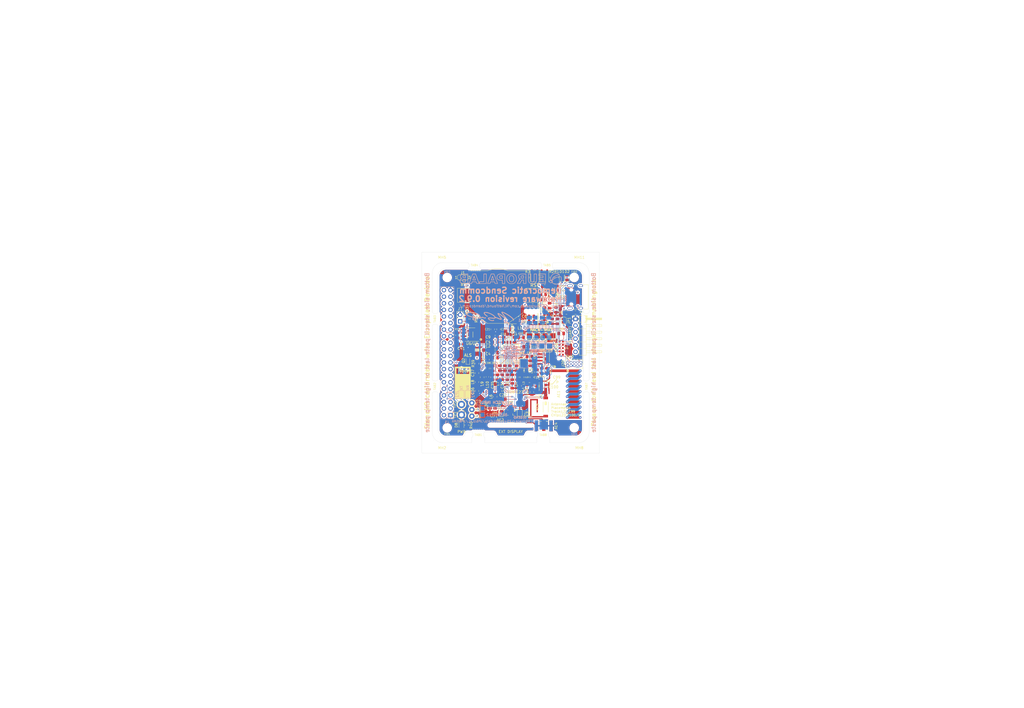
<source format=kicad_pcb>
(kicad_pcb (version 20171130) (host pcbnew 5.1.5+dfsg1-2build2)

  (general
    (thickness 1.6)
    (drawings 179)
    (tracks 1278)
    (zones 0)
    (modules 153)
    (nets 132)
  )

  (page A3)
  (title_block
    (title "Democratic Sendcomm")
    (date 2020-12-26)
    (rev 0.9.2)
    (company "Europalab Devices")
    (comment 1 "Copyright © 2020, Europalab Devices")
    (comment 2 "Fulfilling requirements of 20200210")
    (comment 3 "Pending quality assurance testing")
    (comment 4 "Release revision for manufacturing")
  )

  (layers
    (0 F.Cu signal)
    (1 In1.Cu power)
    (2 In2.Cu power)
    (31 B.Cu signal)
    (34 B.Paste user)
    (35 F.Paste user)
    (36 B.SilkS user)
    (37 F.SilkS user)
    (38 B.Mask user)
    (39 F.Mask user)
    (40 Dwgs.User user)
    (41 Cmts.User user)
    (44 Edge.Cuts user)
    (45 Margin user)
    (46 B.CrtYd user)
    (47 F.CrtYd user)
    (48 B.Fab user)
    (49 F.Fab user)
  )

  (setup
    (last_trace_width 0.4)
    (user_trace_width 0.1016)
    (user_trace_width 0.127)
    (user_trace_width 0.2)
    (user_trace_width 0.4)
    (user_trace_width 1.016)
    (trace_clearance 0.09)
    (zone_clearance 0.508)
    (zone_45_only no)
    (trace_min 0.09)
    (via_size 0.356)
    (via_drill 0.2)
    (via_min_size 0.356)
    (via_min_drill 0.2)
    (user_via 0.45 0.2)
    (user_via 0.6 0.3)
    (uvia_size 0.45)
    (uvia_drill 0.1)
    (uvias_allowed no)
    (uvia_min_size 0.45)
    (uvia_min_drill 0.1)
    (edge_width 0.1)
    (segment_width 0.1)
    (pcb_text_width 0.25)
    (pcb_text_size 1 1)
    (mod_edge_width 0.15)
    (mod_text_size 1 1)
    (mod_text_width 0.15)
    (pad_size 0.975 1.4)
    (pad_drill 0)
    (pad_to_mask_clearance 0)
    (aux_axis_origin 0 0)
    (visible_elements 7FFFFFFF)
    (pcbplotparams
      (layerselection 0x313fc_ffffffff)
      (usegerberextensions true)
      (usegerberattributes false)
      (usegerberadvancedattributes false)
      (creategerberjobfile false)
      (excludeedgelayer true)
      (linewidth 0.150000)
      (plotframeref false)
      (viasonmask false)
      (mode 1)
      (useauxorigin false)
      (hpglpennumber 1)
      (hpglpenspeed 20)
      (hpglpendiameter 15.000000)
      (psnegative false)
      (psa4output false)
      (plotreference true)
      (plotvalue true)
      (plotinvisibletext false)
      (padsonsilk false)
      (subtractmaskfromsilk false)
      (outputformat 1)
      (mirror false)
      (drillshape 0)
      (scaleselection 1)
      (outputdirectory "fabsingle"))
  )

  (net 0 "")
  (net 1 GND)
  (net 2 "Net-(AE1-Pad1)")
  (net 3 /Sheet5F53D5B4/RFSWPWR)
  (net 4 "Net-(C8-Pad1)")
  (net 5 /Sheet5F53D5B4/POWAMP)
  (net 6 "Net-(C13-Pad1)")
  (net 7 /Sheet5F53D5B4/HFOUT)
  (net 8 +3V3)
  (net 9 "Net-(C29-Pad1)")
  (net 10 /Sheet5F53D5B4/HPOUT)
  (net 11 /Sheet5F53D5B4/HFIN)
  (net 12 /Sheet5F53D5B4/BANDSEL)
  (net 13 "Net-(BT1-Pad1)")
  (net 14 /Sheet5F53D5B4/USB_BUS)
  (net 15 "Net-(C33-Pad1)")
  (net 16 "Net-(C34-Pad1)")
  (net 17 /Sheet5F53D5B4/CMDRST)
  (net 18 "Net-(D1-Pad2)")
  (net 19 "Net-(D1-Pad1)")
  (net 20 "Net-(D2-Pad1)")
  (net 21 "Net-(D2-Pad2)")
  (net 22 /Sheet5F53D5B4/USB_P)
  (net 23 /Sheet5F53D5B4/USB_N)
  (net 24 /Sheet60040980/ID_SD)
  (net 25 /Sheet60040980/ID_SC)
  (net 26 /Sheet5F53D5B4/SWDCLK)
  (net 27 "Net-(J3-Pad7)")
  (net 28 "Net-(J3-Pad8)")
  (net 29 "Net-(J4-Pad6)")
  (net 30 /Sheet5F53D5B4/CN_VBAT)
  (net 31 /Sheet5F53D5B4/XCEIV)
  (net 32 "Net-(AE5-Pad2)")
  (net 33 "Net-(C1-Pad1)")
  (net 34 "Net-(C7-Pad1)")
  (net 35 "Net-(C14-Pad1)")
  (net 36 "Net-(C17-Pad1)")
  (net 37 "Net-(C18-Pad2)")
  (net 38 "Net-(C19-Pad2)")
  (net 39 "Net-(C23-Pad2)")
  (net 40 "Net-(C23-Pad1)")
  (net 41 "Net-(C24-Pad1)")
  (net 42 "Net-(C24-Pad2)")
  (net 43 "Net-(C29-Pad2)")
  (net 44 "Net-(C33-Pad2)")
  (net 45 "Net-(C35-Pad2)")
  (net 46 "Net-(C40-Pad1)")
  (net 47 "Net-(J2-PadB5)")
  (net 48 "Net-(J2-PadA8)")
  (net 49 "Net-(J2-PadA5)")
  (net 50 "Net-(J2-PadB8)")
  (net 51 "Net-(J3-Pad2)")
  (net 52 "Net-(J3-Pad3)")
  (net 53 "Net-(J3-Pad4)")
  (net 54 "Net-(J3-Pad5)")
  (net 55 "Net-(J3-Pad10)")
  (net 56 "Net-(J3-Pad11)")
  (net 57 "Net-(J3-Pad12)")
  (net 58 "Net-(J3-Pad13)")
  (net 59 "Net-(J3-Pad15)")
  (net 60 "Net-(J3-Pad16)")
  (net 61 "Net-(J3-Pad18)")
  (net 62 "Net-(J3-Pad19)")
  (net 63 "Net-(J3-Pad21)")
  (net 64 "Net-(J3-Pad22)")
  (net 65 "Net-(J3-Pad23)")
  (net 66 "Net-(J3-Pad24)")
  (net 67 "Net-(J3-Pad26)")
  (net 68 "Net-(J3-Pad29)")
  (net 69 "Net-(J3-Pad31)")
  (net 70 "Net-(J3-Pad32)")
  (net 71 "Net-(J3-Pad33)")
  (net 72 "Net-(J3-Pad35)")
  (net 73 "Net-(J3-Pad36)")
  (net 74 "Net-(J3-Pad37)")
  (net 75 "Net-(J3-Pad38)")
  (net 76 "Net-(J3-Pad40)")
  (net 77 "Net-(J4-Pad7)")
  (net 78 "Net-(J4-Pad8)")
  (net 79 "Net-(J5-Pad2)")
  (net 80 "Net-(J5-Pad3)")
  (net 81 "Net-(J5-Pad6)")
  (net 82 "Net-(J6-Pad1)")
  (net 83 "Net-(L1-Pad2)")
  (net 84 "Net-(R3-Pad1)")
  (net 85 "Net-(R4-Pad1)")
  (net 86 "Net-(R4-Pad2)")
  (net 87 "Net-(U2-Pad5)")
  (net 88 "Net-(U3-PadG1)")
  (net 89 "Net-(U3-PadH1)")
  (net 90 "Net-(U3-PadE3)")
  (net 91 "Net-(U3-PadE4)")
  (net 92 "Net-(U3-PadF4)")
  (net 93 "Net-(U3-PadC7)")
  (net 94 "Net-(U3-PadD7)")
  (net 95 "Net-(U3-PadD8)")
  (net 96 "Net-(U5-Pad3)")
  (net 97 "Net-(U5-Pad4)")
  (net 98 "Net-(U8-Pad7)")
  (net 99 "Net-(U8-Pad3)")
  (net 100 "Net-(U8-Pad2)")
  (net 101 "Net-(U8-Pad1)")
  (net 102 "Net-(U9-Pad1)")
  (net 103 "Net-(U9-Pad2)")
  (net 104 "Net-(U9-Pad3)")
  (net 105 "Net-(U9-Pad7)")
  (net 106 /Sheet5F53D5B4/SWDIO)
  (net 107 "Net-(AE2-Pad1)")
  (net 108 "Net-(AE4-Pad1)")
  (net 109 "Net-(AE5-Pad1)")
  (net 110 "Net-(J6-Pad2)")
  (net 111 "Net-(J6-Pad3)")
  (net 112 "Net-(J6-Pad4)")
  (net 113 "Net-(J7-Pad1)")
  (net 114 "Net-(C95-Pad1)")
  (net 115 /TP_SCL)
  (net 116 /TP_SDA)
  (net 117 "Net-(J20-Pad6)")
  (net 118 "Net-(J20-Pad7)")
  (net 119 "Net-(J20-Pad8)")
  (net 120 "Net-(Q2-Pad2)")
  (net 121 EXT_UART_TX)
  (net 122 EXT_UART_RX)
  (net 123 "Net-(D8-Pad2)")
  (net 124 USB_TST)
  (net 125 "Net-(TP13-Pad1)")
  (net 126 "Net-(C94-Pad2)")
  (net 127 "Net-(C96-Pad1)")
  (net 128 /Sheet5F53D5B4/CRY_XIN-RSVD)
  (net 129 /Sheet5F53D5B4/CRY_XOUT-RSVD)
  (net 130 "Net-(C97-Pad1)")
  (net 131 "Net-(C101-Pad1)")

  (net_class Default "This is the default net class."
    (clearance 0.09)
    (trace_width 0.09)
    (via_dia 0.356)
    (via_drill 0.2)
    (uvia_dia 0.45)
    (uvia_drill 0.1)
    (add_net +3V3)
    (add_net /Sheet5F53D5B4/BANDSEL)
    (add_net /Sheet5F53D5B4/CMDRST)
    (add_net /Sheet5F53D5B4/CN_VBAT)
    (add_net /Sheet5F53D5B4/CRY_XIN-RSVD)
    (add_net /Sheet5F53D5B4/CRY_XOUT-RSVD)
    (add_net /Sheet5F53D5B4/HFIN)
    (add_net /Sheet5F53D5B4/HFOUT)
    (add_net /Sheet5F53D5B4/HPOUT)
    (add_net /Sheet5F53D5B4/POWAMP)
    (add_net /Sheet5F53D5B4/RFSWPWR)
    (add_net /Sheet5F53D5B4/SWDCLK)
    (add_net /Sheet5F53D5B4/SWDIO)
    (add_net /Sheet5F53D5B4/USB_BUS)
    (add_net /Sheet5F53D5B4/USB_N)
    (add_net /Sheet5F53D5B4/USB_P)
    (add_net /Sheet5F53D5B4/XCEIV)
    (add_net /Sheet60040980/ID_SC)
    (add_net /Sheet60040980/ID_SD)
    (add_net /TP_SCL)
    (add_net /TP_SDA)
    (add_net EXT_UART_RX)
    (add_net EXT_UART_TX)
    (add_net GND)
    (add_net "Net-(AE1-Pad1)")
    (add_net "Net-(AE2-Pad1)")
    (add_net "Net-(AE4-Pad1)")
    (add_net "Net-(AE5-Pad1)")
    (add_net "Net-(AE5-Pad2)")
    (add_net "Net-(BT1-Pad1)")
    (add_net "Net-(C1-Pad1)")
    (add_net "Net-(C101-Pad1)")
    (add_net "Net-(C13-Pad1)")
    (add_net "Net-(C14-Pad1)")
    (add_net "Net-(C17-Pad1)")
    (add_net "Net-(C18-Pad2)")
    (add_net "Net-(C19-Pad2)")
    (add_net "Net-(C23-Pad1)")
    (add_net "Net-(C23-Pad2)")
    (add_net "Net-(C24-Pad1)")
    (add_net "Net-(C24-Pad2)")
    (add_net "Net-(C29-Pad1)")
    (add_net "Net-(C29-Pad2)")
    (add_net "Net-(C33-Pad1)")
    (add_net "Net-(C33-Pad2)")
    (add_net "Net-(C34-Pad1)")
    (add_net "Net-(C35-Pad2)")
    (add_net "Net-(C40-Pad1)")
    (add_net "Net-(C7-Pad1)")
    (add_net "Net-(C8-Pad1)")
    (add_net "Net-(C94-Pad2)")
    (add_net "Net-(C95-Pad1)")
    (add_net "Net-(C96-Pad1)")
    (add_net "Net-(C97-Pad1)")
    (add_net "Net-(D1-Pad1)")
    (add_net "Net-(D1-Pad2)")
    (add_net "Net-(D2-Pad1)")
    (add_net "Net-(D2-Pad2)")
    (add_net "Net-(D8-Pad2)")
    (add_net "Net-(J2-PadA5)")
    (add_net "Net-(J2-PadA8)")
    (add_net "Net-(J2-PadB5)")
    (add_net "Net-(J2-PadB8)")
    (add_net "Net-(J20-Pad6)")
    (add_net "Net-(J20-Pad7)")
    (add_net "Net-(J20-Pad8)")
    (add_net "Net-(J3-Pad10)")
    (add_net "Net-(J3-Pad11)")
    (add_net "Net-(J3-Pad12)")
    (add_net "Net-(J3-Pad13)")
    (add_net "Net-(J3-Pad15)")
    (add_net "Net-(J3-Pad16)")
    (add_net "Net-(J3-Pad18)")
    (add_net "Net-(J3-Pad19)")
    (add_net "Net-(J3-Pad2)")
    (add_net "Net-(J3-Pad21)")
    (add_net "Net-(J3-Pad22)")
    (add_net "Net-(J3-Pad23)")
    (add_net "Net-(J3-Pad24)")
    (add_net "Net-(J3-Pad26)")
    (add_net "Net-(J3-Pad29)")
    (add_net "Net-(J3-Pad3)")
    (add_net "Net-(J3-Pad31)")
    (add_net "Net-(J3-Pad32)")
    (add_net "Net-(J3-Pad33)")
    (add_net "Net-(J3-Pad35)")
    (add_net "Net-(J3-Pad36)")
    (add_net "Net-(J3-Pad37)")
    (add_net "Net-(J3-Pad38)")
    (add_net "Net-(J3-Pad4)")
    (add_net "Net-(J3-Pad40)")
    (add_net "Net-(J3-Pad5)")
    (add_net "Net-(J3-Pad7)")
    (add_net "Net-(J3-Pad8)")
    (add_net "Net-(J4-Pad6)")
    (add_net "Net-(J4-Pad7)")
    (add_net "Net-(J4-Pad8)")
    (add_net "Net-(J5-Pad2)")
    (add_net "Net-(J5-Pad3)")
    (add_net "Net-(J5-Pad6)")
    (add_net "Net-(J6-Pad1)")
    (add_net "Net-(J6-Pad2)")
    (add_net "Net-(J6-Pad3)")
    (add_net "Net-(J6-Pad4)")
    (add_net "Net-(J7-Pad1)")
    (add_net "Net-(L1-Pad2)")
    (add_net "Net-(Q2-Pad2)")
    (add_net "Net-(R3-Pad1)")
    (add_net "Net-(R4-Pad1)")
    (add_net "Net-(R4-Pad2)")
    (add_net "Net-(TP13-Pad1)")
    (add_net "Net-(U2-Pad5)")
    (add_net "Net-(U3-PadC7)")
    (add_net "Net-(U3-PadD7)")
    (add_net "Net-(U3-PadD8)")
    (add_net "Net-(U3-PadE3)")
    (add_net "Net-(U3-PadE4)")
    (add_net "Net-(U3-PadF4)")
    (add_net "Net-(U3-PadG1)")
    (add_net "Net-(U3-PadH1)")
    (add_net "Net-(U5-Pad3)")
    (add_net "Net-(U5-Pad4)")
    (add_net "Net-(U8-Pad1)")
    (add_net "Net-(U8-Pad2)")
    (add_net "Net-(U8-Pad3)")
    (add_net "Net-(U8-Pad7)")
    (add_net "Net-(U9-Pad1)")
    (add_net "Net-(U9-Pad2)")
    (add_net "Net-(U9-Pad3)")
    (add_net "Net-(U9-Pad7)")
    (add_net USB_TST)
  )

  (net_class Power ""
    (clearance 0.2)
    (trace_width 0.5)
    (via_dia 1)
    (via_drill 0.7)
    (uvia_dia 0.5)
    (uvia_drill 0.1)
  )

  (module RF_Antenna:Texas_SWRA416_868MHz_915MHz (layer F.Cu) (tedit 5CF40AFD) (tstamp 5F686F31)
    (at 231 164 270)
    (descr http://www.ti.com/lit/an/swra416/swra416.pdf)
    (tags "PCB antenna")
    (path /5F5C0728/60008187)
    (attr smd)
    (fp_text reference AE1 (at 0 2.5 90) (layer F.SilkS)
      (effects (font (size 1 1) (thickness 0.15)))
    )
    (fp_text value Antenna (at 0.1 -7.6 90) (layer F.Fab)
      (effects (font (size 1 1) (thickness 0.15)))
    )
    (fp_line (start 9.7 2.1) (end 6.2 5.7) (layer Dwgs.User) (width 0.12))
    (fp_line (start 9.7 0.1) (end 4.3 5.7) (layer Dwgs.User) (width 0.12))
    (fp_line (start 9.7 -1.9) (end 2.3 5.7) (layer Dwgs.User) (width 0.12))
    (fp_line (start 9.7 -3.9) (end 0.2 5.7) (layer Dwgs.User) (width 0.12))
    (fp_line (start 9.7 -5.9) (end -1.8 5.7) (layer Dwgs.User) (width 0.12))
    (fp_line (start 8.3 -6.5) (end -3.8 5.7) (layer Dwgs.User) (width 0.12))
    (fp_line (start 6.3 -6.5) (end -5.8 5.7) (layer Dwgs.User) (width 0.12))
    (fp_line (start 4.3 -6.5) (end -7.8 5.7) (layer Dwgs.User) (width 0.12))
    (fp_line (start -9.7 5.5) (end 2.3 -6.5) (layer Dwgs.User) (width 0.12))
    (fp_line (start -9.7 3.5) (end 0.3 -6.5) (layer Dwgs.User) (width 0.12))
    (fp_line (start -9.7 1.5) (end -1.7 -6.5) (layer Dwgs.User) (width 0.12))
    (fp_line (start -9.7 -0.5) (end -3.7 -6.5) (layer Dwgs.User) (width 0.12))
    (fp_line (start -9.7 -2.5) (end -5.7 -6.5) (layer Dwgs.User) (width 0.12))
    (fp_line (start -9.7 -4.5) (end -7.7 -6.5) (layer Dwgs.User) (width 0.12))
    (fp_line (start 9.7 -6.5) (end -9.7 -6.5) (layer Dwgs.User) (width 0.15))
    (fp_line (start 9.7 5.7) (end 9.7 -6.5) (layer Dwgs.User) (width 0.15))
    (fp_line (start -9.7 5.7) (end 9.7 5.7) (layer Dwgs.User) (width 0.15))
    (fp_line (start -9.7 -6.5) (end -9.7 5.7) (layer Dwgs.User) (width 0.15))
    (fp_line (start 7 -5.8) (end 8 -4.8) (layer B.Cu) (width 1))
    (fp_line (start 8 -1.8) (end 9 -0.8) (layer B.Cu) (width 1))
    (fp_line (start 8 -4.8) (end 8 -1.8) (layer B.Cu) (width 1))
    (fp_line (start 9 -5.8) (end 9 -0.8) (layer F.Cu) (width 1))
    (fp_line (start 5 -5.8) (end 6 -4.8) (layer B.Cu) (width 1))
    (fp_line (start 6 -1.8) (end 7 -0.8) (layer B.Cu) (width 1))
    (fp_line (start 6 -4.8) (end 6 -1.8) (layer B.Cu) (width 1))
    (fp_line (start 7 -5.8) (end 7 -0.8) (layer F.Cu) (width 1))
    (fp_line (start 3 -5.8) (end 4 -4.8) (layer B.Cu) (width 1))
    (fp_line (start 4 -1.8) (end 5 -0.8) (layer B.Cu) (width 1))
    (fp_line (start 4 -4.8) (end 4 -1.8) (layer B.Cu) (width 1))
    (fp_line (start 5 -5.8) (end 5 -0.8) (layer F.Cu) (width 1))
    (fp_line (start 1 -5.8) (end 2 -4.8) (layer B.Cu) (width 1))
    (fp_line (start 2 -1.8) (end 3 -0.8) (layer B.Cu) (width 1))
    (fp_line (start 2 -4.8) (end 2 -1.8) (layer B.Cu) (width 1))
    (fp_line (start 3 -5.8) (end 3 -0.8) (layer F.Cu) (width 1))
    (fp_line (start -1 -5.8) (end 0 -4.8) (layer B.Cu) (width 1))
    (fp_line (start 0 -1.8) (end 1 -0.8) (layer B.Cu) (width 1))
    (fp_line (start 0 -4.8) (end 0 -1.8) (layer B.Cu) (width 1))
    (fp_line (start 1 -5.8) (end 1 -0.8) (layer F.Cu) (width 1))
    (fp_line (start -3 -5.8) (end -2 -4.8) (layer B.Cu) (width 1))
    (fp_line (start -2 -1.8) (end -1 -0.8) (layer B.Cu) (width 1))
    (fp_line (start -2 -4.8) (end -2 -1.8) (layer B.Cu) (width 1))
    (fp_line (start -1 -5.8) (end -1 -0.8) (layer F.Cu) (width 1))
    (fp_line (start -4 -4.8) (end -4 -1.8) (layer B.Cu) (width 1))
    (fp_line (start -5 -5.8) (end -4 -4.8) (layer B.Cu) (width 1))
    (fp_line (start -4 -1.8) (end -3 -0.8) (layer B.Cu) (width 1))
    (fp_line (start -3 -5.8) (end -3 -0.8) (layer F.Cu) (width 1))
    (fp_line (start -6 -4.8) (end -6 -1.8) (layer B.Cu) (width 1))
    (fp_line (start -7 -5.8) (end -6 -4.8) (layer B.Cu) (width 1))
    (fp_line (start -6 -1.8) (end -5 -0.8) (layer B.Cu) (width 1))
    (fp_line (start -5 -5.8) (end -5 -0.8) (layer F.Cu) (width 1))
    (fp_line (start -7 -5.8) (end -7 -0.8) (layer F.Cu) (width 1))
    (fp_line (start -9 5.2) (end -9 -5.8) (layer F.Cu) (width 1))
    (fp_line (start -9 -5.8) (end -8 -4.8) (layer B.Cu) (width 1))
    (fp_line (start -8 -4.8) (end -8 -1.8) (layer B.Cu) (width 1))
    (fp_line (start -8 -1.8) (end -7 -0.8) (layer B.Cu) (width 1))
    (fp_line (start 9.7 4.1) (end 8.2 5.7) (layer Dwgs.User) (width 0.12))
    (fp_line (start -9.9 -6.7) (end -9.9 5.9) (layer F.CrtYd) (width 0.05))
    (fp_line (start -9.9 5.9) (end 9.9 5.9) (layer F.CrtYd) (width 0.05))
    (fp_line (start 9.9 5.9) (end 9.9 -6.7) (layer F.CrtYd) (width 0.05))
    (fp_line (start 9.9 -6.7) (end -9.9 -6.7) (layer F.CrtYd) (width 0.05))
    (fp_line (start 9.9 -6.7) (end -9.9 -6.7) (layer B.CrtYd) (width 0.05))
    (fp_line (start 9.9 5.9) (end 9.9 -6.7) (layer B.CrtYd) (width 0.05))
    (fp_line (start -9.9 -6.7) (end -9.9 5.9) (layer B.CrtYd) (width 0.05))
    (fp_line (start -9.9 5.9) (end 9.9 5.9) (layer B.CrtYd) (width 0.05))
    (fp_text user "KEEP-OUT ZONE" (at 1 -2.8 90) (layer Cmts.User)
      (effects (font (size 1 1) (thickness 0.15)))
    )
    (fp_text user "No metal, traces or " (at 1 0.2 90) (layer Cmts.User)
      (effects (font (size 1 1) (thickness 0.15)))
    )
    (fp_text user "any components on" (at 1 2.2 90) (layer Cmts.User)
      (effects (font (size 1 1) (thickness 0.15)))
    )
    (fp_text user " any PCB layer." (at 1 4.2 90) (layer Cmts.User)
      (effects (font (size 1 1) (thickness 0.15)))
    )
    (fp_text user %R (at -0.4 6.6 90) (layer F.Fab)
      (effects (font (size 1 1) (thickness 0.15)))
    )
    (pad "" thru_hole circle (at 9 -0.8 90) (size 1 1) (drill 0.4) (layers *.Cu))
    (pad "" thru_hole circle (at 9 -5.8 90) (size 1 1) (drill 0.4) (layers *.Cu))
    (pad "" thru_hole circle (at 7 -5.8 90) (size 1 1) (drill 0.4) (layers *.Cu))
    (pad "" thru_hole circle (at 7 -0.8 90) (size 1 1) (drill 0.4) (layers *.Cu))
    (pad "" thru_hole circle (at 5 -0.8 90) (size 1 1) (drill 0.4) (layers *.Cu))
    (pad "" thru_hole circle (at 5 -5.8 90) (size 1 1) (drill 0.4) (layers *.Cu))
    (pad "" thru_hole circle (at 3 -0.8 90) (size 1 1) (drill 0.4) (layers *.Cu))
    (pad "" thru_hole circle (at 3 -5.8 90) (size 1 1) (drill 0.4) (layers *.Cu))
    (pad "" thru_hole circle (at 1 -5.8 90) (size 1 1) (drill 0.4) (layers *.Cu))
    (pad "" thru_hole circle (at 1 -0.8 90) (size 1 1) (drill 0.4) (layers *.Cu))
    (pad "" thru_hole circle (at -1 -0.8 90) (size 1 1) (drill 0.4) (layers *.Cu))
    (pad "" thru_hole circle (at -1 -5.8 90) (size 1 1) (drill 0.4) (layers *.Cu))
    (pad "" thru_hole circle (at -3 -5.8 90) (size 1 1) (drill 0.4) (layers *.Cu))
    (pad "" thru_hole circle (at -3 -0.8 90) (size 1 1) (drill 0.4) (layers *.Cu))
    (pad "" thru_hole circle (at -5 -0.8 90) (size 1 1) (drill 0.4) (layers *.Cu))
    (pad "" thru_hole circle (at -5 -5.8 90) (size 1 1) (drill 0.4) (layers *.Cu))
    (pad "" thru_hole circle (at -7 -5.8 90) (size 1 1) (drill 0.4) (layers *.Cu))
    (pad "" thru_hole circle (at -7 -0.8 90) (size 1 1) (drill 0.4) (layers *.Cu))
    (pad "" thru_hole circle (at -9 -5.8 90) (size 1 1) (drill 0.4) (layers *.Cu))
    (pad 1 smd trapezoid (at -9 5.9 90) (size 0.4 0.8) (rect_delta 0 0.3 ) (layers F.Cu)
      (net 2 "Net-(AE1-Pad1)"))
  )

  (module Elabdev:Panel_Mousetab_25mm_Single (layer F.Cu) (tedit 5CD9E502) (tstamp 5FEC726C)
    (at 222.5 179.75 90)
    (path /5CD9EB0D)
    (fp_text reference TAB8 (at 0 0) (layer F.SilkS)
      (effects (font (size 0.8 0.8) (thickness 0.13)))
    )
    (fp_text value Pantab (at -3.25 0 180) (layer F.Fab)
      (effects (font (size 1 1) (thickness 0.15)))
    )
    (fp_line (start 1.25 -2.2) (end 1.25 2.2) (layer F.Fab) (width 0.15))
    (fp_line (start -1.25 -2.2) (end -1.25 2.2) (layer F.Fab) (width 0.15))
    (fp_line (start 2.1 -2.6) (end 2.1 2.6) (layer F.CrtYd) (width 0.15))
    (fp_line (start 2.1 2.6) (end -2.1 2.6) (layer F.CrtYd) (width 0.15))
    (fp_line (start -2.1 2.6) (end -2.1 -2.6) (layer F.CrtYd) (width 0.15))
    (fp_line (start -2.1 -2.6) (end 2.1 -2.6) (layer F.CrtYd) (width 0.15))
    (pad "" np_thru_hole circle (at 1.35 2 90) (size 0.5 0.5) (drill 0.5) (layers *.Cu))
    (pad "" np_thru_hole circle (at 1.35 1.2 90) (size 0.5 0.5) (drill 0.5) (layers *.Cu))
    (pad "" np_thru_hole circle (at 1.35 0.4 90) (size 0.5 0.5) (drill 0.5) (layers *.Cu))
    (pad "" np_thru_hole circle (at 1.35 -0.4 90) (size 0.5 0.5) (drill 0.5) (layers *.Cu))
    (pad "" np_thru_hole circle (at 1.35 -1.2 90) (size 0.5 0.5) (drill 0.5) (layers *.Cu))
    (pad "" np_thru_hole circle (at 1.35 -2 90) (size 0.5 0.5) (drill 0.5) (layers *.Cu))
  )

  (module Capacitor_SMD:C_0805_2012Metric (layer F.Cu) (tedit 5B36C52B) (tstamp 5FEB8111)
    (at 211.5 143.0625 270)
    (descr "Capacitor SMD 0805 (2012 Metric), square (rectangular) end terminal, IPC_7351 nominal, (Body size source: https://docs.google.com/spreadsheets/d/1BsfQQcO9C6DZCsRaXUlFlo91Tg2WpOkGARC1WS5S8t0/edit?usp=sharing), generated with kicad-footprint-generator")
    (tags capacitor)
    (path /5F53D5B5/5F609CF5)
    (attr smd)
    (fp_text reference C19 (at -2.0625 0 180) (layer F.SilkS)
      (effects (font (size 0.7 0.7) (thickness 0.1)))
    )
    (fp_text value 15pF (at 0 1.65 90) (layer F.Fab)
      (effects (font (size 1 1) (thickness 0.15)))
    )
    (fp_line (start -1 0.6) (end -1 -0.6) (layer F.Fab) (width 0.1))
    (fp_line (start -1 -0.6) (end 1 -0.6) (layer F.Fab) (width 0.1))
    (fp_line (start 1 -0.6) (end 1 0.6) (layer F.Fab) (width 0.1))
    (fp_line (start 1 0.6) (end -1 0.6) (layer F.Fab) (width 0.1))
    (fp_line (start -0.258578 -0.71) (end 0.258578 -0.71) (layer F.SilkS) (width 0.12))
    (fp_line (start -0.258578 0.71) (end 0.258578 0.71) (layer F.SilkS) (width 0.12))
    (fp_line (start -1.68 0.95) (end -1.68 -0.95) (layer F.CrtYd) (width 0.05))
    (fp_line (start -1.68 -0.95) (end 1.68 -0.95) (layer F.CrtYd) (width 0.05))
    (fp_line (start 1.68 -0.95) (end 1.68 0.95) (layer F.CrtYd) (width 0.05))
    (fp_line (start 1.68 0.95) (end -1.68 0.95) (layer F.CrtYd) (width 0.05))
    (fp_text user %R (at 0 0 90) (layer F.Fab)
      (effects (font (size 0.5 0.5) (thickness 0.08)))
    )
    (pad 1 smd roundrect (at -0.9375 0 270) (size 0.975 1.4) (layers F.Cu F.Paste F.Mask) (roundrect_rratio 0.25)
      (net 1 GND))
    (pad 2 smd roundrect (at 0.9375 0 270) (size 0.975 1.4) (layers F.Cu F.Paste F.Mask) (roundrect_rratio 0.25)
      (net 38 "Net-(C19-Pad2)"))
    (model ${KISYS3DMOD}/Capacitor_SMD.3dshapes/C_0805_2012Metric.wrl
      (at (xyz 0 0 0))
      (scale (xyz 1 1 1))
      (rotate (xyz 0 0 0))
    )
  )

  (module Elabdev:Meinkuerz_sign_480dpi (layer B.Cu) (tedit 0) (tstamp 5FBE809B)
    (at 202 134 180)
    (fp_text reference G1 (at 0 0) (layer B.SilkS) hide
      (effects (font (size 1.524 1.524) (thickness 0.3)) (justify mirror))
    )
    (fp_text value Meinkuerzel_signature (at 0.75 0) (layer B.SilkS) hide
      (effects (font (size 1.524 1.524) (thickness 0.3)) (justify mirror))
    )
    (fp_poly (pts (xy 7.849084 1.675651) (xy 8.303148 1.632827) (xy 8.685942 1.550363) (xy 8.876057 1.481326)
      (xy 9.07938 1.34976) (xy 9.204465 1.178624) (xy 9.241225 0.986809) (xy 9.210768 0.854557)
      (xy 9.078684 0.643748) (xy 8.864557 0.429964) (xy 8.589687 0.233059) (xy 8.471807 0.165759)
      (xy 8.232808 0.053863) (xy 7.923436 -0.068816) (xy 7.576824 -0.190996) (xy 7.226108 -0.301392)
      (xy 6.904421 -0.388723) (xy 6.731621 -0.426811) (xy 6.398868 -0.490816) (xy 6.556265 -0.586535)
      (xy 6.736632 -0.743549) (xy 6.819572 -0.938245) (xy 6.82625 -1.022915) (xy 6.780462 -1.15416)
      (xy 6.660466 -1.295963) (xy 6.49231 -1.424979) (xy 6.30204 -1.517866) (xy 6.258842 -1.531402)
      (xy 6.0446 -1.569955) (xy 5.805186 -1.581627) (xy 5.582286 -1.566858) (xy 5.417587 -1.526091)
      (xy 5.409578 -1.522402) (xy 5.285381 -1.409276) (xy 5.232727 -1.237525) (xy 5.243042 -1.133742)
      (xy 5.545646 -1.133742) (xy 5.569322 -1.243922) (xy 5.599007 -1.270742) (xy 5.725804 -1.30367)
      (xy 5.911501 -1.301091) (xy 6.117136 -1.267785) (xy 6.303743 -1.20853) (xy 6.368163 -1.176419)
      (xy 6.483421 -1.090411) (xy 6.547775 -1.006994) (xy 6.550669 -0.996984) (xy 6.519163 -0.903747)
      (xy 6.404517 -0.814537) (xy 6.229026 -0.742568) (xy 6.060328 -0.706358) (xy 5.903418 -0.693399)
      (xy 5.806355 -0.717484) (xy 5.726223 -0.79035) (xy 5.718194 -0.79992) (xy 5.596762 -0.979847)
      (xy 5.545646 -1.133742) (xy 5.243042 -1.133742) (xy 5.253531 -1.028227) (xy 5.344918 -0.810631)
      (xy 5.442538 -0.642303) (xy 5.295353 -0.646487) (xy 5.12125 -0.625399) (xy 5.035885 -0.550663)
      (xy 5.027083 -0.501447) (xy 5.075804 -0.410776) (xy 5.222941 -0.351671) (xy 5.469958 -0.32355)
      (xy 5.476875 -0.323261) (xy 5.599677 -0.314345) (xy 5.697993 -0.289875) (xy 5.794712 -0.235966)
      (xy 5.912725 -0.138734) (xy 6.074923 0.015705) (xy 6.138333 0.077935) (xy 6.357426 0.284825)
      (xy 6.520758 0.415811) (xy 6.63982 0.476704) (xy 6.726105 0.473318) (xy 6.791106 0.411464)
      (xy 6.792772 0.408883) (xy 6.813029 0.349999) (xy 6.787897 0.281807) (xy 6.704882 0.184844)
      (xy 6.561666 0.048946) (xy 6.270625 -0.217166) (xy 6.532899 -0.183078) (xy 6.900304 -0.115245)
      (xy 7.289474 -0.008645) (xy 7.678243 0.127507) (xy 8.044445 0.283994) (xy 8.365914 0.451601)
      (xy 8.620483 0.621112) (xy 8.749193 0.738377) (xy 8.856936 0.865956) (xy 8.92727 0.965202)
      (xy 8.942916 1.001728) (xy 8.895983 1.084773) (xy 8.773369 1.176095) (xy 8.602358 1.259484)
      (xy 8.410231 1.318727) (xy 8.408998 1.318992) (xy 8.149682 1.354937) (xy 7.8128 1.371973)
      (xy 7.424917 1.370093) (xy 7.012599 1.349291) (xy 6.686734 1.319437) (xy 6.066773 1.222977)
      (xy 5.517194 1.081213) (xy 5.043989 0.897075) (xy 4.653152 0.673494) (xy 4.350673 0.413401)
      (xy 4.142546 0.119727) (xy 4.114637 0.061443) (xy 4.047094 -0.15251) (xy 4.06025 -0.336634)
      (xy 4.160207 -0.518581) (xy 4.270456 -0.644496) (xy 4.390411 -0.79173) (xy 4.431252 -0.900383)
      (xy 4.427296 -0.922309) (xy 4.357272 -0.99719) (xy 4.242023 -0.977517) (xy 4.082983 -0.863726)
      (xy 4.010682 -0.795217) (xy 3.879838 -0.680755) (xy 3.765594 -0.608691) (xy 3.712637 -0.594925)
      (xy 3.6215 -0.594723) (xy 3.455888 -0.585507) (xy 3.246599 -0.569127) (xy 3.175 -0.562633)
      (xy 2.951086 -0.544014) (xy 2.793821 -0.54282) (xy 2.664643 -0.565021) (xy 2.524987 -0.61659)
      (xy 2.371034 -0.687127) (xy 2.100169 -0.795663) (xy 1.89262 -0.837972) (xy 1.841867 -0.837015)
      (xy 1.72083 -0.812158) (xy 1.663036 -0.745697) (xy 1.637803 -0.635) (xy 1.623821 -0.491701)
      (xy 1.628566 -0.389706) (xy 1.630235 -0.383646) (xy 1.692219 -0.322789) (xy 1.789679 -0.330876)
      (xy 1.885465 -0.399867) (xy 1.916539 -0.445597) (xy 1.984375 -0.573694) (xy 2.371569 -0.384068)
      (xy 2.758764 -0.194442) (xy 3.165319 -0.256321) (xy 3.413597 -0.293214) (xy 3.576071 -0.310583)
      (xy 3.67165 -0.304292) (xy 3.719238 -0.270208) (xy 3.737742 -0.204195) (xy 3.744012 -0.129767)
      (xy 3.817818 0.177969) (xy 3.989413 0.470621) (xy 4.251219 0.74303) (xy 4.595656 0.99004)
      (xy 5.015149 1.206492) (xy 5.502117 1.387229) (xy 6.048984 1.527094) (xy 6.228561 1.561184)
      (xy 6.794861 1.64034) (xy 7.340678 1.678326) (xy 7.849084 1.675651)) (layer B.SilkS) (width 0.01))
    (fp_poly (pts (xy -4.580024 1.756567) (xy -4.544854 1.74305) (xy -4.466016 1.67622) (xy -4.437143 1.580417)
      (xy -4.461964 1.447967) (xy -4.544204 1.271201) (xy -4.68759 1.042447) (xy -4.895848 0.754033)
      (xy -5.172705 0.39829) (xy -5.237349 0.3175) (xy -5.411926 0.098408) (xy -5.577817 -0.112809)
      (xy -5.714811 -0.290245) (xy -5.794689 -0.396875) (xy -5.948296 -0.608542) (xy -5.791961 -0.468507)
      (xy -5.700695 -0.392772) (xy -5.541009 -0.266466) (xy -5.329307 -0.10231) (xy -5.081994 0.086977)
      (xy -4.815472 0.288675) (xy -4.815417 0.288716) (xy -4.345432 0.631252) (xy -3.946225 0.897872)
      (xy -3.615767 1.089474) (xy -3.352032 1.206955) (xy -3.152989 1.251211) (xy -3.016612 1.223138)
      (xy -2.940872 1.123633) (xy -2.939055 1.118116) (xy -2.92791 1.023519) (xy -2.955738 0.908417)
      (xy -3.029742 0.759005) (xy -3.157121 0.561475) (xy -3.345079 0.302021) (xy -3.409058 0.217037)
      (xy -3.654587 -0.113597) (xy -3.860834 -0.404313) (xy -4.022275 -0.646491) (xy -4.133388 -0.831509)
      (xy -4.188652 -0.950744) (xy -4.185335 -0.994958) (xy -4.120655 -0.981486) (xy -3.976478 -0.932768)
      (xy -3.770527 -0.855371) (xy -3.520529 -0.755864) (xy -3.349225 -0.685128) (xy -3.06462 -0.570045)
      (xy -2.797019 -0.469163) (xy -2.569108 -0.390505) (xy -2.403576 -0.342097) (xy -2.349431 -0.331513)
      (xy -2.183877 -0.291941) (xy -2.07811 -0.206425) (xy -2.041672 -0.151915) (xy -1.850086 0.096101)
      (xy -1.567603 0.354844) (xy -1.207453 0.616123) (xy -0.78287 0.87175) (xy -0.307084 1.113536)
      (xy 0.206672 1.333293) (xy 0.574448 1.467145) (xy 0.853452 1.556991) (xy 1.074831 1.61415)
      (xy 1.278935 1.645957) (xy 1.506112 1.659747) (xy 1.647661 1.662241) (xy 1.89537 1.661355)
      (xy 2.061526 1.650821) (xy 2.170245 1.626908) (xy 2.245641 1.585888) (xy 2.269431 1.566069)
      (xy 2.364656 1.413892) (xy 2.378536 1.21834) (xy 2.31231 1.002224) (xy 2.231511 0.867835)
      (xy 2.055394 0.653788) (xy 1.846452 0.444397) (xy 1.622129 0.252501) (xy 1.399873 0.090942)
      (xy 1.19713 -0.02744) (xy 1.031346 -0.089804) (xy 0.931657 -0.088852) (xy 0.853749 -0.025156)
      (xy 0.874571 0.06423) (xy 0.991583 0.174246) (xy 1.09802 0.242886) (xy 1.314624 0.387246)
      (xy 1.527802 0.560014) (xy 1.72429 0.746283) (xy 1.890825 0.931146) (xy 2.014146 1.099697)
      (xy 2.080988 1.237027) (xy 2.078088 1.32823) (xy 2.071165 1.336667) (xy 1.954541 1.387475)
      (xy 1.756832 1.400928) (xy 1.494763 1.380087) (xy 1.185063 1.328013) (xy 0.844457 1.247766)
      (xy 0.489674 1.142406) (xy 0.137439 1.014995) (xy -0.00172 0.957368) (xy -0.385109 0.777304)
      (xy -0.74297 0.581237) (xy -1.065571 0.377182) (xy -1.343179 0.173152) (xy -1.566062 -0.022838)
      (xy -1.724487 -0.202776) (xy -1.808722 -0.358647) (xy -1.809035 -0.482438) (xy -1.789329 -0.514562)
      (xy -1.69188 -0.558953) (xy -1.49842 -0.578536) (xy -1.2158 -0.573404) (xy -0.850872 -0.543648)
      (xy -0.464887 -0.496867) (xy -0.056607 -0.452123) (xy 0.260382 -0.442712) (xy 0.494773 -0.469264)
      (xy 0.655256 -0.532408) (xy 0.714552 -0.58228) (xy 0.776217 -0.725165) (xy 0.746162 -0.908878)
      (xy 0.632079 -1.115352) (xy 0.45893 -1.290216) (xy 0.2117 -1.450188) (xy -0.085638 -1.588107)
      (xy -0.409112 -1.696809) (xy -0.734748 -1.769134) (xy -1.038572 -1.797919) (xy -1.296612 -1.776003)
      (xy -1.42875 -1.731015) (xy -1.546706 -1.617759) (xy -1.577815 -1.519827) (xy -1.560687 -1.389395)
      (xy -1.486335 -1.336349) (xy -1.378138 -1.369493) (xy -1.317893 -1.421952) (xy -1.19986 -1.505637)
      (xy -1.092449 -1.534584) (xy -0.859949 -1.513387) (xy -0.579373 -1.457345) (xy -0.297878 -1.377776)
      (xy -0.068589 -1.288836) (xy 0.116249 -1.181832) (xy 0.284174 -1.050661) (xy 0.411262 -0.917533)
      (xy 0.473586 -0.804658) (xy 0.47625 -0.783054) (xy 0.425256 -0.757675) (xy 0.277287 -0.748743)
      (xy 0.039858 -0.755912) (xy -0.279513 -0.778835) (xy -0.673311 -0.817167) (xy -0.956033 -0.849048)
      (xy -1.308534 -0.882196) (xy -1.57585 -0.8857) (xy -1.774982 -0.85746) (xy -1.922933 -0.795374)
      (xy -2.017888 -0.717835) (xy -2.096716 -0.653738) (xy -2.190635 -0.62131) (xy -2.313833 -0.623423)
      (xy -2.480498 -0.662945) (xy -2.704818 -0.742748) (xy -3.00098 -0.865702) (xy -3.216817 -0.960383)
      (xy -3.585839 -1.11854) (xy -3.874386 -1.227749) (xy -4.094462 -1.290524) (xy -4.258069 -1.309381)
      (xy -4.377212 -1.286836) (xy -4.463891 -1.225404) (xy -4.466704 -1.222337) (xy -4.518051 -1.14061)
      (xy -4.530831 -1.040781) (xy -4.500098 -0.912213) (xy -4.420902 -0.744269) (xy -4.288295 -0.526313)
      (xy -4.097327 -0.247708) (xy -3.863138 0.07498) (xy -3.679345 0.325213) (xy -3.519393 0.545064)
      (xy -3.393108 0.720859) (xy -3.310313 0.838921) (xy -3.280834 0.885525) (xy -3.323557 0.888476)
      (xy -3.399896 0.869711) (xy -3.542096 0.805036) (xy -3.750284 0.678102) (xy -4.027571 0.486762)
      (xy -4.377062 0.228867) (xy -4.801868 -0.097732) (xy -4.81991 -0.111817) (xy -5.187034 -0.396401)
      (xy -5.482932 -0.620081) (xy -5.717862 -0.789492) (xy -5.902078 -0.911266) (xy -6.045837 -0.99204)
      (xy -6.159396 -1.038447) (xy -6.25301 -1.057121) (xy -6.283148 -1.058333) (xy -6.40378 -1.045849)
      (xy -6.450441 -0.994435) (xy -6.455563 -0.939271) (xy -6.445942 -0.865735) (xy -6.412644 -0.776476)
      (xy -6.348546 -0.66103) (xy -6.24652 -0.508935) (xy -6.099443 -0.309727) (xy -5.90019 -0.052942)
      (xy -5.641635 0.271882) (xy -5.570553 0.360397) (xy -5.363566 0.620769) (xy -5.174974 0.863504)
      (xy -5.016826 1.072659) (xy -4.901172 1.23229) (xy -4.84006 1.326453) (xy -4.839117 1.328251)
      (xy -4.786636 1.436383) (xy -4.790145 1.473528) (xy -4.856494 1.462433) (xy -4.877731 1.456477)
      (xy -4.973599 1.420322) (xy -5.140081 1.348706) (xy -5.352621 1.252468) (xy -5.55625 1.156974)
      (xy -6.094525 0.881508) (xy -6.644499 0.565345) (xy -7.182748 0.223911) (xy -7.685848 -0.12737)
      (xy -8.130378 -0.473072) (xy -8.424687 -0.732038) (xy -8.650145 -0.95487) (xy -8.800069 -1.131002)
      (xy -8.884377 -1.276175) (xy -8.912984 -1.406131) (xy -8.905425 -1.495188) (xy -8.906488 -1.61853)
      (xy -8.964006 -1.672137) (xy -9.075823 -1.672519) (xy -9.156792 -1.593028) (xy -9.200558 -1.456755)
      (xy -9.200763 -1.286789) (xy -9.151052 -1.106218) (xy -9.131299 -1.06447) (xy -9.024915 -0.913844)
      (xy -8.843627 -0.718433) (xy -8.601654 -0.490528) (xy -8.313213 -0.242422) (xy -7.992524 0.013592)
      (xy -7.653804 0.265222) (xy -7.3545 0.471681) (xy -6.896098 0.764541) (xy -6.449337 1.028776)
      (xy -6.024338 1.259805) (xy -5.631223 1.453048) (xy -5.280112 1.603926) (xy -4.981128 1.707858)
      (xy -4.744392 1.760265) (xy -4.580024 1.756567)) (layer B.SilkS) (width 0.01))
  )

  (module Elabdev:Panel_Mousetab_25mm_Single (layer F.Cu) (tedit 5CD9E59A) (tstamp 5FBE7343)
    (at 224 114.25 270)
    (path /5CD5C3A7)
    (fp_text reference TAB5 (at 0 0 180) (layer F.SilkS)
      (effects (font (size 0.8 0.8) (thickness 0.13)))
    )
    (fp_text value Pantab (at 0 -3.5 270) (layer F.Fab)
      (effects (font (size 1 1) (thickness 0.15)))
    )
    (fp_line (start -2.1 -2.6) (end 2.1 -2.6) (layer F.CrtYd) (width 0.15))
    (fp_line (start -2.1 2.6) (end -2.1 -2.6) (layer F.CrtYd) (width 0.15))
    (fp_line (start 2.1 2.6) (end -2.1 2.6) (layer F.CrtYd) (width 0.15))
    (fp_line (start 2.1 -2.6) (end 2.1 2.6) (layer F.CrtYd) (width 0.15))
    (fp_line (start -1.25 -2.2) (end -1.25 2.2) (layer F.Fab) (width 0.15))
    (fp_line (start 1.25 -2.2) (end 1.25 2.2) (layer F.Fab) (width 0.15))
    (pad "" np_thru_hole circle (at 1.35 -2 270) (size 0.5 0.5) (drill 0.5) (layers *.Cu))
    (pad "" np_thru_hole circle (at 1.35 -1.2 270) (size 0.5 0.5) (drill 0.5) (layers *.Cu))
    (pad "" np_thru_hole circle (at 1.35 -0.4 270) (size 0.5 0.5) (drill 0.5) (layers *.Cu))
    (pad "" np_thru_hole circle (at 1.35 0.4 270) (size 0.5 0.5) (drill 0.5) (layers *.Cu))
    (pad "" np_thru_hole circle (at 1.35 1.2 270) (size 0.5 0.5) (drill 0.5) (layers *.Cu))
    (pad "" np_thru_hole circle (at 1.35 2 270) (size 0.5 0.5) (drill 0.5) (layers *.Cu))
  )

  (module Elabdev:Elablogoslk-Gfx (layer B.Cu) (tedit 0) (tstamp 5FBDF7AF)
    (at 210 119.5 180)
    (fp_text reference G** (at 0 0) (layer B.SilkS) hide
      (effects (font (size 1.524 1.524) (thickness 0.3)) (justify mirror))
    )
    (fp_text value Elablogoslk (at 0.75 0) (layer B.SilkS) hide
      (effects (font (size 1.524 1.524) (thickness 0.3)) (justify mirror))
    )
    (fp_poly (pts (xy -15.405836 -0.675184) (xy -15.287483 -0.702055) (xy -15.188143 -0.754619) (xy -15.108772 -0.827765)
      (xy -15.050327 -0.916382) (xy -15.013763 -1.015359) (xy -15.000037 -1.119584) (xy -15.010104 -1.223945)
      (xy -15.04492 -1.323332) (xy -15.105441 -1.412633) (xy -15.192623 -1.486737) (xy -15.24833 -1.517344)
      (xy -15.356716 -1.550357) (xy -15.476625 -1.557984) (xy -15.592872 -1.539403) (xy -15.602283 -1.53653)
      (xy -15.678123 -1.497127) (xy -15.752493 -1.432517) (xy -15.815972 -1.352895) (xy -15.859141 -1.268459)
      (xy -15.864155 -1.2531) (xy -15.88425 -1.176683) (xy -15.891257 -1.117668) (xy -15.885212 -1.059627)
      (xy -15.866149 -0.986134) (xy -15.864727 -0.981328) (xy -15.815988 -0.8777) (xy -15.739972 -0.790432)
      (xy -15.643773 -0.72426) (xy -15.534487 -0.683915) (xy -15.419207 -0.674131) (xy -15.405836 -0.675184)) (layer B.Mask) (width 0.01))
    (fp_poly (pts (xy 17.476107 1.827609) (xy 17.687258 1.825899) (xy 17.865618 1.824237) (xy 18.014678 1.822477)
      (xy 18.137934 1.82047) (xy 18.238879 1.818068) (xy 18.321005 1.815122) (xy 18.387806 1.811484)
      (xy 18.442776 1.807007) (xy 18.489407 1.801541) (xy 18.531194 1.794939) (xy 18.57163 1.787052)
      (xy 18.6055 1.779685) (xy 18.771822 1.733432) (xy 18.923911 1.673315) (xy 19.054677 1.602656)
      (xy 19.157033 1.524776) (xy 19.164226 1.5179) (xy 19.246251 1.417951) (xy 19.315464 1.294688)
      (xy 19.365371 1.16053) (xy 19.377923 1.109275) (xy 19.39052 1.010407) (xy 19.393203 0.893754)
      (xy 19.386762 0.771789) (xy 19.371983 0.656983) (xy 19.349655 0.561808) (xy 19.341939 0.539811)
      (xy 19.283862 0.430962) (xy 19.19941 0.326298) (xy 19.097976 0.236127) (xy 19.019624 0.185927)
      (xy 18.914298 0.12941) (xy 18.968542 0.109123) (xy 19.093064 0.054672) (xy 19.194891 -0.009335)
      (xy 19.285933 -0.089714) (xy 19.390804 -0.214403) (xy 19.467199 -0.350129) (xy 19.516977 -0.501894)
      (xy 19.541997 -0.674698) (xy 19.545898 -0.789214) (xy 19.53245 -0.987132) (xy 19.491752 -1.163006)
      (xy 19.423278 -1.317328) (xy 19.326496 -1.450588) (xy 19.200879 -1.563277) (xy 19.045898 -1.655885)
      (xy 18.861023 -1.728905) (xy 18.645726 -1.782826) (xy 18.442214 -1.81358) (xy 18.390712 -1.817354)
      (xy 18.307346 -1.820878) (xy 18.196536 -1.82407) (xy 18.062704 -1.826851) (xy 17.910272 -1.829142)
      (xy 17.743659 -1.830864) (xy 17.567287 -1.831936) (xy 17.403536 -1.83228) (xy 16.528143 -1.832429)
      (xy 16.528143 -1.197429) (xy 17.471571 -1.197429) (xy 17.812474 -1.197429) (xy 17.960507 -1.19621)
      (xy 18.077011 -1.192363) (xy 18.166668 -1.185602) (xy 18.234157 -1.175639) (xy 18.257984 -1.170182)
      (xy 18.384709 -1.1231) (xy 18.482481 -1.054854) (xy 18.552639 -0.964254) (xy 18.589417 -0.8761)
      (xy 18.611394 -0.756961) (xy 18.608994 -0.636283) (xy 18.583832 -0.523232) (xy 18.537525 -0.426977)
      (xy 18.502598 -0.383459) (xy 18.44707 -0.333771) (xy 18.385424 -0.294593) (xy 18.312843 -0.264829)
      (xy 18.22451 -0.243381) (xy 18.115607 -0.229153) (xy 17.981316 -0.221046) (xy 17.816821 -0.217964)
      (xy 17.775464 -0.217851) (xy 17.471571 -0.217714) (xy 17.471571 -1.197429) (xy 16.528143 -1.197429)
      (xy 16.528143 1.197428) (xy 17.471571 1.197428) (xy 17.471571 0.417286) (xy 17.804933 0.417286)
      (xy 17.937918 0.418126) (xy 18.040036 0.420891) (xy 18.116671 0.425945) (xy 18.173209 0.433651)
      (xy 18.215035 0.444376) (xy 18.217426 0.445205) (xy 18.319056 0.498467) (xy 18.395331 0.575146)
      (xy 18.444205 0.67085) (xy 18.463631 0.781188) (xy 18.451564 0.901769) (xy 18.443884 0.931299)
      (xy 18.396902 1.030842) (xy 18.322562 1.110813) (xy 18.227195 1.165118) (xy 18.18819 1.177399)
      (xy 18.143627 1.184049) (xy 18.070672 1.189765) (xy 17.977218 1.19415) (xy 17.871155 1.196808)
      (xy 17.790109 1.197428) (xy 17.471571 1.197428) (xy 16.528143 1.197428) (xy 16.528143 1.835008)
      (xy 17.476107 1.827609)) (layer B.Mask) (width 0.01))
    (fp_poly (pts (xy 14.119941 1.828149) (xy 14.684369 1.823357) (xy 15.359475 0) (xy 16.034582 -1.823357)
      (xy 15.571079 -1.828205) (xy 15.445094 -1.82918) (xy 15.331429 -1.829406) (xy 15.235013 -1.828925)
      (xy 15.160777 -1.827781) (xy 15.11365 -1.826018) (xy 15.098562 -1.824039) (xy 15.090052 -1.80483)
      (xy 15.071782 -1.756797) (xy 15.045759 -1.68544) (xy 15.013987 -1.59626) (xy 14.978473 -1.494759)
      (xy 14.977731 -1.49262) (xy 14.865914 -1.170214) (xy 14.120645 -1.165479) (xy 13.375375 -1.160744)
      (xy 13.306737 -1.355979) (xy 13.272699 -1.452448) (xy 13.236904 -1.553325) (xy 13.204622 -1.643779)
      (xy 13.188986 -1.687286) (xy 13.139873 -1.823357) (xy 12.664678 -1.828197) (xy 12.53823 -1.828961)
      (xy 12.425118 -1.828639) (xy 12.329969 -1.827326) (xy 12.257408 -1.825117) (xy 12.212064 -1.822108)
      (xy 12.19843 -1.818559) (xy 12.205849 -1.799875) (xy 12.225002 -1.749455) (xy 12.255032 -1.669593)
      (xy 12.295087 -1.562586) (xy 12.34431 -1.430729) (xy 12.401847 -1.276318) (xy 12.466842 -1.101648)
      (xy 12.538441 -0.909015) (xy 12.615789 -0.700714) (xy 12.69803 -0.479041) (xy 12.702348 -0.467391)
      (xy 13.614056 -0.467391) (xy 13.61958 -0.47467) (xy 13.636172 -0.480187) (xy 13.66764 -0.484184)
      (xy 13.717795 -0.486904) (xy 13.790447 -0.488587) (xy 13.889405 -0.489478) (xy 14.01848 -0.489817)
      (xy 14.115143 -0.489857) (xy 14.270607 -0.489531) (xy 14.392961 -0.488457) (xy 14.485375 -0.486493)
      (xy 14.551022 -0.483496) (xy 14.59307 -0.479323) (xy 14.614692 -0.473831) (xy 14.619171 -0.467179)
      (xy 14.611769 -0.445613) (xy 14.593892 -0.393441) (xy 14.566814 -0.314385) (xy 14.53181 -0.212168)
      (xy 14.490155 -0.090515) (xy 14.443125 0.046852) (xy 14.391994 0.196209) (xy 14.367839 0.266773)
      (xy 14.315439 0.418794) (xy 14.266379 0.559098) (xy 14.221933 0.684192) (xy 14.183374 0.790582)
      (xy 14.151976 0.874778) (xy 14.129011 0.933285) (xy 14.115754 0.96261) (xy 14.11319 0.965273)
      (xy 14.105039 0.945854) (xy 14.08648 0.895813) (xy 14.058824 0.818867) (xy 14.023386 0.718735)
      (xy 13.981478 0.599134) (xy 13.934414 0.463783) (xy 13.883507 0.316398) (xy 13.865167 0.263071)
      (xy 13.813057 0.111504) (xy 13.764295 -0.030104) (xy 13.720215 -0.157901) (xy 13.682146 -0.268036)
      (xy 13.651421 -0.356659) (xy 13.629372 -0.419918) (xy 13.617329 -0.453964) (xy 13.615787 -0.458107)
      (xy 13.614056 -0.467391) (xy 12.702348 -0.467391) (xy 12.784311 -0.246291) (xy 12.842155 -0.090148)
      (xy 12.931409 0.150825) (xy 13.017702 0.38378) (xy 13.100126 0.606258) (xy 13.177768 0.815802)
      (xy 13.249717 1.009954) (xy 13.315063 1.186256) (xy 13.372895 1.34225) (xy 13.422301 1.47548)
      (xy 13.462371 1.583486) (xy 13.492193 1.663811) (xy 13.510857 1.713998) (xy 13.516223 1.728364)
      (xy 13.555513 1.832942) (xy 14.119941 1.828149)) (layer B.Mask) (width 0.01))
    (fp_poly (pts (xy 10.359571 -1.124857) (xy 12.028714 -1.124857) (xy 12.028714 -1.832429) (xy 9.416143 -1.832429)
      (xy 9.416143 1.832429) (xy 10.359571 1.832429) (xy 10.359571 -1.124857)) (layer B.Mask) (width 0.01))
    (fp_poly (pts (xy 8.199353 0.127) (xy 8.288425 -0.113439) (xy 8.374711 -0.34635) (xy 8.457277 -0.569212)
      (xy 8.535188 -0.7795) (xy 8.607508 -0.974691) (xy 8.673302 -1.152261) (xy 8.731636 -1.309687)
      (xy 8.781574 -1.444447) (xy 8.822182 -1.554015) (xy 8.852524 -1.63587) (xy 8.871666 -1.687486)
      (xy 8.876754 -1.701194) (xy 8.925739 -1.83303) (xy 8.45225 -1.828194) (xy 7.97876 -1.823357)
      (xy 7.866169 -1.496786) (xy 7.753577 -1.170214) (xy 6.263113 -1.160744) (xy 6.215979 -1.292479)
      (xy 6.18957 -1.366538) (xy 6.156119 -1.460694) (xy 6.120643 -1.560816) (xy 6.098384 -1.623786)
      (xy 6.027922 -1.823357) (xy 5.555303 -1.828192) (xy 5.082684 -1.833026) (xy 5.109 -1.764692)
      (xy 5.118841 -1.738485) (xy 5.140399 -1.680606) (xy 5.172801 -1.59341) (xy 5.215173 -1.479255)
      (xy 5.26664 -1.3405) (xy 5.32633 -1.1795) (xy 5.393368 -0.998613) (xy 5.46688 -0.800198)
      (xy 5.545992 -0.586611) (xy 5.590624 -0.466084) (xy 6.500383 -0.466084) (xy 6.503747 -0.473226)
      (xy 6.522197 -0.478851) (xy 6.559117 -0.48312) (xy 6.617891 -0.486194) (xy 6.701902 -0.488231)
      (xy 6.814535 -0.489393) (xy 6.959172 -0.489839) (xy 7.003143 -0.489857) (xy 7.158575 -0.489532)
      (xy 7.280898 -0.488459) (xy 7.373282 -0.486498) (xy 7.438898 -0.483504) (xy 7.480918 -0.479336)
      (xy 7.502511 -0.47385) (xy 7.506956 -0.467179) (xy 7.499509 -0.445611) (xy 7.481591 -0.393437)
      (xy 7.454479 -0.31438) (xy 7.419449 -0.212163) (xy 7.377777 -0.090513) (xy 7.33074 0.046847)
      (xy 7.279613 0.196192) (xy 7.255551 0.266494) (xy 7.203171 0.418497) (xy 7.154136 0.558793)
      (xy 7.109719 0.683886) (xy 7.071192 0.790281) (xy 7.039829 0.874483) (xy 7.016902 0.932996)
      (xy 7.003686 0.962326) (xy 7.001147 0.964994) (xy 6.993017 0.945656) (xy 6.974441 0.89568)
      (xy 6.946726 0.818758) (xy 6.911178 0.718582) (xy 6.869105 0.598844) (xy 6.821814 0.463236)
      (xy 6.770613 0.31545) (xy 6.749793 0.255094) (xy 6.697385 0.103053) (xy 6.648476 -0.038716)
      (xy 6.604368 -0.166446) (xy 6.566363 -0.276369) (xy 6.535764 -0.364717) (xy 6.513876 -0.427723)
      (xy 6.502 -0.461619) (xy 6.500383 -0.466084) (xy 5.590624 -0.466084) (xy 5.629831 -0.36021)
      (xy 5.717523 -0.123352) (xy 5.786688 0.0635) (xy 6.438059 1.823357) (xy 7.570937 1.823357)
      (xy 8.199353 0.127)) (layer B.Mask) (width 0.01))
    (fp_poly (pts (xy 3.261178 1.827277) (xy 3.480979 1.825468) (xy 3.667644 1.823588) (xy 3.824324 1.821528)
      (xy 3.954168 1.819181) (xy 4.060326 1.81644) (xy 4.145949 1.813196) (xy 4.214186 1.809344)
      (xy 4.268189 1.804775) (xy 4.311106 1.799382) (xy 4.346087 1.793058) (xy 4.360384 1.789806)
      (xy 4.57993 1.722356) (xy 4.770202 1.633466) (xy 4.931207 1.523128) (xy 5.062949 1.391336)
      (xy 5.165434 1.238084) (xy 5.238668 1.063365) (xy 5.282655 0.867172) (xy 5.297401 0.6495)
      (xy 5.297399 0.645705) (xy 5.288217 0.449129) (xy 5.259944 0.278882) (xy 5.210498 0.129241)
      (xy 5.137794 -0.005519) (xy 5.039749 -0.131121) (xy 4.999026 -0.174012) (xy 4.895224 -0.267312)
      (xy 4.781879 -0.345945) (xy 4.655594 -0.410816) (xy 4.512975 -0.462831) (xy 4.350626 -0.502892)
      (xy 4.165152 -0.531906) (xy 3.953157 -0.550777) (xy 3.711246 -0.56041) (xy 3.542393 -0.562141)
      (xy 3.229428 -0.562429) (xy 3.229428 -1.832429) (xy 2.286 -1.832429) (xy 2.286 1.161143)
      (xy 3.229428 1.161143) (xy 3.229428 0.124325) (xy 3.596821 0.130257) (xy 3.723136 0.132565)
      (xy 3.819164 0.135281) (xy 3.890902 0.139038) (xy 3.944349 0.144469) (xy 3.985502 0.152208)
      (xy 4.020359 0.16289) (xy 4.054919 0.177147) (xy 4.059313 0.17912) (xy 4.169998 0.247064)
      (xy 4.252769 0.337754) (xy 4.306977 0.449997) (xy 4.331976 0.582598) (xy 4.332071 0.68209)
      (xy 4.311044 0.815987) (xy 4.265746 0.924961) (xy 4.194448 1.012525) (xy 4.152688 1.046406)
      (xy 4.091383 1.0851) (xy 4.025279 1.114474) (xy 3.948479 1.135638) (xy 3.855086 1.149702)
      (xy 3.739205 1.157776) (xy 3.594939 1.16097) (xy 3.543117 1.161143) (xy 3.229428 1.161143)
      (xy 2.286 1.161143) (xy 2.286 1.834702) (xy 3.261178 1.827277)) (layer B.Mask) (width 0.01))
    (fp_poly (pts (xy -5.021036 1.832322) (xy -4.790545 1.831953) (xy -4.592718 1.830742) (xy -4.423936 1.828439)
      (xy -4.280582 1.824796) (xy -4.15904 1.819563) (xy -4.05569 1.812491) (xy -3.966916 1.80333)
      (xy -3.8891 1.791831) (xy -3.818625 1.777744) (xy -3.751873 1.760821) (xy -3.685226 1.740812)
      (xy -3.683 1.7401) (xy -3.505143 1.668202) (xy -3.35675 1.57546) (xy -3.237033 1.461065)
      (xy -3.145204 1.32421) (xy -3.080473 1.164086) (xy -3.065095 1.106714) (xy -3.052126 1.024859)
      (xy -3.044784 0.920167) (xy -3.043076 0.805447) (xy -3.04701 0.693506) (xy -3.056593 0.597152)
      (xy -3.064765 0.553367) (xy -3.122067 0.387982) (xy -3.210124 0.241735) (xy -3.328674 0.114934)
      (xy -3.477456 0.007885) (xy -3.57383 -0.043297) (xy -3.737708 -0.121173) (xy -3.668326 -0.14196)
      (xy -3.581385 -0.180968) (xy -3.486689 -0.24535) (xy -3.393008 -0.328178) (xy -3.309114 -0.42252)
      (xy -3.302741 -0.430815) (xy -3.267184 -0.483895) (xy -3.217707 -0.567269) (xy -3.155723 -0.678343)
      (xy -3.082645 -0.814521) (xy -2.999885 -0.973211) (xy -2.908856 -1.151818) (xy -2.893023 -1.183254)
      (xy -2.82288 -1.322987) (xy -2.758127 -1.452445) (xy -2.700522 -1.56808) (xy -2.651821 -1.666341)
      (xy -2.613784 -1.743682) (xy -2.588166 -1.796552) (xy -2.576727 -1.821403) (xy -2.576286 -1.822789)
      (xy -2.593653 -1.825316) (xy -2.642652 -1.827593) (xy -2.718631 -1.829528) (xy -2.816936 -1.831032)
      (xy -2.932915 -1.832014) (xy -3.061914 -1.832384) (xy -3.070679 -1.832385) (xy -3.565072 -1.832341)
      (xy -3.841286 -1.280998) (xy -3.935266 -1.094993) (xy -4.016708 -0.93913) (xy -4.088439 -0.810677)
      (xy -4.153287 -0.706904) (xy -4.214078 -0.625078) (xy -4.27364 -0.562471) (xy -4.334799 -0.51635)
      (xy -4.400382 -0.483984) (xy -4.473218 -0.462643) (xy -4.556132 -0.449597) (xy -4.651953 -0.442113)
      (xy -4.712607 -0.439322) (xy -4.934857 -0.43053) (xy -4.934857 -1.832429) (xy -5.878286 -1.832429)
      (xy -5.878286 0.194859) (xy -4.934857 0.194859) (xy -4.640036 0.20436) (xy -4.485926 0.211499)
      (xy -4.366408 0.22194) (xy -4.279926 0.23584) (xy -4.249825 0.243746) (xy -4.144318 0.293932)
      (xy -4.063726 0.369853) (xy -4.008771 0.470198) (xy -3.980174 0.593659) (xy -3.978435 0.736049)
      (xy -3.99804 0.857385) (xy -4.035625 0.958384) (xy -4.088688 1.032538) (xy -4.094482 1.037986)
      (xy -4.130735 1.063292) (xy -4.185257 1.093514) (xy -4.218877 1.109665) (xy -4.256325 1.124906)
      (xy -4.295556 1.136159) (xy -4.3433 1.144228) (xy -4.406282 1.149916) (xy -4.491232 1.154025)
      (xy -4.604875 1.15736) (xy -4.621893 1.157773) (xy -4.934857 1.165259) (xy -4.934857 0.194859)
      (xy -5.878286 0.194859) (xy -5.878286 1.832429) (xy -5.021036 1.832322)) (layer B.Mask) (width 0.01))
    (fp_poly (pts (xy -10.867571 1.124857) (xy -12.482286 1.124857) (xy -12.482286 0.435429) (xy -10.976429 0.435429)
      (xy -10.976429 -0.272143) (xy -12.482286 -0.272143) (xy -12.482286 -1.124857) (xy -10.813143 -1.124857)
      (xy -10.813143 -1.832429) (xy -13.425714 -1.832429) (xy -13.425714 1.832429) (xy -10.867571 1.832429)
      (xy -10.867571 1.124857)) (layer B.Mask) (width 0.01))
    (fp_poly (pts (xy -0.228978 1.89448) (xy -0.078724 1.888371) (xy 0.055719 1.876762) (xy 0.151065 1.86234)
      (xy 0.390616 1.801445) (xy 0.605048 1.717288) (xy 0.798897 1.607509) (xy 0.976703 1.469751)
      (xy 1.061357 1.38929) (xy 1.213795 1.212223) (xy 1.337717 1.01768) (xy 1.433707 0.804035)
      (xy 1.502349 0.569664) (xy 1.544225 0.31294) (xy 1.559919 0.032239) (xy 1.560072 0)
      (xy 1.5472 -0.283492) (xy 1.5082 -0.542822) (xy 1.442499 -0.779588) (xy 1.349522 -0.99539)
      (xy 1.228695 -1.191828) (xy 1.079444 -1.370501) (xy 1.061357 -1.389048) (xy 0.896512 -1.53709)
      (xy 0.720815 -1.65755) (xy 0.53061 -1.751843) (xy 0.322238 -1.821386) (xy 0.092042 -1.867598)
      (xy -0.163636 -1.891894) (xy -0.244929 -1.895095) (xy -0.344247 -1.897272) (xy -0.433738 -1.898118)
      (xy -0.505666 -1.897644) (xy -0.552295 -1.895858) (xy -0.562429 -1.894726) (xy -0.602523 -1.888187)
      (xy -0.665462 -1.878473) (xy -0.738175 -1.867598) (xy -0.743857 -1.866762) (xy -0.987164 -1.813977)
      (xy -1.214974 -1.730312) (xy -1.424808 -1.617574) (xy -1.614186 -1.477568) (xy -1.78063 -1.3121)
      (xy -1.92166 -1.122975) (xy -2.025001 -0.933616) (xy -2.105385 -0.721719) (xy -2.162321 -0.489395)
      (xy -2.195876 -0.243481) (xy -2.205744 0) (xy -1.222288 0) (xy -1.221796 -0.128993)
      (xy -1.219948 -0.228802) (xy -1.216185 -0.306517) (xy -1.20995 -0.369231) (xy -1.200684 -0.424036)
      (xy -1.187828 -0.478023) (xy -1.183354 -0.494518) (xy -1.114887 -0.688703) (xy -1.025572 -0.853973)
      (xy -0.916566 -0.989615) (xy -0.789032 -1.09492) (xy -0.644127 -1.169176) (xy -0.483013 -1.211671)
      (xy -0.306849 -1.221694) (xy -0.116795 -1.198534) (xy -0.057367 -1.18504) (xy 0.084118 -1.131346)
      (xy 0.213032 -1.045953) (xy 0.326853 -0.932026) (xy 0.423063 -0.79273) (xy 0.499138 -0.631233)
      (xy 0.55256 -0.450698) (xy 0.56112 -0.408214) (xy 0.584828 -0.229692) (xy 0.593933 -0.038244)
      (xy 0.588859 0.15539) (xy 0.57003 0.340473) (xy 0.537873 0.506266) (xy 0.522796 0.560199)
      (xy 0.450801 0.743853) (xy 0.357363 0.898533) (xy 0.243303 1.023688) (xy 0.109438 1.118771)
      (xy -0.043412 1.183232) (xy -0.214428 1.216521) (xy -0.402793 1.218089) (xy -0.451366 1.213587)
      (xy -0.615554 1.178187) (xy -0.763149 1.110952) (xy -0.893253 1.012766) (xy -1.004968 0.884509)
      (xy -1.097397 0.727063) (xy -1.169644 0.541309) (xy -1.183354 0.494518) (xy -1.197354 0.439443)
      (xy -1.207603 0.385605) (xy -1.214658 0.325911) (xy -1.21908 0.25327) (xy -1.221425 0.160591)
      (xy -1.222252 0.04078) (xy -1.222288 0) (xy -2.205744 0) (xy -2.206117 0.009184)
      (xy -2.193113 0.261761) (xy -2.156929 0.507413) (xy -2.097634 0.739303) (xy -2.015294 0.95059)
      (xy -2.006273 0.969348) (xy -1.884663 1.178429) (xy -1.737221 1.362156) (xy -1.564379 1.520214)
      (xy -1.366569 1.652289) (xy -1.144222 1.758066) (xy -0.897769 1.837229) (xy -0.781432 1.863623)
      (xy -0.671269 1.87966) (xy -0.535583 1.890138) (xy -0.384709 1.895074) (xy -0.228978 1.89448)) (layer B.Mask) (width 0.01))
    (fp_poly (pts (xy -6.826317 0.53975) (xy -6.827566 0.291846) (xy -6.828746 0.077441) (xy -6.829948 -0.106249)
      (xy -6.831263 -0.262012) (xy -6.83278 -0.392631) (xy -6.834591 -0.500893) (xy -6.836785 -0.589584)
      (xy -6.839454 -0.661489) (xy -6.842688 -0.719394) (xy -6.846576 -0.766085) (xy -6.85121 -0.804347)
      (xy -6.856681 -0.836965) (xy -6.863077 -0.866726) (xy -6.870491 -0.896416) (xy -6.8733 -0.907143)
      (xy -6.945951 -1.121606) (xy -7.044066 -1.310445) (xy -7.167245 -1.473259) (xy -7.315092 -1.609643)
      (xy -7.487208 -1.719196) (xy -7.683195 -1.801513) (xy -7.78606 -1.831342) (xy -7.99491 -1.872121)
      (xy -8.223254 -1.895786) (xy -8.458202 -1.901599) (xy -8.686866 -1.888819) (xy -8.721534 -1.885054)
      (xy -8.963638 -1.84308) (xy -9.179163 -1.776508) (xy -9.368393 -1.685132) (xy -9.531612 -1.568747)
      (xy -9.669105 -1.427148) (xy -9.781154 -1.260129) (xy -9.868045 -1.067486) (xy -9.873312 -1.052694)
      (xy -9.89064 -1.002703) (xy -9.90567 -0.956653) (xy -9.918583 -0.911642) (xy -9.929558 -0.86477)
      (xy -9.938774 -0.813136) (xy -9.94641 -0.75384) (xy -9.952646 -0.68398) (xy -9.957661 -0.600657)
      (xy -9.961634 -0.500969) (xy -9.964745 -0.382017) (xy -9.967173 -0.240898) (xy -9.969097 -0.074714)
      (xy -9.970696 0.119438) (xy -9.972151 0.344458) (xy -9.973434 0.566964) (xy -9.980598 1.832428)
      (xy -9.50787 1.832428) (xy -9.035143 1.832429) (xy -9.035006 0.639536) (xy -9.034686 0.395346)
      (xy -9.033808 0.170485) (xy -9.032401 -0.032809) (xy -9.030499 -0.2123) (xy -9.028133 -0.365749)
      (xy -9.025336 -0.490919) (xy -9.022138 -0.585571) (xy -9.018573 -0.647469) (xy -9.01636 -0.667414)
      (xy -8.977519 -0.830688) (xy -8.918726 -0.963883) (xy -8.839697 -1.067414) (xy -8.740148 -1.141696)
      (xy -8.670648 -1.172329) (xy -8.573978 -1.195565) (xy -8.459225 -1.207176) (xy -8.338386 -1.207365)
      (xy -8.223459 -1.196337) (xy -8.126439 -1.174296) (xy -8.095567 -1.162546) (xy -7.993559 -1.101899)
      (xy -7.911492 -1.018493) (xy -7.848023 -0.909845) (xy -7.801809 -0.773475) (xy -7.771504 -0.606899)
      (xy -7.765546 -0.553072) (xy -7.762345 -0.501945) (xy -7.759316 -0.41837) (xy -7.756513 -0.306182)
      (xy -7.75399 -0.169219) (xy -7.7518 -0.011318) (xy -7.749999 0.163684) (xy -7.748639 0.351952)
      (xy -7.747776 0.549647) (xy -7.747468 0.73025) (xy -7.747 1.832429) (xy -6.819926 1.832429)
      (xy -6.826317 0.53975)) (layer B.Mask) (width 0.01))
    (fp_poly (pts (xy -17.270857 2.058311) (xy -17.102743 2.039596) (xy -16.954974 2.011439) (xy -16.938388 2.007237)
      (xy -16.682976 1.922338) (xy -16.444847 1.807365) (xy -16.225908 1.664916) (xy -16.028068 1.497588)
      (xy -15.853234 1.30798) (xy -15.703315 1.098689) (xy -15.580218 0.872311) (xy -15.48585 0.631446)
      (xy -15.422121 0.37869) (xy -15.390938 0.116641) (xy -15.390801 -0.099786) (xy -15.397211 -0.193957)
      (xy -15.406041 -0.286438) (xy -15.415923 -0.364098) (xy -15.4221 -0.39964) (xy -15.442959 -0.499923)
      (xy -15.566749 -0.492929) (xy -15.69629 -0.496243) (xy -15.806108 -0.524692) (xy -15.905682 -0.581873)
      (xy -15.985309 -0.651692) (xy -16.069093 -0.751088) (xy -16.120703 -0.853346) (xy -16.143679 -0.967732)
      (xy -16.144231 -1.067409) (xy -16.120321 -1.203444) (xy -16.066076 -1.323863) (xy -16.008031 -1.399469)
      (xy -15.962886 -1.447295) (xy -16.094134 -1.560257) (xy -16.310437 -1.72361) (xy -16.545788 -1.859063)
      (xy -16.794158 -1.963425) (xy -16.940397 -2.008082) (xy -17.019918 -2.027472) (xy -17.094181 -2.041279)
      (xy -17.17315 -2.05063) (xy -17.266789 -2.056652) (xy -17.385063 -2.060472) (xy -17.408072 -2.060978)
      (xy -17.582144 -2.061629) (xy -17.721649 -2.055588) (xy -17.826043 -2.042881) (xy -17.828434 -2.042434)
      (xy -18.09035 -1.975071) (xy -18.339379 -1.875706) (xy -18.57251 -1.74658) (xy -18.786736 -1.589936)
      (xy -18.979046 -1.408016) (xy -19.14643 -1.203063) (xy -19.285879 -0.977319) (xy -19.303382 -0.943429)
      (xy -19.40388 -0.716746) (xy -19.473153 -0.493719) (xy -19.513584 -0.264321) (xy -19.527555 -0.018526)
      (xy -19.527603 0) (xy -19.523937 0.15642) (xy -19.511711 0.292381) (xy -19.488713 0.423151)
      (xy -19.452732 0.563998) (xy -19.439294 0.609771) (xy -19.395104 0.7569) (xy -19.299659 0.768363)
      (xy -19.217327 0.774864) (xy -19.109125 0.778584) (xy -18.985357 0.77962) (xy -18.856324 0.778069)
      (xy -18.73233 0.774028) (xy -18.623675 0.767594) (xy -18.559667 0.761405) (xy -18.346158 0.726115)
      (xy -18.114459 0.671283) (xy -17.874767 0.599973) (xy -17.637277 0.515246) (xy -17.412186 0.420167)
      (xy -17.391389 0.410506) (xy -17.192189 0.309102) (xy -16.979233 0.186332) (xy -16.762202 0.04853)
      (xy -16.550777 -0.09797) (xy -16.354639 -0.246832) (xy -16.234754 -0.346335) (xy -16.182789 -0.389353)
      (xy -16.140243 -0.420967) (xy -16.115285 -0.435171) (xy -16.113595 -0.435429) (xy -16.098753 -0.418839)
      (xy -16.08788 -0.374973) (xy -16.081591 -0.312682) (xy -16.080498 -0.240821) (xy -16.085215 -0.168243)
      (xy -16.09198 -0.123374) (xy -16.144244 0.049757) (xy -16.231957 0.220297) (xy -16.354341 0.387676)
      (xy -16.510616 0.551322) (xy -16.700002 0.710665) (xy -16.92172 0.865135) (xy -17.17499 1.014159)
      (xy -17.459033 1.157168) (xy -17.773069 1.293591) (xy -18.116318 1.422856) (xy -18.278929 1.47815)
      (xy -18.388878 1.514177) (xy -18.490967 1.547257) (xy -18.578701 1.575313) (xy -18.645583 1.596269)
      (xy -18.68512 1.608052) (xy -18.687143 1.608599) (xy -18.750643 1.625466) (xy -18.659929 1.691696)
      (xy -18.496644 1.795397) (xy -18.30896 1.88838) (xy -18.108236 1.966085) (xy -17.905832 2.023954)
      (xy -17.765054 2.050834) (xy -17.615233 2.064627) (xy -17.446094 2.066887) (xy -17.270857 2.058311)) (layer B.Mask) (width 0.01))
    (fp_poly (pts (xy 17.917836 1.28629) (xy 18.054785 1.279804) (xy 18.165087 1.267294) (xy 18.253486 1.247368)
      (xy 18.324731 1.218633) (xy 18.383566 1.179699) (xy 18.434739 1.129175) (xy 18.476528 1.07498)
      (xy 18.504025 1.031532) (xy 18.521261 0.989192) (xy 18.531376 0.93622) (xy 18.537511 0.86088)
      (xy 18.538464 0.84349) (xy 18.537958 0.720191) (xy 18.520204 0.622334) (xy 18.482677 0.542196)
      (xy 18.422848 0.472055) (xy 18.414344 0.464209) (xy 18.370632 0.426221) (xy 18.330198 0.396654)
      (xy 18.287703 0.374358) (xy 18.237806 0.358182) (xy 18.175166 0.346978) (xy 18.094443 0.339595)
      (xy 17.990296 0.334883) (xy 17.857385 0.331693) (xy 17.793607 0.330563) (xy 17.380857 0.323601)
      (xy 17.380857 0.729383) (xy 17.56512 0.729383) (xy 17.565212 0.64451) (xy 17.566495 0.578701)
      (xy 17.568875 0.538977) (xy 17.570281 0.531476) (xy 17.592055 0.520343) (xy 17.642672 0.512548)
      (xy 17.714852 0.507986) (xy 17.801316 0.506549) (xy 17.894785 0.50813) (xy 17.98798 0.512623)
      (xy 18.073622 0.519919) (xy 18.14443 0.529914) (xy 18.187794 0.540544) (xy 18.272117 0.582877)
      (xy 18.327185 0.643869) (xy 18.355424 0.727116) (xy 18.360543 0.796433) (xy 18.348404 0.904009)
      (xy 18.311217 0.986622) (xy 18.247726 1.046703) (xy 18.2245 1.060112) (xy 18.193142 1.074475)
      (xy 18.159093 1.084668) (xy 18.115636 1.091387) (xy 18.056053 1.095326) (xy 17.973626 1.097179)
      (xy 17.861643 1.097643) (xy 17.571357 1.097643) (xy 17.566315 0.826297) (xy 17.56512 0.729383)
      (xy 17.380857 0.729383) (xy 17.380857 1.288143) (xy 17.749493 1.288143) (xy 17.917836 1.28629)) (layer B.SilkS) (width 0.01))
    (fp_poly (pts (xy 17.68475 -0.127322) (xy 17.877097 -0.129458) (xy 18.03749 -0.136052) (xy 18.170089 -0.14805)
      (xy 18.279056 -0.166399) (xy 18.36855 -0.192045) (xy 18.442734 -0.225937) (xy 18.505768 -0.269019)
      (xy 18.561812 -0.322239) (xy 18.567122 -0.328076) (xy 18.630512 -0.413985) (xy 18.670957 -0.50888)
      (xy 18.691232 -0.621399) (xy 18.694842 -0.725714) (xy 18.677935 -0.871409) (xy 18.630791 -0.9974)
      (xy 18.554075 -1.102703) (xy 18.448456 -1.186334) (xy 18.350027 -1.234497) (xy 18.313242 -1.247952)
      (xy 18.276743 -1.258357) (xy 18.235037 -1.266222) (xy 18.182629 -1.272051) (xy 18.114025 -1.276354)
      (xy 18.023731 -1.279637) (xy 17.906251 -1.282407) (xy 17.81175 -1.284191) (xy 17.380857 -1.291917)
      (xy 17.380857 -0.704548) (xy 17.562286 -0.704548) (xy 17.562912 -0.818333) (xy 17.564662 -0.919775)
      (xy 17.56734 -1.003282) (xy 17.570755 -1.063261) (xy 17.57471 -1.09412) (xy 17.575893 -1.096785)
      (xy 17.599123 -1.10204) (xy 17.651483 -1.104745) (xy 17.725926 -1.10518) (xy 17.815407 -1.103622)
      (xy 17.912878 -1.100348) (xy 18.011294 -1.095636) (xy 18.103609 -1.089763) (xy 18.182776 -1.083008)
      (xy 18.24175 -1.075649) (xy 18.269857 -1.069441) (xy 18.372131 -1.019227) (xy 18.445362 -0.949066)
      (xy 18.490921 -0.856888) (xy 18.510181 -0.740622) (xy 18.51105 -0.705457) (xy 18.497542 -0.583062)
      (xy 18.456802 -0.484556) (xy 18.388504 -0.409483) (xy 18.292323 -0.357388) (xy 18.253848 -0.345005)
      (xy 18.213991 -0.338923) (xy 18.14545 -0.333689) (xy 18.055824 -0.329671) (xy 17.952712 -0.327237)
      (xy 17.87525 -0.326673) (xy 17.562286 -0.326572) (xy 17.562286 -0.704548) (xy 17.380857 -0.704548)
      (xy 17.380857 -0.127) (xy 17.68475 -0.127322)) (layer B.SilkS) (width 0.01))
    (fp_poly (pts (xy 14.121277 1.222939) (xy 14.139569 1.177499) (xy 14.167285 1.103946) (xy 14.203299 1.005403)
      (xy 14.246485 0.884992) (xy 14.29572 0.745835) (xy 14.349877 0.591055) (xy 14.407831 0.423773)
      (xy 14.432643 0.351674) (xy 14.491932 0.179065) (xy 14.547704 0.016714) (xy 14.598838 -0.132122)
      (xy 14.644217 -0.264186) (xy 14.68272 -0.376222) (xy 14.713228 -0.464971) (xy 14.734623 -0.527178)
      (xy 14.745784 -0.559586) (xy 14.747119 -0.563436) (xy 14.731103 -0.568092) (xy 14.681055 -0.572105)
      (xy 14.599223 -0.575414) (xy 14.487856 -0.577957) (xy 14.349204 -0.579674) (xy 14.185514 -0.580502)
      (xy 14.117417 -0.580571) (xy 13.481668 -0.580571) (xy 13.550179 -0.382995) (xy 13.752286 -0.382995)
      (xy 13.769527 -0.387914) (xy 13.817649 -0.392225) (xy 13.891247 -0.39569) (xy 13.984918 -0.398066)
      (xy 14.093258 -0.399114) (xy 14.115143 -0.399143) (xy 14.245154 -0.398608) (xy 14.342499 -0.396854)
      (xy 14.410781 -0.393655) (xy 14.453605 -0.388786) (xy 14.474576 -0.382022) (xy 14.478196 -0.376464)
      (xy 14.472592 -0.350253) (xy 14.456769 -0.296749) (xy 14.432498 -0.220971) (xy 14.401551 -0.127939)
      (xy 14.365696 -0.022673) (xy 14.326704 0.089808) (xy 14.286347 0.204483) (xy 14.246393 0.316334)
      (xy 14.208614 0.42034) (xy 14.174779 0.511481) (xy 14.14666 0.584739) (xy 14.126026 0.635093)
      (xy 14.114648 0.657524) (xy 14.11333 0.658087) (xy 14.104503 0.638312) (xy 14.085886 0.589371)
      (xy 14.059288 0.516479) (xy 14.02652 0.424854) (xy 13.989388 0.31971) (xy 13.949703 0.206264)
      (xy 13.909273 0.089732) (xy 13.869907 -0.02467) (xy 13.833414 -0.131725) (xy 13.801604 -0.226219)
      (xy 13.776283 -0.302935) (xy 13.759263 -0.356657) (xy 13.752351 -0.382169) (xy 13.752286 -0.382995)
      (xy 13.550179 -0.382995) (xy 13.596483 -0.249464) (xy 13.632184 -0.146279) (xy 13.676964 -0.016496)
      (xy 13.72816 0.132149) (xy 13.78311 0.29192) (xy 13.839153 0.455081) (xy 13.893627 0.613895)
      (xy 13.907075 0.653143) (xy 13.954158 0.790045) (xy 13.997809 0.915927) (xy 14.036575 1.026684)
      (xy 14.069005 1.118214) (xy 14.09365 1.186412) (xy 14.109057 1.227174) (xy 14.113533 1.237145)
      (xy 14.121277 1.222939)) (layer B.SilkS) (width 0.01))
    (fp_poly (pts (xy 7.009104 1.222935) (xy 7.027411 1.177482) (xy 7.055126 1.103908) (xy 7.091127 1.005334)
      (xy 7.134289 0.884879) (xy 7.183489 0.745666) (xy 7.237604 0.590814) (xy 7.29551 0.423444)
      (xy 7.320643 0.350304) (xy 7.379884 0.177599) (xy 7.435614 0.015195) (xy 7.486717 -0.133657)
      (xy 7.532076 -0.265709) (xy 7.570575 -0.377713) (xy 7.601097 -0.46642) (xy 7.622526 -0.528581)
      (xy 7.633746 -0.560946) (xy 7.635119 -0.564806) (xy 7.619103 -0.568506) (xy 7.570757 -0.571889)
      (xy 7.494034 -0.574854) (xy 7.392888 -0.577303) (xy 7.271274 -0.579136) (xy 7.133146 -0.580256)
      (xy 7.005309 -0.580571) (xy 6.369451 -0.580571) (xy 6.437761 -0.382739) (xy 6.640286 -0.382739)
      (xy 6.657585 -0.387871) (xy 6.706114 -0.392305) (xy 6.780819 -0.395812) (xy 6.876647 -0.398163)
      (xy 6.988546 -0.399131) (xy 7.003143 -0.399143) (xy 7.133127 -0.398609) (xy 7.230445 -0.396857)
      (xy 7.298702 -0.393662) (xy 7.341504 -0.388798) (xy 7.362457 -0.38204) (xy 7.366067 -0.376464)
      (xy 7.360381 -0.350266) (xy 7.344441 -0.296776) (xy 7.320027 -0.221016) (xy 7.288918 -0.128009)
      (xy 7.252894 -0.022775) (xy 7.213731 0.089663) (xy 7.173211 0.204285) (xy 7.133111 0.316067)
      (xy 7.09521 0.419989) (xy 7.061287 0.511028) (xy 7.033121 0.584164) (xy 7.012492 0.634373)
      (xy 7.001177 0.656636) (xy 6.999915 0.657173) (xy 6.991125 0.637536) (xy 6.972575 0.588723)
      (xy 6.94607 0.515949) (xy 6.913413 0.424431) (xy 6.876408 0.319386) (xy 6.83686 0.206031)
      (xy 6.796572 0.089582) (xy 6.757349 -0.024744) (xy 6.720994 -0.13173) (xy 6.689313 -0.22616)
      (xy 6.664108 -0.302817) (xy 6.647184 -0.356485) (xy 6.640345 -0.381947) (xy 6.640286 -0.382739)
      (xy 6.437761 -0.382739) (xy 6.515103 -0.15875) (xy 6.56389 -0.017316) (xy 6.620546 0.147163)
      (xy 6.681187 0.3234) (xy 6.741931 0.500109) (xy 6.798896 0.666004) (xy 6.825601 0.743857)
      (xy 6.868787 0.869149) (xy 6.908519 0.98316) (xy 6.943194 1.081393) (xy 6.971211 1.159348)
      (xy 6.990966 1.212526) (xy 7.000856 1.236427) (xy 7.001331 1.237146) (xy 7.009104 1.222935)) (layer B.SilkS) (width 0.01))
    (fp_poly (pts (xy 3.469821 1.25172) (xy 3.639453 1.249943) (xy 3.777717 1.244388) (xy 3.889387 1.234487)
      (xy 3.97924 1.219671) (xy 4.05205 1.199373) (xy 4.107012 1.175919) (xy 4.20351 1.119377)
      (xy 4.274558 1.057688) (xy 4.330625 0.980547) (xy 4.358698 0.928143) (xy 4.386927 0.867671)
      (xy 4.404373 0.817864) (xy 4.413558 0.766132) (xy 4.417003 0.699888) (xy 4.417343 0.635381)
      (xy 4.415033 0.54058) (xy 4.40758 0.470903) (xy 4.393344 0.415356) (xy 4.379391 0.381)
      (xy 4.30689 0.260497) (xy 4.21178 0.167276) (xy 4.160013 0.132901) (xy 4.101562 0.102304)
      (xy 4.03976 0.07869) (xy 3.969016 0.061238) (xy 3.883741 0.049123) (xy 3.778344 0.041522)
      (xy 3.647235 0.037612) (xy 3.506107 0.036569) (xy 3.138714 0.036286) (xy 3.138714 0.217714)
      (xy 3.319474 0.217714) (xy 3.588658 0.217714) (xy 3.724055 0.219535) (xy 3.828565 0.225268)
      (xy 3.907418 0.235318) (xy 3.952931 0.245952) (xy 4.064296 0.295777) (xy 4.149888 0.369752)
      (xy 4.207908 0.464789) (xy 4.236555 0.577799) (xy 4.23403 0.705695) (xy 4.231259 0.7236)
      (xy 4.196708 0.839804) (xy 4.13642 0.930844) (xy 4.049545 0.997964) (xy 4.040041 1.003057)
      (xy 3.966856 1.029431) (xy 3.864473 1.049521) (xy 3.739561 1.062525) (xy 3.598793 1.067643)
      (xy 3.510643 1.066628) (xy 3.329214 1.061357) (xy 3.324344 0.639536) (xy 3.319474 0.217714)
      (xy 3.138714 0.217714) (xy 3.138714 1.251857) (xy 3.469821 1.25172)) (layer B.SilkS) (width 0.01))
    (fp_poly (pts (xy -4.748893 1.25172) (xy -4.559352 1.248116) (xy -4.401825 1.236609) (xy -4.272639 1.215848)
      (xy -4.168118 1.184484) (xy -4.08459 1.141166) (xy -4.018379 1.084545) (xy -3.965811 1.013271)
      (xy -3.934517 0.9525) (xy -3.912616 0.894379) (xy -3.899826 0.832542) (xy -3.894092 0.754357)
      (xy -3.893196 0.6985) (xy -3.901781 0.551017) (xy -3.929914 0.430791) (xy -3.97935 0.33346)
      (xy -4.051842 0.254657) (xy -4.080489 0.23243) (xy -4.134998 0.197795) (xy -4.193639 0.171348)
      (xy -4.262099 0.152095) (xy -4.346064 0.139043) (xy -4.451222 0.131199) (xy -4.583258 0.12757)
      (xy -4.68415 0.127) (xy -5.025572 0.127) (xy -5.025572 0.308429) (xy -4.844879 0.308429)
      (xy -4.611947 0.308429) (xy -4.463964 0.311908) (xy -4.351524 0.32235) (xy -4.286369 0.335941)
      (xy -4.200675 0.373113) (xy -4.138882 0.428683) (xy -4.098966 0.506327) (xy -4.078909 0.609718)
      (xy -4.075915 0.718603) (xy -4.09141 0.834003) (xy -4.132387 0.923963) (xy -4.199746 0.989733)
      (xy -4.294387 1.03256) (xy -4.303907 1.035233) (xy -4.350131 1.04304) (xy -4.422652 1.049937)
      (xy -4.511483 1.055172) (xy -4.605431 1.057973) (xy -4.835072 1.061357) (xy -4.839975 0.684893)
      (xy -4.844879 0.308429) (xy -5.025572 0.308429) (xy -5.025572 1.251857) (xy -4.748893 1.25172)) (layer B.SilkS) (width 0.01))
    (fp_poly (pts (xy -0.142398 1.293463) (xy 0.024867 1.254036) (xy 0.172149 1.186568) (xy 0.302524 1.089623)
      (xy 0.41907 0.961765) (xy 0.426631 0.951832) (xy 0.519148 0.804754) (xy 0.58968 0.63735)
      (xy 0.63892 0.446978) (xy 0.667562 0.230994) (xy 0.676323 0) (xy 0.673196 -0.168269)
      (xy 0.662767 -0.310503) (xy 0.643462 -0.436496) (xy 0.613709 -0.556043) (xy 0.571936 -0.67894)
      (xy 0.563982 -0.699699) (xy 0.481161 -0.86925) (xy 0.375 -1.014254) (xy 0.247987 -1.13247)
      (xy 0.102613 -1.221656) (xy -0.058636 -1.279569) (xy -0.087072 -1.286064) (xy -0.181882 -1.299098)
      (xy -0.295056 -1.304288) (xy -0.412669 -1.301865) (xy -0.520799 -1.29206) (xy -0.596816 -1.277574)
      (xy -0.758614 -1.215966) (xy -0.902124 -1.123795) (xy -1.026333 -1.002409) (xy -1.13023 -0.853154)
      (xy -1.212801 -0.677376) (xy -1.273035 -0.476423) (xy -1.297973 -0.344714) (xy -1.317523 -0.157129)
      (xy -1.321776 0.03894) (xy -1.319088 0.089237) (xy -1.138305 0.089237) (xy -1.137369 -0.126739)
      (xy -1.114624 -0.332425) (xy -1.070915 -0.522167) (xy -1.007084 -0.690309) (xy -0.952748 -0.789214)
      (xy -0.856844 -0.910573) (xy -0.740847 -1.00905) (xy -0.611589 -1.079515) (xy -0.53096 -1.106099)
      (xy -0.446071 -1.118252) (xy -0.339824 -1.120426) (xy -0.225476 -1.113529) (xy -0.116285 -1.098471)
      (xy -0.025507 -1.07616) (xy -0.009205 -1.070323) (xy 0.108861 -1.006051) (xy 0.216671 -0.910803)
      (xy 0.310638 -0.789269) (xy 0.387179 -0.646139) (xy 0.442709 -0.486103) (xy 0.445453 -0.475435)
      (xy 0.469064 -0.352468) (xy 0.485322 -0.206355) (xy 0.493409 -0.049644) (xy 0.492509 0.105118)
      (xy 0.48822 0.180613) (xy 0.461955 0.388456) (xy 0.416876 0.567864) (xy 0.351698 0.72217)
      (xy 0.265138 0.85471) (xy 0.200713 0.926871) (xy 0.117737 1.001173) (xy 0.034832 1.054148)
      (xy -0.056426 1.088811) (xy -0.16446 1.108173) (xy -0.297696 1.115247) (xy -0.326571 1.115451)
      (xy -0.420698 1.114782) (xy -0.488437 1.111445) (xy -0.539668 1.103929) (xy -0.584269 1.090725)
      (xy -0.63212 1.070321) (xy -0.637177 1.067961) (xy -0.775729 0.984032) (xy -0.891719 0.872529)
      (xy -0.985388 0.733071) (xy -1.05698 0.565273) (xy -1.106737 0.368752) (xy -1.11659 0.309848)
      (xy -1.138305 0.089237) (xy -1.319088 0.089237) (xy -1.311373 0.233595) (xy -1.286953 0.416943)
      (xy -1.249159 0.579086) (xy -1.2354 0.621852) (xy -1.154666 0.810239) (xy -1.053645 0.96897)
      (xy -0.932844 1.097662) (xy -0.792773 1.195926) (xy -0.633939 1.263379) (xy -0.456853 1.299633)
      (xy -0.332724 1.306286) (xy -0.142398 1.293463)) (layer B.SilkS) (width 0.01))
    (fp_poly (pts (xy 17.376321 1.936112) (xy 17.575843 1.93377) (xy 17.763562 1.930852) (xy 17.935943 1.927453)
      (xy 18.089453 1.923672) (xy 18.220558 1.919605) (xy 18.325725 1.915347) (xy 18.401419 1.910997)
      (xy 18.442214 1.906961) (xy 18.670522 1.862132) (xy 18.866845 1.803284) (xy 19.033238 1.728967)
      (xy 19.171756 1.637729) (xy 19.284455 1.52812) (xy 19.37339 1.398687) (xy 19.440615 1.24798)
      (xy 19.459863 1.188357) (xy 19.480984 1.083762) (xy 19.491611 0.958021) (xy 19.491764 0.824715)
      (xy 19.481464 0.697427) (xy 19.460729 0.58974) (xy 19.458962 0.583541) (xy 19.418042 0.476828)
      (xy 19.360429 0.370567) (xy 19.293466 0.276554) (xy 19.224493 0.206584) (xy 19.224207 0.206356)
      (xy 19.185345 0.173472) (xy 19.161942 0.150046) (xy 19.158858 0.144704) (xy 19.172423 0.130162)
      (xy 19.208156 0.10075) (xy 19.25861 0.062563) (xy 19.263795 0.058775) (xy 19.39463 -0.05863)
      (xy 19.499534 -0.201191) (xy 19.578146 -0.368319) (xy 19.624026 -0.529259) (xy 19.639187 -0.638775)
      (xy 19.644323 -0.767829) (xy 19.639906 -0.902915) (xy 19.626408 -1.030522) (xy 19.6043 -1.137144)
      (xy 19.602584 -1.143) (xy 19.532238 -1.318415) (xy 19.433044 -1.471932) (xy 19.305321 -1.603238)
      (xy 19.149388 -1.71202) (xy 18.965565 -1.797967) (xy 18.915968 -1.81562) (xy 18.848076 -1.837521)
      (xy 18.782367 -1.856262) (xy 18.715456 -1.872085) (xy 18.643952 -1.885232) (xy 18.564469 -1.895946)
      (xy 18.473618 -1.904467) (xy 18.368011 -1.911039) (xy 18.244261 -1.915902) (xy 18.09898 -1.9193)
      (xy 17.92878 -1.921473) (xy 17.730272 -1.922664) (xy 17.500068 -1.923115) (xy 17.410279 -1.923143)
      (xy 16.437429 -1.923143) (xy 16.437429 -1.744294) (xy 16.618857 -1.744294) (xy 17.566821 -1.736325)
      (xy 17.824538 -1.73372) (xy 18.046591 -1.730539) (xy 18.232874 -1.726785) (xy 18.383283 -1.722461)
      (xy 18.497712 -1.71757) (xy 18.576056 -1.712115) (xy 18.614571 -1.706958) (xy 18.808199 -1.65522)
      (xy 18.978908 -1.588644) (xy 19.122995 -1.509047) (xy 19.236758 -1.418246) (xy 19.265852 -1.387464)
      (xy 19.350709 -1.264489) (xy 19.412342 -1.119965) (xy 19.450079 -0.960769) (xy 19.463245 -0.79378)
      (xy 19.451169 -0.625877) (xy 19.413176 -0.463938) (xy 19.367336 -0.350672) (xy 19.299338 -0.235825)
      (xy 19.215789 -0.140697) (xy 19.111879 -0.061808) (xy 18.982799 0.004323) (xy 18.823736 0.061175)
      (xy 18.780629 0.073808) (xy 18.718223 0.091052) (xy 18.676877 0.103954) (xy 18.658558 0.115602)
      (xy 18.665235 0.129083) (xy 18.698876 0.147485) (xy 18.761447 0.173895) (xy 18.854919 0.211401)
      (xy 18.87296 0.218673) (xy 19.012121 0.289833) (xy 19.126957 0.379746) (xy 19.213055 0.484642)
      (xy 19.239234 0.531538) (xy 19.287613 0.669318) (xy 19.309412 0.822107) (xy 19.30552 0.9812)
      (xy 19.276823 1.137895) (xy 19.224209 1.283489) (xy 19.149919 1.40751) (xy 19.084229 1.473537)
      (xy 18.991644 1.538818) (xy 18.881229 1.597746) (xy 18.771379 1.641635) (xy 18.702495 1.663597)
      (xy 18.634955 1.682139) (xy 18.565031 1.697543) (xy 18.489 1.710091) (xy 18.403135 1.720064)
      (xy 18.30371 1.727744) (xy 18.187 1.733412) (xy 18.049278 1.73735) (xy 17.886821 1.73984)
      (xy 17.695901 1.741163) (xy 17.472793 1.741601) (xy 17.448893 1.741607) (xy 16.618857 1.741714)
      (xy 16.618857 -1.744294) (xy 16.437429 -1.744294) (xy 16.437429 1.945407) (xy 17.376321 1.936112)) (layer B.SilkS) (width 0.01))
    (fp_poly (pts (xy 10.454715 0.458107) (xy 10.459357 -1.025071) (xy 11.289393 -1.02979) (xy 12.119428 -1.034509)
      (xy 12.12071 -1.383576) (xy 12.121228 -1.503872) (xy 12.12207 -1.591663) (xy 12.123689 -1.650731)
      (xy 12.126534 -1.684855) (xy 12.131057 -1.697816) (xy 12.13771 -1.693396) (xy 12.146943 -1.675374)
      (xy 12.153705 -1.660071) (xy 12.164282 -1.633274) (xy 12.186537 -1.574796) (xy 12.219591 -1.487001)
      (xy 12.262565 -1.37225) (xy 12.314579 -1.232908) (xy 12.374755 -1.071336) (xy 12.442212 -0.889897)
      (xy 12.516072 -0.690955) (xy 12.595455 -0.476873) (xy 12.679481 -0.250012) (xy 12.767271 -0.012736)
      (xy 12.837317 0.176754) (xy 13.489214 1.941008) (xy 14.116691 1.941147) (xy 14.744167 1.941286)
      (xy 15.454739 0.022679) (xy 15.548293 -0.230044) (xy 15.638246 -0.473272) (xy 15.723803 -0.70484)
      (xy 15.804167 -0.922583) (xy 15.878542 -1.124338) (xy 15.946132 -1.307939) (xy 16.006142 -1.471221)
      (xy 16.057775 -1.612021) (xy 16.100234 -1.728172) (xy 16.132725 -1.817512) (xy 16.154451 -1.877875)
      (xy 16.164616 -1.907096) (xy 16.165298 -1.909536) (xy 16.147875 -1.912871) (xy 16.098501 -1.915909)
      (xy 16.021512 -1.918549) (xy 15.921242 -1.920684) (xy 15.802026 -1.922213) (xy 15.6682 -1.923032)
      (xy 15.595626 -1.923143) (xy 15.025967 -1.923143) (xy 14.978944 -1.791607) (xy 14.952683 -1.717525)
      (xy 14.9196 -1.623298) (xy 14.884658 -1.523097) (xy 14.862962 -1.4605) (xy 14.794004 -1.260929)
      (xy 13.447698 -1.251419) (xy 13.400558 -1.383174) (xy 13.374144 -1.457242) (xy 13.340689 -1.551404)
      (xy 13.305208 -1.651531) (xy 13.282947 -1.7145) (xy 13.212477 -1.914072) (xy 11.268953 -1.918689)
      (xy 9.325428 -1.923306) (xy 9.325428 1.741714) (xy 9.506857 1.741714) (xy 9.506857 -1.741714)
      (xy 11.938 -1.741714) (xy 12.332911 -1.741714) (xy 13.077053 -1.741714) (xy 13.14562 -1.546679)
      (xy 13.17965 -1.450233) (xy 13.215443 -1.349365) (xy 13.247723 -1.258924) (xy 13.263305 -1.215571)
      (xy 13.312424 -1.0795) (xy 14.11893 -1.07478) (xy 14.925436 -1.070059) (xy 15.040853 -1.405887)
      (xy 15.156269 -1.741714) (xy 15.909676 -1.741714) (xy 15.885285 -1.673679) (xy 15.87531 -1.646414)
      (xy 15.853944 -1.588431) (xy 15.822241 -1.502571) (xy 15.78125 -1.391673) (xy 15.732026 -1.258578)
      (xy 15.67562 -1.106126) (xy 15.613084 -0.937156) (xy 15.54547 -0.75451) (xy 15.473831 -0.561026)
      (xy 15.399218 -0.359546) (xy 15.322684 -0.15291) (xy 15.245281 0.056043) (xy 15.168061 0.264473)
      (xy 15.092076 0.469538) (xy 15.018378 0.668399) (xy 14.94802 0.858216) (xy 14.882053 1.036149)
      (xy 14.82153 1.199357) (xy 14.767504 1.345001) (xy 14.721025 1.47024) (xy 14.683146 1.572234)
      (xy 14.654919 1.648143) (xy 14.637397 1.695127) (xy 14.6318 1.709964) (xy 14.625672 1.719356)
      (xy 14.612887 1.726701) (xy 14.589407 1.732247) (xy 14.551193 1.736242) (xy 14.494207 1.738937)
      (xy 14.414409 1.740578) (xy 14.30776 1.741417) (xy 14.170223 1.7417) (xy 14.116367 1.741714)
      (xy 13.613473 1.741714) (xy 12.98366 0.040031) (xy 12.895445 -0.198432) (xy 12.810696 -0.42775)
      (xy 12.730277 -0.645574) (xy 12.655051 -0.849555) (xy 12.585882 -1.037343) (xy 12.523634 -1.206589)
      (xy 12.469169 -1.354944) (xy 12.423353 -1.480059) (xy 12.387048 -1.579585) (xy 12.361118 -1.651173)
      (xy 12.346426 -1.692473) (xy 12.343379 -1.701683) (xy 12.332911 -1.741714) (xy 11.938 -1.741714)
      (xy 11.938 -1.215571) (xy 10.268857 -1.215571) (xy 10.268857 1.741714) (xy 9.506857 1.741714)
      (xy 9.325428 1.741714) (xy 9.325428 1.941286) (xy 10.450074 1.941286) (xy 10.454715 0.458107)) (layer B.SilkS) (width 0.01))
    (fp_poly (pts (xy 8.342452 0.021647) (xy 8.436013 -0.231131) (xy 8.525975 -0.474401) (xy 8.611541 -0.706002)
      (xy 8.691918 -0.92377) (xy 8.766308 -1.125542) (xy 8.833916 -1.309155) (xy 8.893946 -1.472446)
      (xy 8.945603 -1.613253) (xy 8.988092 -1.729411) (xy 9.020616 -1.818759) (xy 9.04238 -1.879132)
      (xy 9.052588 -1.908369) (xy 9.053286 -1.910822) (xy 9.035864 -1.913811) (xy 8.986479 -1.916255)
      (xy 8.90945 -1.918095) (xy 8.809096 -1.919271) (xy 8.689735 -1.91972) (xy 8.555688 -1.919384)
      (xy 8.479625 -1.918862) (xy 7.905965 -1.914072) (xy 7.794095 -1.5875) (xy 7.682226 -1.260929)
      (xy 6.335026 -1.251419) (xy 6.306359 -1.328745) (xy 6.289966 -1.373987) (xy 6.264728 -1.44487)
      (xy 6.233702 -1.532758) (xy 6.199945 -1.629015) (xy 6.189101 -1.660071) (xy 6.100509 -1.914072)
      (xy 5.524715 -1.918865) (xy 5.359581 -1.91997) (xy 5.22763 -1.920176) (xy 5.125771 -1.919385)
      (xy 5.050909 -1.917498) (xy 4.999952 -1.914416) (xy 4.969807 -1.910039) (xy 4.957381 -1.90427)
      (xy 4.956883 -1.900722) (xy 4.964112 -1.880991) (xy 4.983121 -1.829413) (xy 5.013103 -1.748173)
      (xy 5.015488 -1.741714) (xy 5.210541 -1.741714) (xy 5.964912 -1.741714) (xy 6.051638 -1.49225)
      (xy 6.085521 -1.395336) (xy 6.117973 -1.303485) (xy 6.145812 -1.225647) (xy 6.165851 -1.170771)
      (xy 6.169476 -1.161143) (xy 6.200588 -1.0795) (xy 7.813222 -1.07006) (xy 8.041564 -1.741714)
      (xy 8.798373 -1.741714) (xy 8.746266 -1.601107) (xy 8.732295 -1.56342) (xy 8.706701 -1.494393)
      (xy 8.670479 -1.396707) (xy 8.624623 -1.273045) (xy 8.570128 -1.126089) (xy 8.507988 -0.958519)
      (xy 8.439198 -0.773018) (xy 8.364751 -0.572267) (xy 8.285643 -0.358948) (xy 8.202868 -0.135743)
      (xy 8.118886 0.090714) (xy 8.034396 0.318552) (xy 7.953255 0.537389) (xy 7.876384 0.744738)
      (xy 7.804705 0.938109) (xy 7.73914 1.115016) (xy 7.680611 1.272969) (xy 7.630039 1.409481)
      (xy 7.588348 1.522064) (xy 7.556458 1.608229) (xy 7.535292 1.665488) (xy 7.525772 1.691353)
      (xy 7.525603 1.691821) (xy 7.507593 1.741714) (xy 6.501027 1.741714) (xy 5.941841 0.231321)
      (xy 5.856713 0.001399) (xy 5.773565 -0.223154) (xy 5.693483 -0.4394) (xy 5.617556 -0.644403)
      (xy 5.546871 -0.835226) (xy 5.482518 -1.008933) (xy 5.425583 -1.162587) (xy 5.377155 -1.293252)
      (xy 5.338321 -1.39799) (xy 5.31017 -1.473865) (xy 5.296598 -1.510393) (xy 5.210541 -1.741714)
      (xy 5.015488 -1.741714) (xy 5.05325 -1.639457) (xy 5.102755 -1.505448) (xy 5.160811 -1.348333)
      (xy 5.226609 -1.170296) (xy 5.299343 -0.973523) (xy 5.378205 -0.760198) (xy 5.462387 -0.532508)
      (xy 5.551082 -0.292636) (xy 5.643482 -0.042768) (xy 5.67103 0.031723) (xy 6.377214 1.941231)
      (xy 7.004416 1.941258) (xy 7.631618 1.941286) (xy 8.342452 0.021647)) (layer B.SilkS) (width 0.01))
    (fp_poly (pts (xy 3.01625 1.940874) (xy 3.273532 1.940293) (xy 3.497801 1.93864) (xy 3.69232 1.935636)
      (xy 3.860351 1.931003) (xy 4.005159 1.924463) (xy 4.130006 1.915738) (xy 4.238156 1.904548)
      (xy 4.332872 1.890616) (xy 4.417418 1.873663) (xy 4.495056 1.853411) (xy 4.569051 1.829582)
      (xy 4.641912 1.802196) (xy 4.83296 1.707983) (xy 4.99948 1.588044) (xy 5.139894 1.444131)
      (xy 5.252628 1.277999) (xy 5.336106 1.091401) (xy 5.364595 0.997857) (xy 5.381743 0.903857)
      (xy 5.392195 0.785541) (xy 5.395952 0.654256) (xy 5.393017 0.521348) (xy 5.383393 0.398164)
      (xy 5.367082 0.29605) (xy 5.364449 0.284827) (xy 5.299106 0.089679) (xy 5.204644 -0.084037)
      (xy 5.081605 -0.235786) (xy 4.930534 -0.365033) (xy 4.751975 -0.471244) (xy 4.546471 -0.553883)
      (xy 4.495588 -0.56946) (xy 4.379476 -0.599033) (xy 4.257194 -0.621449) (xy 4.122218 -0.637368)
      (xy 3.968024 -0.647451) (xy 3.788088 -0.652357) (xy 3.669393 -0.653092) (xy 3.320143 -0.653143)
      (xy 3.320143 -1.923143) (xy 2.195286 -1.923143) (xy 2.195286 1.741714) (xy 2.376714 1.741714)
      (xy 2.376714 -1.741714) (xy 3.138714 -1.741714) (xy 3.138714 -0.471714) (xy 3.551464 -0.471565)
      (xy 3.750681 -0.470056) (xy 3.919196 -0.465375) (xy 4.062495 -0.457059) (xy 4.18606 -0.444643)
      (xy 4.295375 -0.427666) (xy 4.395924 -0.405662) (xy 4.426857 -0.397561) (xy 4.588037 -0.344679)
      (xy 4.723943 -0.278599) (xy 4.844805 -0.193617) (xy 4.927176 -0.118598) (xy 5.035118 0.0047)
      (xy 5.115454 0.13495) (xy 5.170407 0.278089) (xy 5.202203 0.440055) (xy 5.213069 0.626783)
      (xy 5.213099 0.644071) (xy 5.201054 0.842512) (xy 5.1649 1.017155) (xy 5.103218 1.17252)
      (xy 5.014587 1.313128) (xy 4.995097 1.337915) (xy 4.915652 1.418759) (xy 4.811885 1.499503)
      (xy 4.694959 1.57246) (xy 4.576038 1.629948) (xy 4.563923 1.634761) (xy 4.502246 1.657776)
      (xy 4.442968 1.677258) (xy 4.382504 1.693498) (xy 4.31727 1.706785) (xy 4.243679 1.717411)
      (xy 4.158148 1.725667) (xy 4.057091 1.731843) (xy 3.936922 1.736231) (xy 3.794058 1.73912)
      (xy 3.624913 1.740802) (xy 3.425901 1.741567) (xy 3.245195 1.741714) (xy 2.376714 1.741714)
      (xy 2.195286 1.741714) (xy 2.195286 1.941286) (xy 3.01625 1.940874)) (layer B.SilkS) (width 0.01))
    (fp_poly (pts (xy -5.021036 1.935852) (xy -4.793119 1.933396) (xy -4.597931 1.93078) (xy -4.431914 1.92773)
      (xy -4.291511 1.923976) (xy -4.173166 1.919243) (xy -4.073321 1.913259) (xy -3.988418 1.905752)
      (xy -3.914902 1.896449) (xy -3.849214 1.885076) (xy -3.787798 1.871363) (xy -3.727097 1.855035)
      (xy -3.663553 1.83582) (xy -3.646714 1.830504) (xy -3.460903 1.755335) (xy -3.302861 1.656943)
      (xy -3.172953 1.535885) (xy -3.071538 1.392716) (xy -2.998981 1.227994) (xy -2.955642 1.042274)
      (xy -2.941883 0.836113) (xy -2.944535 0.751664) (xy -2.970788 0.549618) (xy -3.02521 0.369394)
      (xy -3.10744 0.211664) (xy -3.217114 0.077101) (xy -3.35387 -0.033624) (xy -3.375691 -0.047515)
      (xy -3.483201 -0.113874) (xy -3.366217 -0.221069) (xy -3.298153 -0.289678) (xy -3.228775 -0.369677)
      (xy -3.172279 -0.444616) (xy -3.168753 -0.449882) (xy -3.143002 -0.492801) (xy -3.103432 -0.564026)
      (xy -3.052268 -0.659315) (xy -2.991732 -0.774428) (xy -2.924049 -0.905124) (xy -2.851443 -1.047161)
      (xy -2.776138 -1.196299) (xy -2.750589 -1.247321) (xy -2.412905 -1.923143) (xy -3.025274 -1.92205)
      (xy -3.637643 -1.920956) (xy -3.900714 -1.383645) (xy -3.967594 -1.248649) (xy -4.033121 -1.119355)
      (xy -4.094697 -1.000671) (xy -4.149724 -0.897503) (xy -4.195605 -0.814757) (xy -4.229743 -0.75734)
      (xy -4.241768 -0.739427) (xy -4.311228 -0.65759) (xy -4.385523 -0.600761) (xy -4.472559 -0.565391)
      (xy -4.580244 -0.547934) (xy -4.676322 -0.544463) (xy -4.844143 -0.544286) (xy -4.844143 -1.923143)
      (xy -5.969 -1.923143) (xy -5.969 1.741714) (xy -5.787572 1.741714) (xy -5.787572 -1.741714)
      (xy -5.025572 -1.741714) (xy -5.025572 -0.339443) (xy -4.757964 -0.349293) (xy -4.615205 -0.356806)
      (xy -4.501654 -0.369184) (xy -4.41032 -0.388818) (xy -4.33421 -0.418097) (xy -4.266333 -0.459414)
      (xy -4.199696 -0.515158) (xy -4.160212 -0.553672) (xy -4.128038 -0.587342) (xy -4.098819 -0.621326)
      (xy -4.070192 -0.659671) (xy -4.039793 -0.706426) (xy -4.005259 -0.765639) (xy -3.964226 -0.84136)
      (xy -3.914332 -0.937635) (xy -3.853212 -1.058514) (xy -3.78022 -1.204601) (xy -3.512659 -1.741714)
      (xy -3.117044 -1.741714) (xy -3.001632 -1.741413) (xy -2.899484 -1.74057) (xy -2.815804 -1.739275)
      (xy -2.755791 -1.737619) (xy -2.724649 -1.735693) (xy -2.721429 -1.734814) (xy -2.729312 -1.714735)
      (xy -2.751416 -1.666979) (xy -2.785428 -1.596169) (xy -2.829029 -1.506927) (xy -2.879906 -1.403874)
      (xy -2.935743 -1.291632) (xy -2.994223 -1.174823) (xy -3.053031 -1.058069) (xy -3.109852 -0.945991)
      (xy -3.16237 -0.843212) (xy -3.20827 -0.754353) (xy -3.245234 -0.684036) (xy -3.270949 -0.636883)
      (xy -3.275267 -0.629395) (xy -3.328852 -0.547567) (xy -3.393496 -0.462195) (xy -3.456371 -0.390068)
      (xy -3.464272 -0.382014) (xy -3.52968 -0.322374) (xy -3.59628 -0.276035) (xy -3.672386 -0.239122)
      (xy -3.766312 -0.207756) (xy -3.88637 -0.178064) (xy -3.915147 -0.171793) (xy -3.981172 -0.15591)
      (xy -4.028904 -0.141053) (xy -4.05115 -0.129617) (xy -4.051219 -0.126459) (xy -4.029411 -0.116167)
      (xy -3.979986 -0.097286) (xy -3.909871 -0.07234) (xy -3.82599 -0.043852) (xy -3.809547 -0.038405)
      (xy -3.624817 0.032779) (xy -3.473046 0.114728) (xy -3.351849 0.209977) (xy -3.258843 0.321064)
      (xy -3.191644 0.450527) (xy -3.147871 0.600903) (xy -3.134627 0.680158) (xy -3.123922 0.86667)
      (xy -3.142164 1.040976) (xy -3.187999 1.19989) (xy -3.260074 1.340225) (xy -3.357033 1.458799)
      (xy -3.477523 1.552423) (xy -3.514224 1.573174) (xy -3.584489 1.608523) (xy -3.652391 1.638616)
      (xy -3.721475 1.663869) (xy -3.795287 1.684694) (xy -3.877373 1.701508) (xy -3.971278 1.714725)
      (xy -4.080549 1.724759) (xy -4.208732 1.732026) (xy -4.359372 1.73694) (xy -4.536016 1.739916)
      (xy -4.74221 1.741367) (xy -4.955377 1.741714) (xy -5.787572 1.741714) (xy -5.969 1.741714)
      (xy -5.969 1.94538) (xy -5.021036 1.935852)) (layer B.SilkS) (width 0.01))
    (fp_poly (pts (xy -10.776857 1.034143) (xy -12.391572 1.034143) (xy -12.391572 0.526143) (xy -10.867571 0.526143)
      (xy -10.867571 -0.362459) (xy -11.625036 -0.367194) (xy -12.3825 -0.371929) (xy -12.3825 -1.025071)
      (xy -11.552464 -1.02979) (xy -10.722429 -1.034509) (xy -10.722429 -1.923143) (xy -13.516429 -1.923143)
      (xy -13.516429 1.741714) (xy -13.335 1.741714) (xy -13.335 -1.741714) (xy -10.903857 -1.741714)
      (xy -10.903857 -1.215571) (xy -12.573 -1.215571) (xy -12.573 -0.181429) (xy -11.067143 -0.181429)
      (xy -11.067143 0.344714) (xy -12.573 0.344714) (xy -12.573 1.215571) (xy -10.958286 1.215571)
      (xy -10.958286 1.741714) (xy -13.335 1.741714) (xy -13.516429 1.741714) (xy -13.516429 1.941286)
      (xy -10.776857 1.941286) (xy -10.776857 1.034143)) (layer B.SilkS) (width 0.01))
    (fp_poly (pts (xy -0.046283 1.984082) (xy 0.206367 1.948594) (xy 0.438248 1.888182) (xy 0.653008 1.801885)
      (xy 0.854296 1.688741) (xy 0.863269 1.68289) (xy 1.060133 1.532969) (xy 1.229056 1.359949)
      (xy 1.369982 1.163952) (xy 1.482853 0.945099) (xy 1.567611 0.703512) (xy 1.624201 0.439313)
      (xy 1.652563 0.152623) (xy 1.656141 0) (xy 1.650921 -0.206425) (xy 1.634193 -0.389393)
      (xy 1.60436 -0.560355) (xy 1.559824 -0.730762) (xy 1.549429 -0.764462) (xy 1.457142 -0.999911)
      (xy 1.336272 -1.213596) (xy 1.188095 -1.40437) (xy 1.013888 -1.571083) (xy 0.81493 -1.712588)
      (xy 0.592497 -1.827734) (xy 0.347866 -1.915375) (xy 0.237793 -1.943941) (xy 0.138714 -1.961261)
      (xy 0.012862 -1.974747) (xy -0.130428 -1.984159) (xy -0.281823 -1.989257) (xy -0.431987 -1.989801)
      (xy -0.571587 -1.985551) (xy -0.691288 -1.976269) (xy -0.743857 -1.969163) (xy -1.007432 -1.90967)
      (xy -1.249849 -1.821488) (xy -1.470339 -1.705094) (xy -1.668133 -1.560968) (xy -1.842461 -1.389587)
      (xy -1.991658 -1.192804) (xy -2.102886 -0.99137) (xy -2.190391 -0.766757) (xy -2.253579 -0.523747)
      (xy -2.291856 -0.267119) (xy -2.304115 -0.012316) (xy -2.120384 -0.012316) (xy -2.10703 -0.264384)
      (xy -2.068583 -0.509321) (xy -2.005038 -0.74061) (xy -1.923837 -0.936898) (xy -1.804176 -1.139844)
      (xy -1.658886 -1.317388) (xy -1.488809 -1.468943) (xy -1.294788 -1.593923) (xy -1.077667 -1.691741)
      (xy -0.838287 -1.761812) (xy -0.700337 -1.787863) (xy -0.580115 -1.801343) (xy -0.43776 -1.809191)
      (xy -0.287005 -1.811256) (xy -0.141586 -1.807386) (xy -0.015238 -1.797433) (xy 0 -1.795564)
      (xy 0.255898 -1.746905) (xy 0.489644 -1.670102) (xy 0.70078 -1.565372) (xy 0.888852 -1.432931)
      (xy 1.016957 -1.312949) (xy 1.150303 -1.153665) (xy 1.258198 -0.982405) (xy 1.344639 -0.791805)
      (xy 1.409617 -0.589489) (xy 1.425642 -0.528394) (xy 1.437741 -0.475056) (xy 1.446463 -0.422873)
      (xy 1.452357 -0.365243) (xy 1.455973 -0.295562) (xy 1.45786 -0.20723) (xy 1.458566 -0.093645)
      (xy 1.458653 0) (xy 1.45843 0.134227) (xy 1.457396 0.238771) (xy 1.455001 0.320235)
      (xy 1.450695 0.38522) (xy 1.443931 0.440328) (xy 1.434158 0.492163) (xy 1.420828 0.547325)
      (xy 1.409617 0.589488) (xy 1.330888 0.824444) (xy 1.228367 1.033318) (xy 1.10063 1.218603)
      (xy 0.96659 1.363777) (xy 0.796652 1.50436) (xy 0.610401 1.617267) (xy 0.405269 1.703477)
      (xy 0.178686 1.763968) (xy -0.071918 1.799717) (xy -0.201375 1.808371) (xy -0.485139 1.807121)
      (xy -0.749468 1.777341) (xy -0.993452 1.719492) (xy -1.216179 1.634035) (xy -1.416738 1.521431)
      (xy -1.594219 1.382141) (xy -1.747709 1.216626) (xy -1.876299 1.025348) (xy -1.922927 0.936897)
      (xy -2.009916 0.721489) (xy -2.071824 0.487139) (xy -2.108647 0.240364) (xy -2.120384 -0.012316)
      (xy -2.304115 -0.012316) (xy -2.304629 -0.001654) (xy -2.291303 0.267869) (xy -2.251285 0.536669)
      (xy -2.222335 0.664371) (xy -2.143763 0.906369) (xy -2.03683 1.126522) (xy -1.902794 1.32395)
      (xy -1.742912 1.49777) (xy -1.558442 1.647103) (xy -1.35064 1.771065) (xy -1.120765 1.868776)
      (xy -0.870073 1.939355) (xy -0.599822 1.981919) (xy -0.323349 1.995607) (xy -0.046283 1.984082)) (layer B.SilkS) (width 0.01))
    (fp_poly (pts (xy -8.944429 0.736098) (xy -8.944112 0.469691) (xy -8.943175 0.22854) (xy -8.941642 0.014178)
      (xy -8.939534 -0.171866) (xy -8.936874 -0.32806) (xy -8.933683 -0.452872) (xy -8.929984 -0.544772)
      (xy -8.925799 -0.602229) (xy -8.9249 -0.609497) (xy -8.894127 -0.764874) (xy -8.848 -0.888581)
      (xy -8.784047 -0.982869) (xy -8.699797 -1.049988) (xy -8.592782 -1.09219) (xy -8.460531 -1.111725)
      (xy -8.3717 -1.113562) (xy -8.230369 -1.099565) (xy -8.114949 -1.061226) (xy -8.023084 -0.996955)
      (xy -7.95242 -0.905164) (xy -7.905397 -0.798877) (xy -7.897745 -0.775735) (xy -7.891118 -0.752839)
      (xy -7.885433 -0.727499) (xy -7.880603 -0.697025) (xy -7.876541 -0.658725) (xy -7.873164 -0.609909)
      (xy -7.870384 -0.547887) (xy -7.868116 -0.469968) (xy -7.866275 -0.373462) (xy -7.864774 -0.255677)
      (xy -7.863528 -0.113923) (xy -7.862452 0.05449) (xy -7.861459 0.252253) (xy -7.860463 0.482057)
      (xy -7.859853 0.630464) (xy -7.854505 1.941286) (xy -6.71032 1.941286) (xy -6.717671 0.630464)
      (xy -6.719101 0.380417) (xy -6.720449 0.163838) (xy -6.721804 -0.022093) (xy -6.723258 -0.180193)
      (xy -6.7249 -0.313281) (xy -6.726822 -0.424175) (xy -6.729113 -0.515692) (xy -6.731864 -0.590652)
      (xy -6.735166 -0.651872) (xy -6.739108 -0.702172) (xy -6.743782 -0.744368) (xy -6.749277 -0.781279)
      (xy -6.755685 -0.815723) (xy -6.763094 -0.850519) (xy -6.765534 -0.861484) (xy -6.831907 -1.092178)
      (xy -6.922 -1.295665) (xy -7.036305 -1.472392) (xy -7.175311 -1.622807) (xy -7.33951 -1.747357)
      (xy -7.529392 -1.846491) (xy -7.745446 -1.920656) (xy -7.978294 -1.968833) (xy -8.080355 -1.980171)
      (xy -8.205972 -1.987973) (xy -8.344559 -1.992153) (xy -8.485529 -1.992624) (xy -8.6183 -1.989298)
      (xy -8.732284 -1.982089) (xy -8.789849 -1.975491) (xy -8.998041 -1.933704) (xy -9.197776 -1.871663)
      (xy -9.343571 -1.809514) (xy -9.426175 -1.765523) (xy -9.497696 -1.718116) (xy -9.569306 -1.658969)
      (xy -9.652177 -1.579757) (xy -9.652888 -1.579047) (xy -9.763125 -1.459018) (xy -9.847845 -1.341565)
      (xy -9.914735 -1.214624) (xy -9.962166 -1.093566) (xy -9.979549 -1.04346) (xy -9.994677 -0.998219)
      (xy -10.007717 -0.955029) (xy -10.018841 -0.911078) (xy -10.028218 -0.863551) (xy -10.036019 -0.809638)
      (xy -10.042413 -0.746523) (xy -10.04757 -0.671395) (xy -10.051661 -0.58144) (xy -10.054855 -0.473846)
      (xy -10.057322 -0.345799) (xy -10.059233 -0.194487) (xy -10.060758 -0.017096) (xy -10.062066 0.189187)
      (xy -10.063328 0.427174) (xy -10.064173 0.594179) (xy -10.069997 1.741714) (xy -9.887857 1.741714)
      (xy -9.887498 0.594179) (xy -9.887252 0.330067) (xy -9.886506 0.099291) (xy -9.884988 -0.101098)
      (xy -9.882422 -0.274051) (xy -9.878534 -0.422515) (xy -9.87305 -0.549441) (xy -9.865696 -0.657778)
      (xy -9.856197 -0.750475) (xy -9.84428 -0.830481) (xy -9.829669 -0.900746) (xy -9.812091 -0.96422)
      (xy -9.791271 -1.02385) (xy -9.766935 -1.082587) (xy -9.738809 -1.14338) (xy -9.722857 -1.17625)
      (xy -9.622798 -1.340714) (xy -9.496 -1.480897) (xy -9.343029 -1.596417) (xy -9.16445 -1.68689)
      (xy -8.960829 -1.751935) (xy -8.834548 -1.77736) (xy -8.76535 -1.788773) (xy -8.708167 -1.798409)
      (xy -8.674236 -1.804371) (xy -8.672286 -1.804745) (xy -8.621839 -1.809934) (xy -8.543992 -1.812402)
      (xy -8.447511 -1.812375) (xy -8.341161 -1.810082) (xy -8.233709 -1.805752) (xy -8.133921 -1.799613)
      (xy -8.050561 -1.791894) (xy -8.019143 -1.787723) (xy -7.825211 -1.750306) (xy -7.659695 -1.700352)
      (xy -7.515997 -1.634843) (xy -7.387517 -1.550762) (xy -7.267657 -1.44509) (xy -7.265663 -1.443097)
      (xy -7.172119 -1.339238) (xy -7.097465 -1.231086) (xy -7.035893 -1.108541) (xy -6.981594 -0.961502)
      (xy -6.972832 -0.933869) (xy -6.922192 -0.771071) (xy -6.916499 0.485321) (xy -6.910807 1.741714)
      (xy -7.674429 1.741714) (xy -7.674429 0.570735) (xy -7.674536 0.328702) (xy -7.674898 0.120105)
      (xy -7.675579 -0.057905) (xy -7.67664 -0.208177) (xy -7.678144 -0.33356) (xy -7.680153 -0.436904)
      (xy -7.68273 -0.521057) (xy -7.685936 -0.588868) (xy -7.689834 -0.643187) (xy -7.694487 -0.686863)
      (xy -7.699957 -0.722745) (xy -7.703092 -0.739014) (xy -7.74847 -0.900361) (xy -7.812822 -1.031644)
      (xy -7.898198 -1.134895) (xy -8.006645 -1.212145) (xy -8.14021 -1.265426) (xy -8.259536 -1.291101)
      (xy -8.425952 -1.302754) (xy -8.581471 -1.286201) (xy -8.722266 -1.243122) (xy -8.844506 -1.175194)
      (xy -8.944364 -1.084096) (xy -9.01801 -0.971509) (xy -9.025519 -0.955246) (xy -9.042376 -0.916514)
      (xy -9.056941 -0.880311) (xy -9.069398 -0.843761) (xy -9.079932 -0.803987) (xy -9.088726 -0.758115)
      (xy -9.095964 -0.703267) (xy -9.101833 -0.636568) (xy -9.106515 -0.555142) (xy -9.110194 -0.456113)
      (xy -9.113057 -0.336606) (xy -9.115285 -0.193743) (xy -9.117065 -0.02465) (xy -9.11858 0.173549)
      (xy -9.120014 0.403732) (xy -9.120753 0.530679) (xy -9.127749 1.741714) (xy -9.887857 1.741714)
      (xy -10.069997 1.741714) (xy -10.07101 1.941286) (xy -8.944429 1.941286) (xy -8.944429 0.736098)) (layer B.SilkS) (width 0.01))
    (fp_poly (pts (xy -17.296013 2.160559) (xy -17.146955 2.147625) (xy -17.01788 2.127067) (xy -17.011837 2.125773)
      (xy -16.745147 2.049925) (xy -16.492279 1.942406) (xy -16.256146 1.805414) (xy -16.039659 1.641144)
      (xy -15.84573 1.451794) (xy -15.677272 1.23956) (xy -15.542936 1.0177) (xy -15.432149 0.7745)
      (xy -15.354991 0.53052) (xy -15.309681 0.278492) (xy -15.29444 0.01115) (xy -15.294429 0.003282)
      (xy -15.298471 -0.139348) (xy -15.3098 -0.280217) (xy -15.32722 -0.409001) (xy -15.349537 -0.515371)
      (xy -15.357739 -0.543688) (xy -15.355416 -0.564047) (xy -15.329992 -0.582366) (xy -15.275454 -0.602783)
      (xy -15.268804 -0.604899) (xy -15.162741 -0.655064) (xy -15.06468 -0.732155) (xy -14.984955 -0.826886)
      (xy -14.948096 -0.893002) (xy -14.915202 -1.001259) (xy -14.903988 -1.121411) (xy -14.914464 -1.239923)
      (xy -14.946639 -1.343257) (xy -14.947804 -1.345701) (xy -15.022979 -1.461189) (xy -15.124166 -1.554603)
      (xy -15.246006 -1.622102) (xy -15.38314 -1.659847) (xy -15.387074 -1.660428) (xy -15.491406 -1.659995)
      (xy -15.604795 -1.633404) (xy -15.715456 -1.5842) (xy -15.779665 -1.542285) (xy -15.870979 -1.473172)
      (xy -15.950097 -1.555302) (xy -16.081266 -1.674272) (xy -16.23939 -1.789717) (xy -16.415182 -1.896314)
      (xy -16.599354 -1.98874) (xy -16.78262 -2.061672) (xy -16.891 -2.094578) (xy -17.047658 -2.129727)
      (xy -17.209836 -2.155371) (xy -17.367777 -2.17058) (xy -17.511725 -2.174422) (xy -17.631925 -2.165967)
      (xy -17.634857 -2.165544) (xy -17.674946 -2.159671) (xy -17.737875 -2.150465) (xy -17.81058 -2.139838)
      (xy -17.816286 -2.139004) (xy -18.064866 -2.084852) (xy -18.308663 -1.997087) (xy -18.54328 -1.878379)
      (xy -18.764318 -1.7314) (xy -18.967378 -1.558819) (xy -19.148062 -1.363308) (xy -19.197318 -1.300487)
      (xy -19.279292 -1.179057) (xy -19.361727 -1.034591) (xy -19.438347 -0.879707) (xy -19.502877 -0.727026)
      (xy -19.546388 -0.598593) (xy -19.596363 -0.372839) (xy -19.622134 -0.135568) (xy -19.623294 0.015294)
      (xy -19.438684 0.015294) (xy -19.435462 -0.11985) (xy -19.426996 -0.248532) (xy -19.413417 -0.360178)
      (xy -19.406283 -0.399143) (xy -19.335194 -0.653214) (xy -19.23167 -0.893807) (xy -19.098013 -1.11793)
      (xy -18.936525 -1.322597) (xy -18.749507 -1.504818) (xy -18.53926 -1.661604) (xy -18.3515 -1.768912)
      (xy -18.102407 -1.87556) (xy -17.852172 -1.946261) (xy -17.598514 -1.981337) (xy -17.339147 -1.981111)
      (xy -17.0815 -1.94776) (xy -16.85852 -1.892837) (xy -16.65007 -1.81372) (xy -16.448808 -1.706971)
      (xy -16.24739 -1.569152) (xy -16.207859 -1.53867) (xy -16.096218 -1.451093) (xy -16.160605 -1.325598)
      (xy -16.213366 -1.187745) (xy -16.234458 -1.048571) (xy -16.052281 -1.048571) (xy -16.031838 -1.168768)
      (xy -16.00986 -1.224633) (xy -15.989545 -1.265059) (xy -15.97637 -1.286894) (xy -15.974808 -1.288143)
      (xy -15.9736 -1.271673) (xy -15.975278 -1.228665) (xy -15.9791 -1.17344) (xy -15.976769 -1.114912)
      (xy -15.798888 -1.114912) (xy -15.782507 -1.219803) (xy -15.733025 -1.319033) (xy -15.69601 -1.364734)
      (xy -15.609118 -1.433166) (xy -15.508967 -1.469377) (xy -15.40059 -1.472484) (xy -15.289022 -1.441604)
      (xy -15.280192 -1.437677) (xy -15.201936 -1.383432) (xy -15.139246 -1.304623) (xy -15.097557 -1.211528)
      (xy -15.082299 -1.114425) (xy -15.085859 -1.069994) (xy -15.119357 -0.965711) (xy -15.177402 -0.881608)
      (xy -15.254047 -0.819151) (xy -15.343345 -0.779808) (xy -15.439348 -0.765044) (xy -15.536107 -0.776325)
      (xy -15.627675 -0.815118) (xy -15.708105 -0.882888) (xy -15.7306 -0.911048) (xy -15.781731 -1.010086)
      (xy -15.798888 -1.114912) (xy -15.976769 -1.114912) (xy -15.973468 -1.032067) (xy -15.935024 -0.901205)
      (xy -15.866385 -0.785474) (xy -15.770167 -0.689499) (xy -15.670136 -0.62762) (xy -15.620299 -0.602204)
      (xy -15.600929 -0.587963) (xy -15.609046 -0.582006) (xy -15.622304 -0.581234) (xy -15.707408 -0.594049)
      (xy -15.799509 -0.630575) (xy -15.885003 -0.684656) (xy -15.921248 -0.716578) (xy -15.995745 -0.815363)
      (xy -16.039837 -0.928398) (xy -16.052281 -1.048571) (xy -16.234458 -1.048571) (xy -16.234934 -1.045431)
      (xy -16.225692 -0.905079) (xy -16.186024 -0.773113) (xy -16.120934 -0.66192) (xy -16.07517 -0.60192)
      (xy -16.197335 -0.494486) (xy -16.495715 -0.249344) (xy -16.806412 -0.026992) (xy -17.123796 0.168963)
      (xy -17.44224 0.334918) (xy -17.607894 0.408797) (xy -17.925188 0.527413) (xy -18.235479 0.613419)
      (xy -18.544775 0.668075) (xy -18.859088 0.692643) (xy -18.968731 0.694366) (xy -19.0705 0.693682)
      (xy -19.161697 0.691696) (xy -19.235145 0.688669) (xy -19.283667 0.684863) (xy -19.297591 0.682391)
      (xy -19.318647 0.668168) (xy -19.338512 0.636698) (xy -19.358733 0.583669) (xy -19.380857 0.504772)
      (xy -19.406432 0.395695) (xy -19.415582 0.353786) (xy -19.428875 0.262684) (xy -19.436532 0.146329)
      (xy -19.438684 0.015294) (xy -19.623294 0.015294) (xy -19.623985 0.105038) (xy -19.602197 0.340797)
      (xy -19.557055 0.563525) (xy -19.500205 0.737314) (xy -19.476014 0.795271) (xy -19.455127 0.828398)
      (xy -19.427735 0.8457) (xy -19.384028 0.856181) (xy -19.367489 0.859127) (xy -19.318903 0.8645)
      (xy -19.242269 0.869218) (xy -19.145823 0.872939) (xy -19.037803 0.875323) (xy -18.959286 0.876015)
      (xy -18.816862 0.875149) (xy -18.699029 0.871032) (xy -18.594173 0.862823) (xy -18.490677 0.849678)
      (xy -18.405929 0.835895) (xy -18.051516 0.756421) (xy -17.697254 0.64199) (xy -17.34584 0.493844)
      (xy -16.999974 0.313221) (xy -16.662353 0.101362) (xy -16.412386 -0.080203) (xy -16.345574 -0.131743)
      (xy -16.284702 -0.178695) (xy -16.23877 -0.214119) (xy -16.223508 -0.225886) (xy -16.177602 -0.261271)
      (xy -16.18817 -0.158877) (xy -16.220167 -0.017945) (xy -16.286538 0.12666) (xy -16.385758 0.273345)
      (xy -16.516299 0.420513) (xy -16.676635 0.56657) (xy -16.865239 0.709919) (xy -17.080585 0.848966)
      (xy -17.238136 0.938422) (xy -17.429229 1.035044) (xy -17.646671 1.133785) (xy -17.880988 1.230988)
      (xy -18.122704 1.322994) (xy -18.362346 1.406146) (xy -18.59044 1.476785) (xy -18.7325 1.515397)
      (xy -18.813249 1.536528) (xy -18.880746 1.555404) (xy -18.927359 1.569812) (xy -18.945054 1.577045)
      (xy -18.937656 1.592075) (xy -18.905115 1.622661) (xy -18.853973 1.663963) (xy -18.548229 1.663963)
      (xy -18.195864 1.542899) (xy -17.818042 1.404312) (xy -17.475922 1.260402) (xy -17.169295 1.111041)
      (xy -16.89795 0.956099) (xy -16.661679 0.795448) (xy -16.460271 0.628959) (xy -16.293516 0.456502)
      (xy -16.177146 0.30254) (xy -16.095717 0.157981) (xy -16.037163 0.007634) (xy -16.002429 -0.142528)
      (xy -15.992458 -0.28653) (xy -16.008192 -0.418399) (xy -16.04657 -0.52462) (xy -16.064244 -0.563339)
      (xy -16.062768 -0.577274) (xy -16.039718 -0.566483) (xy -15.992667 -0.531025) (xy -15.986472 -0.526063)
      (xy -15.893478 -0.468732) (xy -15.780852 -0.425622) (xy -15.664129 -0.402007) (xy -15.612728 -0.399143)
      (xy -15.554885 -0.397723) (xy -15.523059 -0.39047) (xy -15.507008 -0.372895) (xy -15.498881 -0.34925)
      (xy -15.494292 -0.314813) (xy -15.490482 -0.251324) (xy -15.48771 -0.166011) (xy -15.486234 -0.066104)
      (xy -15.486111 0.009071) (xy -15.487144 0.128679) (xy -15.489794 0.220872) (xy -15.494959 0.294516)
      (xy -15.503535 0.358476) (xy -15.516419 0.421616) (xy -15.534507 0.492801) (xy -15.53536 0.495975)
      (xy -15.620774 0.748075) (xy -15.734233 0.980107) (xy -15.873059 1.190961) (xy -16.034572 1.379529)
      (xy -16.216093 1.544699) (xy -16.414942 1.685361) (xy -16.62844 1.800407) (xy -16.853908 1.888725)
      (xy -17.088666 1.949206) (xy -17.330035 1.980741) (xy -17.575336 1.982218) (xy -17.821889 1.952528)
      (xy -18.067015 1.890561) (xy -18.308035 1.795208) (xy -18.468007 1.710853) (xy -18.548229 1.663963)
      (xy -18.853973 1.663963) (xy -18.852879 1.664846) (xy -18.7864 1.714674) (xy -18.711126 1.768191)
      (xy -18.632507 1.821439) (xy -18.555994 1.870464) (xy -18.487035 1.911309) (xy -18.476607 1.917072)
      (xy -18.332118 1.986283) (xy -18.164027 2.050685) (xy -17.985016 2.105739) (xy -17.870714 2.133941)
      (xy -17.752406 2.152558) (xy -17.609807 2.16313) (xy -17.453987 2.165762) (xy -17.296013 2.160559)) (layer B.SilkS) (width 0.01))
  )

  (module Elabdev:TFBGA-64_8x8_6.0x6.0mm_P0.65mm (layer F.Cu) (tedit 5F6BA77A) (tstamp 5F68786E)
    (at 210 148)
    (path /5F53D5B5/6052EF69)
    (solder_mask_margin 0.025)
    (clearance 0.0508)
    (attr smd)
    (fp_text reference U3 (at 4.25 0) (layer F.SilkS)
      (effects (font (size 1 1) (thickness 0.15)))
    )
    (fp_text value ATSAMR34 (at 0 4) (layer F.Fab)
      (effects (font (size 1 1) (thickness 0.15)))
    )
    (fp_line (start -2 -3) (end -3 -2) (layer F.Fab) (width 0.1))
    (fp_line (start -3 -2) (end -3 3) (layer F.Fab) (width 0.1))
    (fp_line (start -3 3) (end 3 3) (layer F.Fab) (width 0.1))
    (fp_line (start 3 3) (end 3 -3) (layer F.Fab) (width 0.1))
    (fp_line (start 3 -3) (end -2 -3) (layer F.Fab) (width 0.1))
    (fp_line (start 1.62 -3.12) (end 3.12 -3.12) (layer F.SilkS) (width 0.12))
    (fp_line (start 3.12 -3.12) (end 3.12 -1.62) (layer F.SilkS) (width 0.12))
    (fp_line (start 1.62 -3.12) (end 3.12 -3.12) (layer F.SilkS) (width 0.12))
    (fp_line (start 3.12 -3.12) (end 3.12 -1.62) (layer F.SilkS) (width 0.12))
    (fp_line (start 1.62 3.12) (end 3.12 3.12) (layer F.SilkS) (width 0.12))
    (fp_line (start 3.12 3.12) (end 3.12 1.62) (layer F.SilkS) (width 0.12))
    (fp_line (start 1.62 -3.12) (end 3.12 -3.12) (layer F.SilkS) (width 0.12))
    (fp_line (start 3.12 -3.12) (end 3.12 -1.62) (layer F.SilkS) (width 0.12))
    (fp_line (start -1.62 3.12) (end -3.12 3.12) (layer F.SilkS) (width 0.12))
    (fp_line (start -3.12 3.12) (end -3.12 1.62) (layer F.SilkS) (width 0.12))
    (fp_line (start -1.62 -3.12) (end -2 -3.12) (layer F.SilkS) (width 0.12))
    (fp_line (start -2 -3.12) (end -3.12 -2) (layer F.SilkS) (width 0.12))
    (fp_line (start -3.12 -2) (end -3.12 -1.62) (layer F.SilkS) (width 0.12))
    (fp_circle (center -3 -3) (end -3 -2.9) (layer F.SilkS) (width 0.2))
    (fp_line (start -4 -4) (end 4 -4) (layer F.CrtYd) (width 0.05))
    (fp_line (start 4 -4) (end 4 4) (layer F.CrtYd) (width 0.05))
    (fp_line (start 4 4) (end -4 4) (layer F.CrtYd) (width 0.05))
    (fp_line (start -4 4) (end -4 -4) (layer F.CrtYd) (width 0.05))
    (pad A1 smd circle (at -2.275 -2.275) (size 0.32 0.32) (layers F.Cu F.Paste F.Mask)
      (net 11 /Sheet5F53D5B4/HFIN))
    (pad B1 smd circle (at -2.275 -1.625) (size 0.32 0.32) (layers F.Cu F.Paste F.Mask)
      (net 7 /Sheet5F53D5B4/HFOUT))
    (pad C1 smd circle (at -2.275 -0.975) (size 0.32 0.32) (layers F.Cu F.Paste F.Mask)
      (net 33 "Net-(C1-Pad1)"))
    (pad D1 smd circle (at -2.275 -0.325) (size 0.32 0.32) (layers F.Cu F.Paste F.Mask)
      (net 5 /Sheet5F53D5B4/POWAMP))
    (pad E1 smd circle (at -2.275 0.325) (size 0.32 0.32) (layers F.Cu F.Paste F.Mask)
      (net 1 GND))
    (pad F1 smd circle (at -2.275 0.975) (size 0.32 0.32) (layers F.Cu F.Paste F.Mask)
      (net 10 /Sheet5F53D5B4/HPOUT))
    (pad G1 smd circle (at -2.275 1.625) (size 0.32 0.32) (layers F.Cu F.Paste F.Mask)
      (net 88 "Net-(U3-PadG1)"))
    (pad H1 smd circle (at -2.275 2.275) (size 0.32 0.32) (layers F.Cu F.Paste F.Mask)
      (net 89 "Net-(U3-PadH1)"))
    (pad A2 smd circle (at -1.625 -2.275) (size 0.32 0.32) (layers F.Cu F.Paste F.Mask)
      (net 1 GND))
    (pad B2 smd circle (at -1.625 -1.625) (size 0.32 0.32) (layers F.Cu F.Paste F.Mask)
      (net 1 GND))
    (pad C2 smd circle (at -1.625 -0.975) (size 0.32 0.32) (layers F.Cu F.Paste F.Mask)
      (net 33 "Net-(C1-Pad1)"))
    (pad D2 smd circle (at -1.625 -0.325) (size 0.32 0.32) (layers F.Cu F.Paste F.Mask)
      (net 31 /Sheet5F53D5B4/XCEIV))
    (pad E2 smd circle (at -1.625 0.325) (size 0.32 0.32) (layers F.Cu F.Paste F.Mask)
      (net 1 GND))
    (pad F2 smd circle (at -1.625 0.975) (size 0.32 0.32) (layers F.Cu F.Paste F.Mask)
      (net 1 GND))
    (pad G2 smd circle (at -1.625 1.625) (size 0.32 0.32) (layers F.Cu F.Paste F.Mask)
      (net 1 GND))
    (pad H2 smd circle (at -1.625 2.275) (size 0.32 0.32) (layers F.Cu F.Paste F.Mask)
      (net 35 "Net-(C14-Pad1)"))
    (pad A3 smd circle (at -0.975 -2.275) (size 0.32 0.32) (layers F.Cu F.Paste F.Mask)
      (net 37 "Net-(C18-Pad2)"))
    (pad B3 smd circle (at -0.975 -1.625) (size 0.32 0.32) (layers F.Cu F.Paste F.Mask)
      (net 1 GND))
    (pad C3 smd circle (at -0.975 -0.975) (size 0.32 0.32) (layers F.Cu F.Paste F.Mask)
      (net 30 /Sheet5F53D5B4/CN_VBAT))
    (pad D3 smd circle (at -0.975 -0.325) (size 0.32 0.32) (layers F.Cu F.Paste F.Mask)
      (net 121 EXT_UART_TX))
    (pad E3 smd circle (at -0.975 0.325) (size 0.32 0.32) (layers F.Cu F.Paste F.Mask)
      (net 90 "Net-(U3-PadE3)"))
    (pad F3 smd circle (at -0.975 0.975) (size 0.32 0.32) (layers F.Cu F.Paste F.Mask)
      (net 124 USB_TST))
    (pad G3 smd circle (at -0.975 1.625) (size 0.32 0.32) (layers F.Cu F.Paste F.Mask)
      (net 1 GND))
    (pad H3 smd circle (at -0.975 2.275) (size 0.32 0.32) (layers F.Cu F.Paste F.Mask)
      (net 33 "Net-(C1-Pad1)"))
    (pad A4 smd circle (at -0.325 -2.275) (size 0.32 0.32) (layers F.Cu F.Paste F.Mask)
      (net 38 "Net-(C19-Pad2)"))
    (pad B4 smd circle (at -0.325 -1.625) (size 0.32 0.32) (layers F.Cu F.Paste F.Mask)
      (net 120 "Net-(Q2-Pad2)"))
    (pad C4 smd circle (at -0.325 -0.975) (size 0.32 0.32) (layers F.Cu F.Paste F.Mask)
      (net 122 EXT_UART_RX))
    (pad D4 smd circle (at -0.325 -0.325) (size 0.32 0.32) (layers F.Cu F.Paste F.Mask)
      (net 1 GND))
    (pad E4 smd circle (at -0.325 0.325) (size 0.32 0.32) (layers F.Cu F.Paste F.Mask)
      (net 91 "Net-(U3-PadE4)"))
    (pad F4 smd circle (at -0.325 0.975) (size 0.32 0.32) (layers F.Cu F.Paste F.Mask)
      (net 92 "Net-(U3-PadF4)"))
    (pad G4 smd circle (at -0.325 1.625) (size 0.32 0.32) (layers F.Cu F.Paste F.Mask)
      (net 8 +3V3))
    (pad H4 smd circle (at -0.325 2.275) (size 0.32 0.32) (layers F.Cu F.Paste F.Mask)
      (net 6 "Net-(C13-Pad1)"))
    (pad A5 smd circle (at 0.325 -2.275) (size 0.32 0.32) (layers F.Cu F.Paste F.Mask)
      (net 36 "Net-(C17-Pad1)"))
    (pad B5 smd circle (at 0.325 -1.625) (size 0.32 0.32) (layers F.Cu F.Paste F.Mask)
      (net 1 GND))
    (pad C5 smd circle (at 0.325 -0.975) (size 0.32 0.32) (layers F.Cu F.Paste F.Mask)
      (net 26 /Sheet5F53D5B4/SWDCLK))
    (pad D5 smd circle (at 0.325 -0.325) (size 0.32 0.32) (layers F.Cu F.Paste F.Mask)
      (net 106 /Sheet5F53D5B4/SWDIO))
    (pad E5 smd circle (at 0.325 0.325) (size 0.32 0.32) (layers F.Cu F.Paste F.Mask)
      (net 125 "Net-(TP13-Pad1)"))
    (pad F5 smd circle (at 0.325 0.975) (size 0.32 0.32) (layers F.Cu F.Paste F.Mask)
      (net 3 /Sheet5F53D5B4/RFSWPWR))
    (pad G5 smd circle (at 0.325 1.625) (size 0.32 0.32) (layers F.Cu F.Paste F.Mask)
      (net 1 GND))
    (pad H5 smd circle (at 0.325 2.275) (size 0.32 0.32) (layers F.Cu F.Paste F.Mask)
      (net 1 GND))
    (pad A6 smd circle (at 0.975 -2.275) (size 0.32 0.32) (layers F.Cu F.Paste F.Mask)
      (net 83 "Net-(L1-Pad2)"))
    (pad B6 smd circle (at 0.975 -1.625) (size 0.32 0.32) (layers F.Cu F.Paste F.Mask)
      (net 17 /Sheet5F53D5B4/CMDRST))
    (pad C6 smd circle (at 0.975 -0.975) (size 0.32 0.32) (layers F.Cu F.Paste F.Mask)
      (net 85 "Net-(R4-Pad1)"))
    (pad D6 smd circle (at 0.975 -0.325) (size 0.32 0.32) (layers F.Cu F.Paste F.Mask)
      (net 1 GND))
    (pad E6 smd circle (at 0.975 0.325) (size 0.32 0.32) (layers F.Cu F.Paste F.Mask)
      (net 115 /TP_SCL))
    (pad F6 smd circle (at 0.975 0.975) (size 0.32 0.32) (layers F.Cu F.Paste F.Mask)
      (net 12 /Sheet5F53D5B4/BANDSEL))
    (pad G6 smd circle (at 0.975 1.625) (size 0.32 0.32) (layers F.Cu F.Paste F.Mask)
      (net 1 GND))
    (pad H6 smd circle (at 0.975 2.275) (size 0.32 0.32) (layers F.Cu F.Paste F.Mask)
      (net 126 "Net-(C94-Pad2)"))
    (pad A7 smd circle (at 1.625 -2.275) (size 0.32 0.32) (layers F.Cu F.Paste F.Mask)
      (net 8 +3V3))
    (pad B7 smd circle (at 1.625 -1.625) (size 0.32 0.32) (layers F.Cu F.Paste F.Mask)
      (net 1 GND))
    (pad C7 smd circle (at 1.625 -0.975) (size 0.32 0.32) (layers F.Cu F.Paste F.Mask)
      (net 93 "Net-(U3-PadC7)"))
    (pad D7 smd circle (at 1.625 -0.325) (size 0.32 0.32) (layers F.Cu F.Paste F.Mask)
      (net 94 "Net-(U3-PadD7)"))
    (pad E7 smd circle (at 1.625 0.325) (size 0.32 0.32) (layers F.Cu F.Paste F.Mask)
      (net 19 "Net-(D1-Pad1)"))
    (pad F7 smd circle (at 1.625 0.975) (size 0.32 0.32) (layers F.Cu F.Paste F.Mask)
      (net 116 /TP_SDA))
    (pad G7 smd circle (at 1.625 1.625) (size 0.32 0.32) (layers F.Cu F.Paste F.Mask)
      (net 1 GND))
    (pad H7 smd circle (at 1.625 2.275) (size 0.32 0.32) (layers F.Cu F.Paste F.Mask)
      (net 114 "Net-(C95-Pad1)"))
    (pad A8 smd circle (at 2.275 -2.275) (size 0.32 0.32) (layers F.Cu F.Paste F.Mask)
      (net 8 +3V3))
    (pad B8 smd circle (at 2.275 -1.625) (size 0.32 0.32) (layers F.Cu F.Paste F.Mask)
      (net 23 /Sheet5F53D5B4/USB_N))
    (pad C8 smd circle (at 2.275 -0.975) (size 0.32 0.32) (layers F.Cu F.Paste F.Mask)
      (net 22 /Sheet5F53D5B4/USB_P))
    (pad D8 smd circle (at 2.275 -0.325) (size 0.32 0.32) (layers F.Cu F.Paste F.Mask)
      (net 95 "Net-(U3-PadD8)"))
    (pad E8 smd circle (at 2.275 0.325) (size 0.32 0.32) (layers F.Cu F.Paste F.Mask)
      (net 20 "Net-(D2-Pad1)"))
    (pad F8 smd circle (at 2.275 0.975) (size 0.32 0.32) (layers F.Cu F.Paste F.Mask)
      (net 128 /Sheet5F53D5B4/CRY_XIN-RSVD))
    (pad G8 smd circle (at 2.275 1.625) (size 0.32 0.32) (layers F.Cu F.Paste F.Mask)
      (net 129 /Sheet5F53D5B4/CRY_XOUT-RSVD))
    (pad H8 smd circle (at 2.275 2.275) (size 0.32 0.32) (layers F.Cu F.Paste F.Mask)
      (net 8 +3V3))
    (model ${KISYS3DMOD}/Package_BGA.3dshapes/TFBGA-64_5x5mm_Layout8x8_P0.5mm.wrl
      (at (xyz 0 0 0))
      (scale (xyz 1.2 1.2 1.2))
      (rotate (xyz 0 0 0))
    )
  )

  (module TestPoint:TestPoint_THTPad_D2.0mm_Drill1.0mm (layer F.Cu) (tedit 5A0F774F) (tstamp 5FBA0BE2)
    (at 195 172.5)
    (descr "THT pad as test Point, diameter 2.0mm, hole diameter 1.0mm")
    (tags "test point THT pad")
    (path /5F97637F)
    (attr virtual)
    (fp_text reference TP5 (at 2 0 90) (layer F.SilkS)
      (effects (font (size 0.7 0.7) (thickness 0.1)))
    )
    (fp_text value Probe (at 0 2.25) (layer F.Fab)
      (effects (font (size 1 1) (thickness 0.15)))
    )
    (fp_circle (center 0 0) (end 0 1.2) (layer F.SilkS) (width 0.12))
    (fp_circle (center 0 0) (end 1.5 0) (layer F.CrtYd) (width 0.05))
    (fp_text user %R (at 0 -2.15) (layer F.Fab)
      (effects (font (size 1 1) (thickness 0.15)))
    )
    (pad 1 thru_hole circle (at 0 0) (size 2 2) (drill 1) (layers *.Cu *.Mask)
      (net 115 /TP_SCL))
  )

  (module TestPoint:TestPoint_THTPad_D2.0mm_Drill1.0mm (layer F.Cu) (tedit 5A0F774F) (tstamp 5FBA0BEA)
    (at 195 169.96)
    (descr "THT pad as test Point, diameter 2.0mm, hole diameter 1.0mm")
    (tags "test point THT pad")
    (path /5F97786E)
    (attr virtual)
    (fp_text reference TP6 (at 2 0.04 90) (layer F.SilkS)
      (effects (font (size 0.7 0.7) (thickness 0.1)))
    )
    (fp_text value Probe (at 0 2.25) (layer F.Fab)
      (effects (font (size 1 1) (thickness 0.15)))
    )
    (fp_circle (center 0 0) (end 0 1.2) (layer F.SilkS) (width 0.12))
    (fp_circle (center 0 0) (end 1.5 0) (layer F.CrtYd) (width 0.05))
    (fp_text user %R (at 0 -2.15) (layer F.Fab)
      (effects (font (size 1 1) (thickness 0.15)))
    )
    (pad 1 thru_hole circle (at 0 0) (size 2 2) (drill 1) (layers *.Cu *.Mask)
      (net 116 /TP_SDA))
  )

  (module Inductor_SMD:L_0603_1608Metric (layer F.Cu) (tedit 5B301BBE) (tstamp 5F687507)
    (at 201 157.35 270)
    (descr "Inductor SMD 0603 (1608 Metric), square (rectangular) end terminal, IPC_7351 nominal, (Body size source: http://www.tortai-tech.com/upload/download/2011102023233369053.pdf), generated with kicad-footprint-generator")
    (tags inductor)
    (path /5F5C0728/5F5D6DC7)
    (attr smd)
    (fp_text reference L10 (at 3 0 90) (layer F.SilkS)
      (effects (font (size 1 1) (thickness 0.15)))
    )
    (fp_text value 11nH (at 0 1.65 90) (layer F.Fab)
      (effects (font (size 1 1) (thickness 0.15)))
    )
    (fp_text user %R (at 0 0 90) (layer F.Fab)
      (effects (font (size 0.5 0.5) (thickness 0.08)))
    )
    (fp_line (start 1.48 0.73) (end -1.48 0.73) (layer F.CrtYd) (width 0.05))
    (fp_line (start 1.48 -0.73) (end 1.48 0.73) (layer F.CrtYd) (width 0.05))
    (fp_line (start -1.48 -0.73) (end 1.48 -0.73) (layer F.CrtYd) (width 0.05))
    (fp_line (start -1.48 0.73) (end -1.48 -0.73) (layer F.CrtYd) (width 0.05))
    (fp_line (start -0.162779 0.51) (end 0.162779 0.51) (layer F.SilkS) (width 0.12))
    (fp_line (start -0.162779 -0.51) (end 0.162779 -0.51) (layer F.SilkS) (width 0.12))
    (fp_line (start 0.8 0.4) (end -0.8 0.4) (layer F.Fab) (width 0.1))
    (fp_line (start 0.8 -0.4) (end 0.8 0.4) (layer F.Fab) (width 0.1))
    (fp_line (start -0.8 -0.4) (end 0.8 -0.4) (layer F.Fab) (width 0.1))
    (fp_line (start -0.8 0.4) (end -0.8 -0.4) (layer F.Fab) (width 0.1))
    (pad 2 smd roundrect (at 0.7875 0 270) (size 0.875 0.95) (layers F.Cu F.Paste F.Mask) (roundrect_rratio 0.25)
      (net 45 "Net-(C35-Pad2)"))
    (pad 1 smd roundrect (at -0.7875 0 270) (size 0.875 0.95) (layers F.Cu F.Paste F.Mask) (roundrect_rratio 0.25)
      (net 16 "Net-(C34-Pad1)"))
    (model ${KISYS3DMOD}/Inductor_SMD.3dshapes/L_0603_1608Metric.wrl
      (at (xyz 0 0 0))
      (scale (xyz 1 1 1))
      (rotate (xyz 0 0 0))
    )
  )

  (module Elabdev:L_Murata_LQH3NPN (layer F.Cu) (tedit 5FE7612F) (tstamp 5F68751C)
    (at 210.75 138.5)
    (descr https://www.murata.com/~/media/webrenewal/products/inductor/chip/tokoproducts/wirewoundferritetypeforpl/m_dem3518c.ashx)
    (tags "Inductor SMD DEM35xxC")
    (path /5F53D5B5/5F643B51)
    (attr smd)
    (fp_text reference L1 (at 2.75 0) (layer F.SilkS)
      (effects (font (size 1 1) (thickness 0.15)))
    )
    (fp_text value LQH3NPN100MJRL (at 0 3.024) (layer F.Fab)
      (effects (font (size 1 1) (thickness 0.15)))
    )
    (fp_line (start -1.75 -1.6) (end -1.75 1.6) (layer F.CrtYd) (width 0.05))
    (fp_line (start -1.75 1.6) (end 1.75 1.6) (layer F.CrtYd) (width 0.05))
    (fp_line (start 1.75 1.6) (end 1.75 -1.6) (layer F.CrtYd) (width 0.05))
    (fp_line (start 1.75 -1.6) (end -1.75 -1.6) (layer F.CrtYd) (width 0.05))
    (fp_line (start -1.5 -1.35) (end 1.5 -1.35) (layer F.Fab) (width 0.1))
    (fp_line (start 1.5 -1.35) (end 1.5 1.35) (layer F.Fab) (width 0.1))
    (fp_line (start 1.5 1.35) (end -1.5 1.35) (layer F.Fab) (width 0.1))
    (fp_line (start -1.5 1.35) (end -1.5 -1.35) (layer F.Fab) (width 0.1))
    (fp_line (start -1.5 -1.6) (end 1.5 -1.6) (layer F.SilkS) (width 0.12))
    (fp_line (start -1.5 1.6) (end 1.5 1.6) (layer F.SilkS) (width 0.12))
    (fp_text user %R (at 0 0) (layer F.Fab)
      (effects (font (size 0.7 0.7) (thickness 0.105)))
    )
    (pad 1 smd rect (at -1.1 0) (size 0.8 2.7) (layers F.Cu F.Mask)
      (net 36 "Net-(C17-Pad1)"))
    (pad 2 smd rect (at 1.1 0) (size 0.8 2.7) (layers F.Cu F.Mask)
      (net 83 "Net-(L1-Pad2)"))
    (model ${KISYS3DMOD}/Inductor_SMD.3dshapes/L_Murata_DEM35xxC.wrl
      (at (xyz 0 0 0))
      (scale (xyz 1 1 1))
      (rotate (xyz 0 0 0))
    )
  )

  (module Elabdev:Panel_Mousetab_25mm_Single (layer F.Cu) (tedit 5CD9E59A) (tstamp 5F4C0A71)
    (at 196 114.25 270)
    (path /5CD5C3A7)
    (fp_text reference TAB4 (at 0 0 180) (layer F.SilkS)
      (effects (font (size 0.8 0.8) (thickness 0.13)))
    )
    (fp_text value Pantab (at 0 -3.5 270) (layer F.Fab)
      (effects (font (size 1 1) (thickness 0.15)))
    )
    (fp_line (start 1.25 -2.2) (end 1.25 2.2) (layer F.Fab) (width 0.15))
    (fp_line (start -1.25 -2.2) (end -1.25 2.2) (layer F.Fab) (width 0.15))
    (fp_line (start 2.1 -2.6) (end 2.1 2.6) (layer F.CrtYd) (width 0.15))
    (fp_line (start 2.1 2.6) (end -2.1 2.6) (layer F.CrtYd) (width 0.15))
    (fp_line (start -2.1 2.6) (end -2.1 -2.6) (layer F.CrtYd) (width 0.15))
    (fp_line (start -2.1 -2.6) (end 2.1 -2.6) (layer F.CrtYd) (width 0.15))
    (pad "" np_thru_hole circle (at 1.35 2 270) (size 0.5 0.5) (drill 0.5) (layers *.Cu))
    (pad "" np_thru_hole circle (at 1.35 1.2 270) (size 0.5 0.5) (drill 0.5) (layers *.Cu))
    (pad "" np_thru_hole circle (at 1.35 0.4 270) (size 0.5 0.5) (drill 0.5) (layers *.Cu))
    (pad "" np_thru_hole circle (at 1.35 -0.4 270) (size 0.5 0.5) (drill 0.5) (layers *.Cu))
    (pad "" np_thru_hole circle (at 1.35 -1.2 270) (size 0.5 0.5) (drill 0.5) (layers *.Cu))
    (pad "" np_thru_hole circle (at 1.35 -2 270) (size 0.5 0.5) (drill 0.5) (layers *.Cu))
  )

  (module Elabdev:Panel_Mousetab_25mm_Single (layer F.Cu) (tedit 5CD9E502) (tstamp 5CE1C45C)
    (at 197.5 179.75 90)
    (path /5CD9EB0D)
    (fp_text reference TAB1 (at 0 0) (layer F.SilkS)
      (effects (font (size 0.8 0.8) (thickness 0.13)))
    )
    (fp_text value Pantab (at -3.25 0 180) (layer F.Fab)
      (effects (font (size 1 1) (thickness 0.15)))
    )
    (fp_line (start -2.1 -2.6) (end 2.1 -2.6) (layer F.CrtYd) (width 0.15))
    (fp_line (start -2.1 2.6) (end -2.1 -2.6) (layer F.CrtYd) (width 0.15))
    (fp_line (start 2.1 2.6) (end -2.1 2.6) (layer F.CrtYd) (width 0.15))
    (fp_line (start 2.1 -2.6) (end 2.1 2.6) (layer F.CrtYd) (width 0.15))
    (fp_line (start -1.25 -2.2) (end -1.25 2.2) (layer F.Fab) (width 0.15))
    (fp_line (start 1.25 -2.2) (end 1.25 2.2) (layer F.Fab) (width 0.15))
    (pad "" np_thru_hole circle (at 1.35 -2 90) (size 0.5 0.5) (drill 0.5) (layers *.Cu))
    (pad "" np_thru_hole circle (at 1.35 -1.2 90) (size 0.5 0.5) (drill 0.5) (layers *.Cu))
    (pad "" np_thru_hole circle (at 1.35 -0.4 90) (size 0.5 0.5) (drill 0.5) (layers *.Cu))
    (pad "" np_thru_hole circle (at 1.35 0.4 90) (size 0.5 0.5) (drill 0.5) (layers *.Cu))
    (pad "" np_thru_hole circle (at 1.35 1.2 90) (size 0.5 0.5) (drill 0.5) (layers *.Cu))
    (pad "" np_thru_hole circle (at 1.35 2 90) (size 0.5 0.5) (drill 0.5) (layers *.Cu))
  )

  (module Elabdev:Panel_Mousetab_25mm_Single (layer F.Cu) (tedit 5CD5AA6C) (tstamp 5F4C1007)
    (at 180.75 161)
    (path /5CD5C074)
    (fp_text reference TAB2 (at 0 0 90) (layer F.SilkS)
      (effects (font (size 0.8 0.8) (thickness 0.13)))
    )
    (fp_text value Pantab (at -2.5 0 -270) (layer F.Fab)
      (effects (font (size 1 1) (thickness 0.15)))
    )
    (fp_line (start -2.1 -2.6) (end 2.1 -2.6) (layer F.CrtYd) (width 0.15))
    (fp_line (start -2.1 2.6) (end -2.1 -2.6) (layer F.CrtYd) (width 0.15))
    (fp_line (start 2.1 2.6) (end -2.1 2.6) (layer F.CrtYd) (width 0.15))
    (fp_line (start 2.1 -2.6) (end 2.1 2.6) (layer F.CrtYd) (width 0.15))
    (fp_line (start -1.25 -2.2) (end -1.25 2.2) (layer F.Fab) (width 0.15))
    (fp_line (start 1.25 -2.2) (end 1.25 2.2) (layer F.Fab) (width 0.15))
    (pad "" np_thru_hole circle (at 1.35 -2) (size 0.5 0.5) (drill 0.5) (layers *.Cu))
    (pad "" np_thru_hole circle (at 1.35 -1.2) (size 0.5 0.5) (drill 0.5) (layers *.Cu))
    (pad "" np_thru_hole circle (at 1.35 -0.4) (size 0.5 0.5) (drill 0.5) (layers *.Cu))
    (pad "" np_thru_hole circle (at 1.35 0.4) (size 0.5 0.5) (drill 0.5) (layers *.Cu))
    (pad "" np_thru_hole circle (at 1.35 1.2) (size 0.5 0.5) (drill 0.5) (layers *.Cu))
    (pad "" np_thru_hole circle (at 1.35 2) (size 0.5 0.5) (drill 0.5) (layers *.Cu))
  )

  (module Elabdev:Panel_Mousetab_25mm_Single (layer F.Cu) (tedit 5CD5AA6C) (tstamp 5F4C1047)
    (at 180.75 135)
    (path /5CD5C074)
    (fp_text reference TAB3 (at 0 0 90) (layer F.SilkS)
      (effects (font (size 0.8 0.8) (thickness 0.13)))
    )
    (fp_text value Pantab (at -2.5 0 -270) (layer F.Fab)
      (effects (font (size 1 1) (thickness 0.15)))
    )
    (fp_line (start 1.25 -2.2) (end 1.25 2.2) (layer F.Fab) (width 0.15))
    (fp_line (start -1.25 -2.2) (end -1.25 2.2) (layer F.Fab) (width 0.15))
    (fp_line (start 2.1 -2.6) (end 2.1 2.6) (layer F.CrtYd) (width 0.15))
    (fp_line (start 2.1 2.6) (end -2.1 2.6) (layer F.CrtYd) (width 0.15))
    (fp_line (start -2.1 2.6) (end -2.1 -2.6) (layer F.CrtYd) (width 0.15))
    (fp_line (start -2.1 -2.6) (end 2.1 -2.6) (layer F.CrtYd) (width 0.15))
    (pad "" np_thru_hole circle (at 1.35 2) (size 0.5 0.5) (drill 0.5) (layers *.Cu))
    (pad "" np_thru_hole circle (at 1.35 1.2) (size 0.5 0.5) (drill 0.5) (layers *.Cu))
    (pad "" np_thru_hole circle (at 1.35 0.4) (size 0.5 0.5) (drill 0.5) (layers *.Cu))
    (pad "" np_thru_hole circle (at 1.35 -0.4) (size 0.5 0.5) (drill 0.5) (layers *.Cu))
    (pad "" np_thru_hole circle (at 1.35 -1.2) (size 0.5 0.5) (drill 0.5) (layers *.Cu))
    (pad "" np_thru_hole circle (at 1.35 -2) (size 0.5 0.5) (drill 0.5) (layers *.Cu))
  )

  (module Elabdev:Panel_Mousetab_25mm_Single (layer F.Cu) (tedit 5CD5AA6C) (tstamp 5F4C108A)
    (at 239.25 135 180)
    (path /5CD5C074)
    (fp_text reference TAB6 (at 0 0 90) (layer F.SilkS)
      (effects (font (size 0.8 0.8) (thickness 0.13)))
    )
    (fp_text value Pantab (at -2.5 0 90) (layer F.Fab)
      (effects (font (size 1 1) (thickness 0.15)))
    )
    (fp_line (start 1.25 -2.2) (end 1.25 2.2) (layer F.Fab) (width 0.15))
    (fp_line (start -1.25 -2.2) (end -1.25 2.2) (layer F.Fab) (width 0.15))
    (fp_line (start 2.1 -2.6) (end 2.1 2.6) (layer F.CrtYd) (width 0.15))
    (fp_line (start 2.1 2.6) (end -2.1 2.6) (layer F.CrtYd) (width 0.15))
    (fp_line (start -2.1 2.6) (end -2.1 -2.6) (layer F.CrtYd) (width 0.15))
    (fp_line (start -2.1 -2.6) (end 2.1 -2.6) (layer F.CrtYd) (width 0.15))
    (pad "" np_thru_hole circle (at 1.35 2 180) (size 0.5 0.5) (drill 0.5) (layers *.Cu))
    (pad "" np_thru_hole circle (at 1.35 1.2 180) (size 0.5 0.5) (drill 0.5) (layers *.Cu))
    (pad "" np_thru_hole circle (at 1.35 0.4 180) (size 0.5 0.5) (drill 0.5) (layers *.Cu))
    (pad "" np_thru_hole circle (at 1.35 -0.4 180) (size 0.5 0.5) (drill 0.5) (layers *.Cu))
    (pad "" np_thru_hole circle (at 1.35 -1.2 180) (size 0.5 0.5) (drill 0.5) (layers *.Cu))
    (pad "" np_thru_hole circle (at 1.35 -2 180) (size 0.5 0.5) (drill 0.5) (layers *.Cu))
  )

  (module Elabdev:Panel_Mousetab_25mm_Single (layer F.Cu) (tedit 5CD5AA6C) (tstamp 5F4C1067)
    (at 239.25 161 180)
    (path /5CD5C074)
    (fp_text reference TAB7 (at 0 0 90) (layer F.SilkS)
      (effects (font (size 0.8 0.8) (thickness 0.13)))
    )
    (fp_text value Pantab (at -2.5 0 90) (layer F.Fab)
      (effects (font (size 1 1) (thickness 0.15)))
    )
    (fp_line (start -2.1 -2.6) (end 2.1 -2.6) (layer F.CrtYd) (width 0.15))
    (fp_line (start -2.1 2.6) (end -2.1 -2.6) (layer F.CrtYd) (width 0.15))
    (fp_line (start 2.1 2.6) (end -2.1 2.6) (layer F.CrtYd) (width 0.15))
    (fp_line (start 2.1 -2.6) (end 2.1 2.6) (layer F.CrtYd) (width 0.15))
    (fp_line (start -1.25 -2.2) (end -1.25 2.2) (layer F.Fab) (width 0.15))
    (fp_line (start 1.25 -2.2) (end 1.25 2.2) (layer F.Fab) (width 0.15))
    (pad "" np_thru_hole circle (at 1.35 -2 180) (size 0.5 0.5) (drill 0.5) (layers *.Cu))
    (pad "" np_thru_hole circle (at 1.35 -1.2 180) (size 0.5 0.5) (drill 0.5) (layers *.Cu))
    (pad "" np_thru_hole circle (at 1.35 -0.4 180) (size 0.5 0.5) (drill 0.5) (layers *.Cu))
    (pad "" np_thru_hole circle (at 1.35 0.4 180) (size 0.5 0.5) (drill 0.5) (layers *.Cu))
    (pad "" np_thru_hole circle (at 1.35 1.2 180) (size 0.5 0.5) (drill 0.5) (layers *.Cu))
    (pad "" np_thru_hole circle (at 1.35 2 180) (size 0.5 0.5) (drill 0.5) (layers *.Cu))
  )

  (module Connector_PinSocket_2.54mm:PinSocket_2x20_P2.54mm_Vertical (layer B.Cu) (tedit 5A19A433) (tstamp 5F683F15)
    (at 186.77 172.13)
    (descr "Through hole straight socket strip, 2x20, 2.54mm pitch, double cols (from Kicad 4.0.7), script generated")
    (tags "Through hole socket strip THT 2x20 2.54mm double row")
    (path /60040981/5F6A7FD9)
    (fp_text reference J3 (at -1.27 2.77) (layer B.SilkS)
      (effects (font (size 1 1) (thickness 0.15)) (justify mirror))
    )
    (fp_text value RPIHAT-40W (at -1.27 -51.03) (layer B.Fab)
      (effects (font (size 1 1) (thickness 0.15)) (justify mirror))
    )
    (fp_line (start -3.81 1.27) (end 0.27 1.27) (layer B.Fab) (width 0.1))
    (fp_line (start 0.27 1.27) (end 1.27 0.27) (layer B.Fab) (width 0.1))
    (fp_line (start 1.27 0.27) (end 1.27 -49.53) (layer B.Fab) (width 0.1))
    (fp_line (start 1.27 -49.53) (end -3.81 -49.53) (layer B.Fab) (width 0.1))
    (fp_line (start -3.81 -49.53) (end -3.81 1.27) (layer B.Fab) (width 0.1))
    (fp_line (start -3.87 1.33) (end -1.27 1.33) (layer B.SilkS) (width 0.12))
    (fp_line (start -3.87 1.33) (end -3.87 -49.59) (layer B.SilkS) (width 0.12))
    (fp_line (start -3.87 -49.59) (end 1.33 -49.59) (layer B.SilkS) (width 0.12))
    (fp_line (start 1.33 -1.27) (end 1.33 -49.59) (layer B.SilkS) (width 0.12))
    (fp_line (start -1.27 -1.27) (end 1.33 -1.27) (layer B.SilkS) (width 0.12))
    (fp_line (start -1.27 1.33) (end -1.27 -1.27) (layer B.SilkS) (width 0.12))
    (fp_line (start 1.33 1.33) (end 1.33 0) (layer B.SilkS) (width 0.12))
    (fp_line (start 0 1.33) (end 1.33 1.33) (layer B.SilkS) (width 0.12))
    (fp_line (start -4.34 1.8) (end 1.76 1.8) (layer B.CrtYd) (width 0.05))
    (fp_line (start 1.76 1.8) (end 1.76 -50) (layer B.CrtYd) (width 0.05))
    (fp_line (start 1.76 -50) (end -4.34 -50) (layer B.CrtYd) (width 0.05))
    (fp_line (start -4.34 -50) (end -4.34 1.8) (layer B.CrtYd) (width 0.05))
    (fp_text user %R (at -1.27 -24.13 -90) (layer B.Fab)
      (effects (font (size 1 1) (thickness 0.15)) (justify mirror))
    )
    (pad 1 thru_hole rect (at 0 0) (size 1.7 1.7) (drill 1) (layers *.Cu *.Mask)
      (net 8 +3V3))
    (pad 2 thru_hole oval (at -2.54 0) (size 1.7 1.7) (drill 1) (layers *.Cu *.Mask)
      (net 51 "Net-(J3-Pad2)"))
    (pad 3 thru_hole oval (at 0 -2.54) (size 1.7 1.7) (drill 1) (layers *.Cu *.Mask)
      (net 52 "Net-(J3-Pad3)"))
    (pad 4 thru_hole oval (at -2.54 -2.54) (size 1.7 1.7) (drill 1) (layers *.Cu *.Mask)
      (net 53 "Net-(J3-Pad4)"))
    (pad 5 thru_hole oval (at 0 -5.08) (size 1.7 1.7) (drill 1) (layers *.Cu *.Mask)
      (net 54 "Net-(J3-Pad5)"))
    (pad 6 thru_hole oval (at -2.54 -5.08) (size 1.7 1.7) (drill 1) (layers *.Cu *.Mask)
      (net 1 GND))
    (pad 7 thru_hole oval (at 0 -7.62) (size 1.7 1.7) (drill 1) (layers *.Cu *.Mask)
      (net 27 "Net-(J3-Pad7)"))
    (pad 8 thru_hole oval (at -2.54 -7.62) (size 1.7 1.7) (drill 1) (layers *.Cu *.Mask)
      (net 28 "Net-(J3-Pad8)"))
    (pad 9 thru_hole oval (at 0 -10.16) (size 1.7 1.7) (drill 1) (layers *.Cu *.Mask)
      (net 1 GND))
    (pad 10 thru_hole oval (at -2.54 -10.16) (size 1.7 1.7) (drill 1) (layers *.Cu *.Mask)
      (net 55 "Net-(J3-Pad10)"))
    (pad 11 thru_hole oval (at 0 -12.7) (size 1.7 1.7) (drill 1) (layers *.Cu *.Mask)
      (net 56 "Net-(J3-Pad11)"))
    (pad 12 thru_hole oval (at -2.54 -12.7) (size 1.7 1.7) (drill 1) (layers *.Cu *.Mask)
      (net 57 "Net-(J3-Pad12)"))
    (pad 13 thru_hole oval (at 0 -15.24) (size 1.7 1.7) (drill 1) (layers *.Cu *.Mask)
      (net 58 "Net-(J3-Pad13)"))
    (pad 14 thru_hole oval (at -2.54 -15.24) (size 1.7 1.7) (drill 1) (layers *.Cu *.Mask)
      (net 1 GND))
    (pad 15 thru_hole oval (at 0 -17.78) (size 1.7 1.7) (drill 1) (layers *.Cu *.Mask)
      (net 59 "Net-(J3-Pad15)"))
    (pad 16 thru_hole oval (at -2.54 -17.78) (size 1.7 1.7) (drill 1) (layers *.Cu *.Mask)
      (net 60 "Net-(J3-Pad16)"))
    (pad 17 thru_hole oval (at 0 -20.32) (size 1.7 1.7) (drill 1) (layers *.Cu *.Mask)
      (net 8 +3V3))
    (pad 18 thru_hole oval (at -2.54 -20.32) (size 1.7 1.7) (drill 1) (layers *.Cu *.Mask)
      (net 61 "Net-(J3-Pad18)"))
    (pad 19 thru_hole oval (at 0 -22.86) (size 1.7 1.7) (drill 1) (layers *.Cu *.Mask)
      (net 62 "Net-(J3-Pad19)"))
    (pad 20 thru_hole oval (at -2.54 -22.86) (size 1.7 1.7) (drill 1) (layers *.Cu *.Mask)
      (net 1 GND))
    (pad 21 thru_hole oval (at 0 -25.4) (size 1.7 1.7) (drill 1) (layers *.Cu *.Mask)
      (net 63 "Net-(J3-Pad21)"))
    (pad 22 thru_hole oval (at -2.54 -25.4) (size 1.7 1.7) (drill 1) (layers *.Cu *.Mask)
      (net 64 "Net-(J3-Pad22)"))
    (pad 23 thru_hole oval (at 0 -27.94) (size 1.7 1.7) (drill 1) (layers *.Cu *.Mask)
      (net 65 "Net-(J3-Pad23)"))
    (pad 24 thru_hole oval (at -2.54 -27.94) (size 1.7 1.7) (drill 1) (layers *.Cu *.Mask)
      (net 66 "Net-(J3-Pad24)"))
    (pad 25 thru_hole oval (at 0 -30.48) (size 1.7 1.7) (drill 1) (layers *.Cu *.Mask)
      (net 1 GND))
    (pad 26 thru_hole oval (at -2.54 -30.48) (size 1.7 1.7) (drill 1) (layers *.Cu *.Mask)
      (net 67 "Net-(J3-Pad26)"))
    (pad 27 thru_hole oval (at 0 -33.02) (size 1.7 1.7) (drill 1) (layers *.Cu *.Mask)
      (net 24 /Sheet60040980/ID_SD))
    (pad 28 thru_hole oval (at -2.54 -33.02) (size 1.7 1.7) (drill 1) (layers *.Cu *.Mask)
      (net 25 /Sheet60040980/ID_SC))
    (pad 29 thru_hole oval (at 0 -35.56) (size 1.7 1.7) (drill 1) (layers *.Cu *.Mask)
      (net 68 "Net-(J3-Pad29)"))
    (pad 30 thru_hole oval (at -2.54 -35.56) (size 1.7 1.7) (drill 1) (layers *.Cu *.Mask)
      (net 1 GND))
    (pad 31 thru_hole oval (at 0 -38.1) (size 1.7 1.7) (drill 1) (layers *.Cu *.Mask)
      (net 69 "Net-(J3-Pad31)"))
    (pad 32 thru_hole oval (at -2.54 -38.1) (size 1.7 1.7) (drill 1) (layers *.Cu *.Mask)
      (net 70 "Net-(J3-Pad32)"))
    (pad 33 thru_hole oval (at 0 -40.64) (size 1.7 1.7) (drill 1) (layers *.Cu *.Mask)
      (net 71 "Net-(J3-Pad33)"))
    (pad 34 thru_hole oval (at -2.54 -40.64) (size 1.7 1.7) (drill 1) (layers *.Cu *.Mask)
      (net 1 GND))
    (pad 35 thru_hole oval (at 0 -43.18) (size 1.7 1.7) (drill 1) (layers *.Cu *.Mask)
      (net 72 "Net-(J3-Pad35)"))
    (pad 36 thru_hole oval (at -2.54 -43.18) (size 1.7 1.7) (drill 1) (layers *.Cu *.Mask)
      (net 73 "Net-(J3-Pad36)"))
    (pad 37 thru_hole oval (at 0 -45.72) (size 1.7 1.7) (drill 1) (layers *.Cu *.Mask)
      (net 74 "Net-(J3-Pad37)"))
    (pad 38 thru_hole oval (at -2.54 -45.72) (size 1.7 1.7) (drill 1) (layers *.Cu *.Mask)
      (net 75 "Net-(J3-Pad38)"))
    (pad 39 thru_hole oval (at 0 -48.26) (size 1.7 1.7) (drill 1) (layers *.Cu *.Mask)
      (net 1 GND))
    (pad 40 thru_hole oval (at -2.54 -48.26) (size 1.7 1.7) (drill 1) (layers *.Cu *.Mask)
      (net 76 "Net-(J3-Pad40)"))
    (model ${KISYS3DMOD}/Connector_PinSocket_2.54mm.3dshapes/PinSocket_2x20_P2.54mm_Vertical.wrl
      (at (xyz 0 0 0))
      (scale (xyz 1 1 1))
      (rotate (xyz 0 0 0))
    )
  )

  (module Connector_Coaxial:U.FL_Hirose_U.FL-R-SMT-1_Vertical (layer F.Cu) (tedit 5A1DBFC3) (tstamp 5F686F5E)
    (at 210 173 270)
    (descr "Hirose U.FL Coaxial https://www.hirose.com/product/en/products/U.FL/U.FL-R-SMT-1%2810%29/")
    (tags "Hirose U.FL Coaxial")
    (path /5F5C0728/5F5D6D7C)
    (attr smd)
    (fp_text reference AE2 (at 1 4 180) (layer F.SilkS)
      (effects (font (size 1 1) (thickness 0.15)))
    )
    (fp_text value Antenna_Shield (at 0.475 3.2 90) (layer F.Fab)
      (effects (font (size 1 1) (thickness 0.15)))
    )
    (fp_text user %R (at 0.475 0) (layer F.Fab)
      (effects (font (size 0.6 0.6) (thickness 0.09)))
    )
    (fp_line (start -2.02 1) (end -2.02 -1) (layer F.CrtYd) (width 0.05))
    (fp_line (start -1.32 1) (end -2.02 1) (layer F.CrtYd) (width 0.05))
    (fp_line (start 2.08 1.8) (end 2.28 1.8) (layer F.CrtYd) (width 0.05))
    (fp_line (start 2.08 2.5) (end 2.08 1.8) (layer F.CrtYd) (width 0.05))
    (fp_line (start 2.28 1.8) (end 2.28 -1.8) (layer F.CrtYd) (width 0.05))
    (fp_line (start -1.32 1.8) (end -1.12 1.8) (layer F.CrtYd) (width 0.05))
    (fp_line (start -1.12 2.5) (end -1.12 1.8) (layer F.CrtYd) (width 0.05))
    (fp_line (start 2.08 2.5) (end -1.12 2.5) (layer F.CrtYd) (width 0.05))
    (fp_line (start 1.835 -1.35) (end 1.835 1.35) (layer F.SilkS) (width 0.12))
    (fp_line (start -0.885 -0.76) (end -1.515 -0.76) (layer F.SilkS) (width 0.12))
    (fp_line (start -0.885 1.4) (end -0.885 0.76) (layer F.SilkS) (width 0.12))
    (fp_line (start -0.925 -0.3) (end -1.075 -0.15) (layer F.Fab) (width 0.1))
    (fp_line (start 1.775 -1.3) (end 1.375 -1.3) (layer F.Fab) (width 0.1))
    (fp_line (start 1.375 -1.5) (end 1.375 -1.3) (layer F.Fab) (width 0.1))
    (fp_line (start -0.425 -1.5) (end 1.375 -1.5) (layer F.Fab) (width 0.1))
    (fp_line (start 1.775 -1.3) (end 1.775 1.3) (layer F.Fab) (width 0.1))
    (fp_line (start 1.775 1.3) (end 1.375 1.3) (layer F.Fab) (width 0.1))
    (fp_line (start 1.375 1.5) (end 1.375 1.3) (layer F.Fab) (width 0.1))
    (fp_line (start -0.425 1.5) (end 1.375 1.5) (layer F.Fab) (width 0.1))
    (fp_line (start -0.425 -1.3) (end -0.825 -1.3) (layer F.Fab) (width 0.1))
    (fp_line (start -0.425 -1.5) (end -0.425 -1.3) (layer F.Fab) (width 0.1))
    (fp_line (start -0.825 -0.3) (end -0.825 -1.3) (layer F.Fab) (width 0.1))
    (fp_line (start -0.925 -0.3) (end -0.825 -0.3) (layer F.Fab) (width 0.1))
    (fp_line (start -1.075 0.3) (end -1.075 -0.15) (layer F.Fab) (width 0.1))
    (fp_line (start -1.075 0.3) (end -0.825 0.3) (layer F.Fab) (width 0.1))
    (fp_line (start -0.825 0.3) (end -0.825 1.3) (layer F.Fab) (width 0.1))
    (fp_line (start -0.425 1.3) (end -0.825 1.3) (layer F.Fab) (width 0.1))
    (fp_line (start -0.425 1.5) (end -0.425 1.3) (layer F.Fab) (width 0.1))
    (fp_line (start -0.885 -1.4) (end -0.885 -0.76) (layer F.SilkS) (width 0.12))
    (fp_line (start 2.08 -1.8) (end 2.28 -1.8) (layer F.CrtYd) (width 0.05))
    (fp_line (start 2.08 -1.8) (end 2.08 -2.5) (layer F.CrtYd) (width 0.05))
    (fp_line (start -1.32 -1) (end -1.32 -1.8) (layer F.CrtYd) (width 0.05))
    (fp_line (start 2.08 -2.5) (end -1.12 -2.5) (layer F.CrtYd) (width 0.05))
    (fp_line (start -1.12 -1.8) (end -1.12 -2.5) (layer F.CrtYd) (width 0.05))
    (fp_line (start -1.32 -1.8) (end -1.12 -1.8) (layer F.CrtYd) (width 0.05))
    (fp_line (start -1.32 1.8) (end -1.32 1) (layer F.CrtYd) (width 0.05))
    (fp_line (start -1.32 -1) (end -2.02 -1) (layer F.CrtYd) (width 0.05))
    (pad 2 smd rect (at 0.475 1.475 270) (size 2.2 1.05) (layers F.Cu F.Paste F.Mask)
      (net 1 GND))
    (pad 1 smd rect (at -1.05 0 270) (size 1.05 1) (layers F.Cu F.Paste F.Mask)
      (net 107 "Net-(AE2-Pad1)"))
    (pad 2 smd rect (at 0.475 -1.475 270) (size 2.2 1.05) (layers F.Cu F.Paste F.Mask)
      (net 1 GND))
    (model ${KISYS3DMOD}/Connector_Coaxial.3dshapes/U.FL_Hirose_U.FL-R-SMT-1_Vertical.wrl
      (offset (xyz 0.4749999928262157 0 0))
      (scale (xyz 1 1 1))
      (rotate (xyz 0 0 0))
    )
  )

  (module Connector_Coaxial:SMA_Samtec_SMA-J-P-X-ST-EM1_EdgeMount (layer F.Cu) (tedit 5FE90BFC) (tstamp 5F686FA8)
    (at 222.75 176.25)
    (descr "Connector SMA, 0Hz to 20GHz, 50Ohm, Edge Mount (http://suddendocs.samtec.com/prints/sma-j-p-x-st-em1-mkt.pdf)")
    (tags "SMA Straight Samtec Edge Mount")
    (path /5F5C0728/6000659E)
    (attr smd)
    (fp_text reference AE4 (at 4.75 0 90 unlocked) (layer F.SilkS)
      (effects (font (size 1 1) (thickness 0.15)))
    )
    (fp_text value Antenna_Shield (at 0 13) (layer F.Fab)
      (effects (font (size 1 1) (thickness 0.15)))
    )
    (fp_text user "Board Thickness: 1.57mm" (at 0 -5.45) (layer Cmts.User)
      (effects (font (size 1 1) (thickness 0.15)))
    )
    (fp_line (start 0.84 -1.71) (end 1.95 -1.71) (layer F.SilkS) (width 0.12))
    (fp_line (start -1.95 -1.71) (end -0.84 -1.71) (layer F.SilkS) (width 0.12))
    (fp_line (start 0.84 2) (end 1.95 2) (layer F.SilkS) (width 0.12))
    (fp_line (start -1.95 2) (end -0.84 2) (layer F.SilkS) (width 0.12))
    (fp_line (start 3.68 2.6) (end 3.68 12.12) (layer B.CrtYd) (width 0.05))
    (fp_line (start 4 2.6) (end 3.68 2.6) (layer B.CrtYd) (width 0.05))
    (fp_line (start -3.68 12.12) (end -3.68 2.6) (layer B.CrtYd) (width 0.05))
    (fp_line (start -3.68 2.6) (end -4 2.6) (layer B.CrtYd) (width 0.05))
    (fp_line (start 3.68 2.6) (end 3.68 12.12) (layer F.CrtYd) (width 0.05))
    (fp_line (start 3.68 2.6) (end 4 2.6) (layer F.CrtYd) (width 0.05))
    (fp_line (start -3.68 12.12) (end -3.68 2.6) (layer F.CrtYd) (width 0.05))
    (fp_line (start -3.68 2.6) (end -4 2.6) (layer F.CrtYd) (width 0.05))
    (fp_text user "PCB Edge" (at 0 2.6) (layer Dwgs.User)
      (effects (font (size 0.5 0.5) (thickness 0.1)))
    )
    (fp_line (start 4.1 2.1) (end -4.1 2.1) (layer Dwgs.User) (width 0.1))
    (fp_line (start -3.175 -1.71) (end -3.175 11.62) (layer F.Fab) (width 0.1))
    (fp_line (start -2.365 -1.71) (end -3.175 -1.71) (layer F.Fab) (width 0.1))
    (fp_line (start -2.365 2.1) (end -2.365 -1.71) (layer F.Fab) (width 0.1))
    (fp_line (start 2.365 2.1) (end -2.365 2.1) (layer F.Fab) (width 0.1))
    (fp_line (start 2.365 -1.71) (end 2.365 2.1) (layer F.Fab) (width 0.1))
    (fp_line (start 3.175 -1.71) (end 2.365 -1.71) (layer F.Fab) (width 0.1))
    (fp_line (start 3.175 -1.71) (end 3.175 11.62) (layer F.Fab) (width 0.1))
    (fp_line (start 3.165 11.62) (end -3.165 11.62) (layer F.Fab) (width 0.1))
    (fp_line (start -4 -2.6) (end 4 -2.6) (layer B.CrtYd) (width 0.05))
    (fp_line (start -4 2.6) (end -4 -2.6) (layer B.CrtYd) (width 0.05))
    (fp_line (start 3.68 12.12) (end -3.68 12.12) (layer B.CrtYd) (width 0.05))
    (fp_line (start 4 2.6) (end 4 -2.6) (layer B.CrtYd) (width 0.05))
    (fp_line (start -4 -2.6) (end 4 -2.6) (layer F.CrtYd) (width 0.05))
    (fp_line (start -4 2.6) (end -4 -2.6) (layer F.CrtYd) (width 0.05))
    (fp_line (start 3.68 12.12) (end -3.68 12.12) (layer F.CrtYd) (width 0.05))
    (fp_line (start 4 2.6) (end 4 -2.6) (layer F.CrtYd) (width 0.05))
    (fp_text user %R (at 0 4.79 180) (layer F.Fab)
      (effects (font (size 1 1) (thickness 0.15)))
    )
    (fp_line (start 0.64 2.1) (end 0 3.1) (layer F.Fab) (width 0.1))
    (fp_line (start 0 3.1) (end -0.64 2.1) (layer F.Fab) (width 0.1))
    (fp_line (start 0 -2.26) (end 0.25 -2.76) (layer F.SilkS) (width 0.12))
    (fp_line (start 0.25 -2.76) (end -0.25 -2.76) (layer F.SilkS) (width 0.12))
    (fp_line (start -0.25 -2.76) (end 0 -2.26) (layer F.SilkS) (width 0.12))
    (pad 1 smd rect (at 0 0.2) (size 1.27 3.6) (layers F.Cu F.Mask)
      (net 108 "Net-(AE4-Pad1)"))
    (pad 2 smd rect (at 2.825 0) (size 1.35 4.2) (layers F.Cu F.Mask)
      (net 1 GND))
    (pad 2 smd rect (at -2.825 0) (size 1.35 4.2) (layers F.Cu F.Mask)
      (net 1 GND))
    (pad 2 smd rect (at 2.825 0) (size 1.35 4.2) (layers B.Cu B.Mask)
      (net 1 GND))
    (pad 2 smd rect (at -2.825 0) (size 1.35 4.2) (layers B.Cu B.Mask)
      (net 1 GND))
    (model ${KISYS3DMOD}/Connector_Coaxial.3dshapes/SMA_Samtec_SMA-J-P-X-ST-EM1_EdgeMount.wrl
      (at (xyz 0 0 0))
      (scale (xyz 1 1 1))
      (rotate (xyz 0 0 0))
    )
    (model ${KIPRJMOD}/modules/packages3d/RF_Antenna.3dshapes/SMA-J-P-H-ST-EM1.wrl
      (offset (xyz 0 -4 0.5))
      (scale (xyz 0.4 0.4 0.4))
      (rotate (xyz 180 -90 0))
    )
  )

  (module Battery:BatteryHolder_Keystone_3002_1x2032 (layer F.Cu) (tedit 5FE90C8F) (tstamp 5F68703C)
    (at 205 125.875)
    (descr https://www.tme.eu/it/Document/a823211ec201a9e209042d155fe22d2b/KEYS2996.pdf)
    (tags "BR2016 CR2016 DL2016 BR2020 CL2020 BR2025 CR2025 DL2025 DR2032 CR2032 DL2032")
    (path /5F53D5B5/5FA3E7CA)
    (attr smd)
    (fp_text reference BT1 (at -13 -4.125) (layer F.SilkS)
      (effects (font (size 1 1) (thickness 0.15)))
    )
    (fp_text value Battery_Cell (at 0 -11) (layer F.Fab)
      (effects (font (size 1 1) (thickness 0.15)))
    )
    (fp_text user %R (at -9.15 9.7) (layer F.Fab)
      (effects (font (size 1 1) (thickness 0.15)))
    )
    (fp_line (start 15.55 -2.75) (end 10.75 -2.75) (layer F.SilkS) (width 0.12))
    (fp_line (start 15.55 2.75) (end 15.55 -2.75) (layer F.SilkS) (width 0.12))
    (fp_line (start 10.75 2.75) (end 15.55 2.75) (layer F.SilkS) (width 0.12))
    (fp_line (start -15.55 2.75) (end -10.75 2.75) (layer F.SilkS) (width 0.12))
    (fp_line (start -15.55 -2.75) (end -15.55 2.75) (layer F.SilkS) (width 0.12))
    (fp_line (start -10.75 -2.75) (end -15.55 -2.75) (layer F.SilkS) (width 0.12))
    (fp_line (start -15.85 3.05) (end -15.85 -3.05) (layer F.CrtYd) (width 0.05))
    (fp_line (start -11.05 3.05) (end -15.85 3.05) (layer F.CrtYd) (width 0.05))
    (fp_line (start -11.05 6.35) (end -11.05 3.05) (layer F.CrtYd) (width 0.05))
    (fp_line (start -4.3 11.1) (end -11.05 6.35) (layer F.CrtYd) (width 0.05))
    (fp_line (start 4.3 11.1) (end -4.3 11.1) (layer F.CrtYd) (width 0.05))
    (fp_line (start 11.05 6.35) (end 4.3 11.1) (layer F.CrtYd) (width 0.05))
    (fp_line (start 11.05 3.05) (end 11.05 6.35) (layer F.CrtYd) (width 0.05))
    (fp_line (start 15.85 3.05) (end 11.05 3.05) (layer F.CrtYd) (width 0.05))
    (fp_line (start 15.85 -3.05) (end 15.85 3.05) (layer F.CrtYd) (width 0.05))
    (fp_line (start 11.05 -3.05) (end 15.85 -3.05) (layer F.CrtYd) (width 0.05))
    (fp_line (start 11.05 -9.8) (end 11.05 -3.05) (layer F.CrtYd) (width 0.05))
    (fp_line (start 11.05 -9.8) (end 3.9 -9.8) (layer F.CrtYd) (width 0.05))
    (fp_arc (start 0 0) (end 3.9 -9.8) (angle -43.40107348) (layer F.CrtYd) (width 0.05))
    (fp_line (start -11.05 -9.8) (end -3.9 -9.8) (layer F.CrtYd) (width 0.05))
    (fp_line (start -11.05 -3.05) (end -11.05 -9.8) (layer F.CrtYd) (width 0.05))
    (fp_line (start -15.85 -3.05) (end -11.05 -3.05) (layer F.CrtYd) (width 0.05))
    (fp_line (start 10.55 -9.5) (end 3.85 -9.5) (layer F.SilkS) (width 0.12))
    (fp_arc (start 0 0) (end 3.85 -9.5) (angle -44.1) (layer F.SilkS) (width 0.12))
    (fp_line (start -10.55 -9.5) (end -3.85 -9.5) (layer F.SilkS) (width 0.12))
    (fp_circle (center 0 0) (end 10 0) (layer Dwgs.User) (width 0.2))
    (fp_line (start 10.55 5.9) (end 3.8 10.6) (layer F.Fab) (width 0.1))
    (fp_line (start 3.95 10.85) (end 10.75 6.05) (layer F.SilkS) (width 0.12))
    (fp_line (start -3.95 10.85) (end 3.95 10.85) (layer F.SilkS) (width 0.12))
    (fp_line (start -10.8 6.05) (end -3.95 10.85) (layer F.SilkS) (width 0.12))
    (fp_line (start -10.55 5.85) (end -3.8 10.6) (layer F.Fab) (width 0.1))
    (fp_line (start -10.55 -2.55) (end -10.55 -9.3) (layer F.Fab) (width 0.1))
    (fp_line (start 10.55 -9.3) (end -10.55 -9.3) (layer F.Fab) (width 0.1))
    (fp_line (start 10.55 -2.55) (end 10.55 -9.3) (layer F.Fab) (width 0.1))
    (fp_line (start 15.35 -2.55) (end 10.55 -2.55) (layer F.Fab) (width 0.1))
    (fp_line (start 15.35 2.55) (end 15.35 -2.55) (layer F.Fab) (width 0.1))
    (fp_line (start 10.55 2.55) (end 15.35 2.55) (layer F.Fab) (width 0.1))
    (fp_line (start -3.8 10.6) (end 3.8 10.6) (layer F.Fab) (width 0.1))
    (fp_line (start 10.55 2.55) (end 10.55 5.9) (layer F.Fab) (width 0.1))
    (fp_line (start -10.55 2.55) (end -10.55 5.85) (layer F.Fab) (width 0.1))
    (fp_line (start -15.35 -2.55) (end -10.55 -2.55) (layer F.Fab) (width 0.1))
    (fp_line (start -15.35 2.55) (end -10.55 2.55) (layer F.Fab) (width 0.1))
    (fp_line (start -15.35 -2.55) (end -15.35 2.55) (layer F.Fab) (width 0.1))
    (pad 1 smd rect (at 12.8 0) (size 5.1 5.1) (layers F.Cu F.Mask)
      (net 13 "Net-(BT1-Pad1)"))
    (pad 1 smd rect (at -12.8 0) (size 5.1 5.1) (layers F.Cu F.Mask)
      (net 13 "Net-(BT1-Pad1)"))
    (pad 2 smd circle (at 0 0) (size 17.8 17.8) (layers F.Cu F.Mask)
      (net 1 GND))
    (model ${KISYS3DMOD}/Battery.3dshapes/BatteryHolder_Keystone_3002_1x2032.wrl
      (at (xyz 0 0 0))
      (scale (xyz 1 1 1))
      (rotate (xyz 0 0 0))
    )
    (model ${KIPRJMOD}/modules/packages3d/Battery.3dshapes/Keystone-3002.wrl
      (offset (xyz 0 -10.25 3.5))
      (scale (xyz 0.4 0.4 0.4))
      (rotate (xyz -90 0 0))
    )
  )

  (module Capacitor_SMD:C_0805_2012Metric (layer F.Cu) (tedit 5B36C52B) (tstamp 5F68704D)
    (at 207 166)
    (descr "Capacitor SMD 0805 (2012 Metric), square (rectangular) end terminal, IPC_7351 nominal, (Body size source: https://docs.google.com/spreadsheets/d/1BsfQQcO9C6DZCsRaXUlFlo91Tg2WpOkGARC1WS5S8t0/edit?usp=sharing), generated with kicad-footprint-generator")
    (tags capacitor)
    (path /5F5C0728/5F5D6D8A)
    (attr smd)
    (fp_text reference C22 (at 0 -1.65) (layer F.SilkS)
      (effects (font (size 1 1) (thickness 0.15)))
    )
    (fp_text value 1nF (at 0 1.65) (layer F.Fab)
      (effects (font (size 1 1) (thickness 0.15)))
    )
    (fp_text user %R (at 0 0) (layer F.Fab)
      (effects (font (size 0.5 0.5) (thickness 0.08)))
    )
    (fp_line (start 1.68 0.95) (end -1.68 0.95) (layer F.CrtYd) (width 0.05))
    (fp_line (start 1.68 -0.95) (end 1.68 0.95) (layer F.CrtYd) (width 0.05))
    (fp_line (start -1.68 -0.95) (end 1.68 -0.95) (layer F.CrtYd) (width 0.05))
    (fp_line (start -1.68 0.95) (end -1.68 -0.95) (layer F.CrtYd) (width 0.05))
    (fp_line (start -0.258578 0.71) (end 0.258578 0.71) (layer F.SilkS) (width 0.12))
    (fp_line (start -0.258578 -0.71) (end 0.258578 -0.71) (layer F.SilkS) (width 0.12))
    (fp_line (start 1 0.6) (end -1 0.6) (layer F.Fab) (width 0.1))
    (fp_line (start 1 -0.6) (end 1 0.6) (layer F.Fab) (width 0.1))
    (fp_line (start -1 -0.6) (end 1 -0.6) (layer F.Fab) (width 0.1))
    (fp_line (start -1 0.6) (end -1 -0.6) (layer F.Fab) (width 0.1))
    (pad 2 smd roundrect (at 0.9375 0) (size 0.975 1.4) (layers F.Cu F.Paste F.Mask) (roundrect_rratio 0.25)
      (net 3 /Sheet5F53D5B4/RFSWPWR))
    (pad 1 smd roundrect (at -0.9375 0) (size 0.975 1.4) (layers F.Cu F.Paste F.Mask) (roundrect_rratio 0.25)
      (net 1 GND))
    (model ${KISYS3DMOD}/Capacitor_SMD.3dshapes/C_0805_2012Metric.wrl
      (at (xyz 0 0 0))
      (scale (xyz 1 1 1))
      (rotate (xyz 0 0 0))
    )
  )

  (module Capacitor_SMD:C_0805_2012Metric (layer F.Cu) (tedit 5B36C52B) (tstamp 5F68706F)
    (at 212.5 157.5 270)
    (descr "Capacitor SMD 0805 (2012 Metric), square (rectangular) end terminal, IPC_7351 nominal, (Body size source: https://docs.google.com/spreadsheets/d/1BsfQQcO9C6DZCsRaXUlFlo91Tg2WpOkGARC1WS5S8t0/edit?usp=sharing), generated with kicad-footprint-generator")
    (tags capacitor)
    (path /5F5C0728/5F5D6E33)
    (attr smd)
    (fp_text reference C24 (at 2.75 0.25 90) (layer F.SilkS)
      (effects (font (size 0.7 0.7) (thickness 0.1)))
    )
    (fp_text value 18pF (at 0 1.65 90) (layer F.Fab)
      (effects (font (size 1 1) (thickness 0.15)))
    )
    (fp_line (start -1 0.6) (end -1 -0.6) (layer F.Fab) (width 0.1))
    (fp_line (start -1 -0.6) (end 1 -0.6) (layer F.Fab) (width 0.1))
    (fp_line (start 1 -0.6) (end 1 0.6) (layer F.Fab) (width 0.1))
    (fp_line (start 1 0.6) (end -1 0.6) (layer F.Fab) (width 0.1))
    (fp_line (start -0.258578 -0.71) (end 0.258578 -0.71) (layer F.SilkS) (width 0.12))
    (fp_line (start -0.258578 0.71) (end 0.258578 0.71) (layer F.SilkS) (width 0.12))
    (fp_line (start -1.68 0.95) (end -1.68 -0.95) (layer F.CrtYd) (width 0.05))
    (fp_line (start -1.68 -0.95) (end 1.68 -0.95) (layer F.CrtYd) (width 0.05))
    (fp_line (start 1.68 -0.95) (end 1.68 0.95) (layer F.CrtYd) (width 0.05))
    (fp_line (start 1.68 0.95) (end -1.68 0.95) (layer F.CrtYd) (width 0.05))
    (fp_text user %R (at 0 0 90) (layer F.Fab)
      (effects (font (size 0.5 0.5) (thickness 0.08)))
    )
    (pad 1 smd roundrect (at -0.9375 0 270) (size 0.975 1.4) (layers F.Cu F.Paste F.Mask) (roundrect_rratio 0.25)
      (net 41 "Net-(C24-Pad1)"))
    (pad 2 smd roundrect (at 0.9375 0 270) (size 0.975 1.4) (layers F.Cu F.Paste F.Mask) (roundrect_rratio 0.25)
      (net 42 "Net-(C24-Pad2)"))
    (model ${KISYS3DMOD}/Capacitor_SMD.3dshapes/C_0805_2012Metric.wrl
      (at (xyz 0 0 0))
      (scale (xyz 1 1 1))
      (rotate (xyz 0 0 0))
    )
  )

  (module Capacitor_SMD:C_0805_2012Metric (layer F.Cu) (tedit 5B36C52B) (tstamp 5F687080)
    (at 217.2375 160.25)
    (descr "Capacitor SMD 0805 (2012 Metric), square (rectangular) end terminal, IPC_7351 nominal, (Body size source: https://docs.google.com/spreadsheets/d/1BsfQQcO9C6DZCsRaXUlFlo91Tg2WpOkGARC1WS5S8t0/edit?usp=sharing), generated with kicad-footprint-generator")
    (tags capacitor)
    (path /5F5C0728/5F5D6E48)
    (attr smd)
    (fp_text reference C25 (at -1.4875 1.75) (layer F.SilkS)
      (effects (font (size 0.7 0.7) (thickness 0.1)))
    )
    (fp_text value 3,3pF (at 0 1.65) (layer F.Fab)
      (effects (font (size 1 1) (thickness 0.15)))
    )
    (fp_line (start -1 0.6) (end -1 -0.6) (layer F.Fab) (width 0.1))
    (fp_line (start -1 -0.6) (end 1 -0.6) (layer F.Fab) (width 0.1))
    (fp_line (start 1 -0.6) (end 1 0.6) (layer F.Fab) (width 0.1))
    (fp_line (start 1 0.6) (end -1 0.6) (layer F.Fab) (width 0.1))
    (fp_line (start -0.258578 -0.71) (end 0.258578 -0.71) (layer F.SilkS) (width 0.12))
    (fp_line (start -0.258578 0.71) (end 0.258578 0.71) (layer F.SilkS) (width 0.12))
    (fp_line (start -1.68 0.95) (end -1.68 -0.95) (layer F.CrtYd) (width 0.05))
    (fp_line (start -1.68 -0.95) (end 1.68 -0.95) (layer F.CrtYd) (width 0.05))
    (fp_line (start 1.68 -0.95) (end 1.68 0.95) (layer F.CrtYd) (width 0.05))
    (fp_line (start 1.68 0.95) (end -1.68 0.95) (layer F.CrtYd) (width 0.05))
    (fp_text user %R (at 0 0) (layer F.Fab)
      (effects (font (size 0.5 0.5) (thickness 0.08)))
    )
    (pad 1 smd roundrect (at -0.9375 0) (size 0.975 1.4) (layers F.Cu F.Paste F.Mask) (roundrect_rratio 0.25)
      (net 39 "Net-(C23-Pad2)"))
    (pad 2 smd roundrect (at 0.9375 0) (size 0.975 1.4) (layers F.Cu F.Paste F.Mask) (roundrect_rratio 0.25)
      (net 1 GND))
    (model ${KISYS3DMOD}/Capacitor_SMD.3dshapes/C_0805_2012Metric.wrl
      (at (xyz 0 0 0))
      (scale (xyz 1 1 1))
      (rotate (xyz 0 0 0))
    )
  )

  (module Capacitor_SMD:C_0805_2012Metric (layer F.Cu) (tedit 5B36C52B) (tstamp 5F687091)
    (at 218.2 157.5 270)
    (descr "Capacitor SMD 0805 (2012 Metric), square (rectangular) end terminal, IPC_7351 nominal, (Body size source: https://docs.google.com/spreadsheets/d/1BsfQQcO9C6DZCsRaXUlFlo91Tg2WpOkGARC1WS5S8t0/edit?usp=sharing), generated with kicad-footprint-generator")
    (tags capacitor)
    (path /5F5C0728/5F5D6E50)
    (attr smd)
    (fp_text reference C26 (at -2.5 -0.05 90) (layer F.SilkS)
      (effects (font (size 0.7 0.7) (thickness 0.1)))
    )
    (fp_text value 5,6pF (at 0 1.65 90) (layer F.Fab)
      (effects (font (size 1 1) (thickness 0.15)))
    )
    (fp_line (start -1 0.6) (end -1 -0.6) (layer F.Fab) (width 0.1))
    (fp_line (start -1 -0.6) (end 1 -0.6) (layer F.Fab) (width 0.1))
    (fp_line (start 1 -0.6) (end 1 0.6) (layer F.Fab) (width 0.1))
    (fp_line (start 1 0.6) (end -1 0.6) (layer F.Fab) (width 0.1))
    (fp_line (start -0.258578 -0.71) (end 0.258578 -0.71) (layer F.SilkS) (width 0.12))
    (fp_line (start -0.258578 0.71) (end 0.258578 0.71) (layer F.SilkS) (width 0.12))
    (fp_line (start -1.68 0.95) (end -1.68 -0.95) (layer F.CrtYd) (width 0.05))
    (fp_line (start -1.68 -0.95) (end 1.68 -0.95) (layer F.CrtYd) (width 0.05))
    (fp_line (start 1.68 -0.95) (end 1.68 0.95) (layer F.CrtYd) (width 0.05))
    (fp_line (start 1.68 0.95) (end -1.68 0.95) (layer F.CrtYd) (width 0.05))
    (fp_text user %R (at 0 0 90) (layer F.Fab)
      (effects (font (size 0.5 0.5) (thickness 0.08)))
    )
    (pad 1 smd roundrect (at -0.9375 0 270) (size 0.975 1.4) (layers F.Cu F.Paste F.Mask) (roundrect_rratio 0.25)
      (net 40 "Net-(C23-Pad1)"))
    (pad 2 smd roundrect (at 0.9375 0 270) (size 0.975 1.4) (layers F.Cu F.Paste F.Mask) (roundrect_rratio 0.25)
      (net 1 GND))
    (model ${KISYS3DMOD}/Capacitor_SMD.3dshapes/C_0805_2012Metric.wrl
      (at (xyz 0 0 0))
      (scale (xyz 1 1 1))
      (rotate (xyz 0 0 0))
    )
  )

  (module Capacitor_SMD:C_0805_2012Metric (layer F.Cu) (tedit 5B36C52B) (tstamp 5FBFA7A0)
    (at 213.45 160.8 270)
    (descr "Capacitor SMD 0805 (2012 Metric), square (rectangular) end terminal, IPC_7351 nominal, (Body size source: https://docs.google.com/spreadsheets/d/1BsfQQcO9C6DZCsRaXUlFlo91Tg2WpOkGARC1WS5S8t0/edit?usp=sharing), generated with kicad-footprint-generator")
    (tags capacitor)
    (path /5F5C0728/5F5D6E57)
    (attr smd)
    (fp_text reference C27 (at 2.45 0 180) (layer F.SilkS)
      (effects (font (size 1 1) (thickness 0.15)))
    )
    (fp_text value 3,3pF (at 0 1.65 90) (layer F.Fab)
      (effects (font (size 1 1) (thickness 0.15)))
    )
    (fp_line (start -1 0.6) (end -1 -0.6) (layer F.Fab) (width 0.1))
    (fp_line (start -1 -0.6) (end 1 -0.6) (layer F.Fab) (width 0.1))
    (fp_line (start 1 -0.6) (end 1 0.6) (layer F.Fab) (width 0.1))
    (fp_line (start 1 0.6) (end -1 0.6) (layer F.Fab) (width 0.1))
    (fp_line (start -0.258578 -0.71) (end 0.258578 -0.71) (layer F.SilkS) (width 0.12))
    (fp_line (start -0.258578 0.71) (end 0.258578 0.71) (layer F.SilkS) (width 0.12))
    (fp_line (start -1.68 0.95) (end -1.68 -0.95) (layer F.CrtYd) (width 0.05))
    (fp_line (start -1.68 -0.95) (end 1.68 -0.95) (layer F.CrtYd) (width 0.05))
    (fp_line (start 1.68 -0.95) (end 1.68 0.95) (layer F.CrtYd) (width 0.05))
    (fp_line (start 1.68 0.95) (end -1.68 0.95) (layer F.CrtYd) (width 0.05))
    (fp_text user %R (at 0 0 90) (layer F.Fab)
      (effects (font (size 0.5 0.5) (thickness 0.08)))
    )
    (pad 1 smd roundrect (at -0.9375 0 270) (size 0.975 1.4) (layers F.Cu F.Paste F.Mask) (roundrect_rratio 0.25)
      (net 42 "Net-(C24-Pad2)"))
    (pad 2 smd roundrect (at 0.9375 0 270) (size 0.975 1.4) (layers F.Cu F.Paste F.Mask) (roundrect_rratio 0.25)
      (net 1 GND))
    (model ${KISYS3DMOD}/Capacitor_SMD.3dshapes/C_0805_2012Metric.wrl
      (at (xyz 0 0 0))
      (scale (xyz 1 1 1))
      (rotate (xyz 0 0 0))
    )
  )

  (module Capacitor_SMD:C_0805_2012Metric (layer F.Cu) (tedit 5B36C52B) (tstamp 5FB9423D)
    (at 210.6 160.8 270)
    (descr "Capacitor SMD 0805 (2012 Metric), square (rectangular) end terminal, IPC_7351 nominal, (Body size source: https://docs.google.com/spreadsheets/d/1BsfQQcO9C6DZCsRaXUlFlo91Tg2WpOkGARC1WS5S8t0/edit?usp=sharing), generated with kicad-footprint-generator")
    (tags capacitor)
    (path /5F5C0728/5F5D6E5F)
    (attr smd)
    (fp_text reference C28 (at 2.45 0.5 180) (layer F.SilkS)
      (effects (font (size 1 1) (thickness 0.15)))
    )
    (fp_text value 3,9pF (at 0 1.65 90) (layer F.Fab)
      (effects (font (size 1 1) (thickness 0.15)))
    )
    (fp_text user %R (at 0 0 90) (layer F.Fab)
      (effects (font (size 0.5 0.5) (thickness 0.08)))
    )
    (fp_line (start 1.68 0.95) (end -1.68 0.95) (layer F.CrtYd) (width 0.05))
    (fp_line (start 1.68 -0.95) (end 1.68 0.95) (layer F.CrtYd) (width 0.05))
    (fp_line (start -1.68 -0.95) (end 1.68 -0.95) (layer F.CrtYd) (width 0.05))
    (fp_line (start -1.68 0.95) (end -1.68 -0.95) (layer F.CrtYd) (width 0.05))
    (fp_line (start -0.258578 0.71) (end 0.258578 0.71) (layer F.SilkS) (width 0.12))
    (fp_line (start -0.258578 -0.71) (end 0.258578 -0.71) (layer F.SilkS) (width 0.12))
    (fp_line (start 1 0.6) (end -1 0.6) (layer F.Fab) (width 0.1))
    (fp_line (start 1 -0.6) (end 1 0.6) (layer F.Fab) (width 0.1))
    (fp_line (start -1 -0.6) (end 1 -0.6) (layer F.Fab) (width 0.1))
    (fp_line (start -1 0.6) (end -1 -0.6) (layer F.Fab) (width 0.1))
    (pad 2 smd roundrect (at 0.9375 0 270) (size 0.975 1.4) (layers F.Cu F.Paste F.Mask) (roundrect_rratio 0.25)
      (net 1 GND))
    (pad 1 smd roundrect (at -0.9375 0 270) (size 0.975 1.4) (layers F.Cu F.Paste F.Mask) (roundrect_rratio 0.25)
      (net 41 "Net-(C24-Pad1)"))
    (model ${KISYS3DMOD}/Capacitor_SMD.3dshapes/C_0805_2012Metric.wrl
      (at (xyz 0 0 0))
      (scale (xyz 1 1 1))
      (rotate (xyz 0 0 0))
    )
  )

  (module Capacitor_SMD:C_0805_2012Metric (layer F.Cu) (tedit 5B36C52B) (tstamp 5F6870C4)
    (at 204 168.5625 270)
    (descr "Capacitor SMD 0805 (2012 Metric), square (rectangular) end terminal, IPC_7351 nominal, (Body size source: https://docs.google.com/spreadsheets/d/1BsfQQcO9C6DZCsRaXUlFlo91Tg2WpOkGARC1WS5S8t0/edit?usp=sharing), generated with kicad-footprint-generator")
    (tags capacitor)
    (path /5F5C0728/5F5D6D9A)
    (attr smd)
    (fp_text reference C29 (at 0 -1.65 90) (layer F.SilkS)
      (effects (font (size 0.875 0.875) (thickness 0.125)))
    )
    (fp_text value 47pF (at 0 1.65 90) (layer F.Fab)
      (effects (font (size 1 1) (thickness 0.15)))
    )
    (fp_line (start -1 0.6) (end -1 -0.6) (layer F.Fab) (width 0.1))
    (fp_line (start -1 -0.6) (end 1 -0.6) (layer F.Fab) (width 0.1))
    (fp_line (start 1 -0.6) (end 1 0.6) (layer F.Fab) (width 0.1))
    (fp_line (start 1 0.6) (end -1 0.6) (layer F.Fab) (width 0.1))
    (fp_line (start -0.258578 -0.71) (end 0.258578 -0.71) (layer F.SilkS) (width 0.12))
    (fp_line (start -0.258578 0.71) (end 0.258578 0.71) (layer F.SilkS) (width 0.12))
    (fp_line (start -1.68 0.95) (end -1.68 -0.95) (layer F.CrtYd) (width 0.05))
    (fp_line (start -1.68 -0.95) (end 1.68 -0.95) (layer F.CrtYd) (width 0.05))
    (fp_line (start 1.68 -0.95) (end 1.68 0.95) (layer F.CrtYd) (width 0.05))
    (fp_line (start 1.68 0.95) (end -1.68 0.95) (layer F.CrtYd) (width 0.05))
    (fp_text user %R (at 0 0 90) (layer F.Fab)
      (effects (font (size 0.5 0.5) (thickness 0.08)))
    )
    (pad 1 smd roundrect (at -0.9375 0 270) (size 0.975 1.4) (layers F.Cu F.Paste F.Mask) (roundrect_rratio 0.25)
      (net 9 "Net-(C29-Pad1)"))
    (pad 2 smd roundrect (at 0.9375 0 270) (size 0.975 1.4) (layers F.Cu F.Paste F.Mask) (roundrect_rratio 0.25)
      (net 43 "Net-(C29-Pad2)"))
    (model ${KISYS3DMOD}/Capacitor_SMD.3dshapes/C_0805_2012Metric.wrl
      (at (xyz 0 0 0))
      (scale (xyz 1 1 1))
      (rotate (xyz 0 0 0))
    )
  )

  (module Capacitor_SMD:C_0805_2012Metric (layer F.Cu) (tedit 5B36C52B) (tstamp 5F6870D5)
    (at 202 168.5625 270)
    (descr "Capacitor SMD 0805 (2012 Metric), square (rectangular) end terminal, IPC_7351 nominal, (Body size source: https://docs.google.com/spreadsheets/d/1BsfQQcO9C6DZCsRaXUlFlo91Tg2WpOkGARC1WS5S8t0/edit?usp=sharing), generated with kicad-footprint-generator")
    (tags capacitor)
    (path /5F5C0728/5F5D6DA0)
    (attr smd)
    (fp_text reference C30 (at 0 1.5 90) (layer F.SilkS)
      (effects (font (size 1 1) (thickness 0.15)))
    )
    (fp_text value 2,7pF (at 0 1.65 90) (layer F.Fab)
      (effects (font (size 1 1) (thickness 0.15)))
    )
    (fp_text user %R (at 0 0 90) (layer F.Fab)
      (effects (font (size 0.5 0.5) (thickness 0.08)))
    )
    (fp_line (start 1.68 0.95) (end -1.68 0.95) (layer F.CrtYd) (width 0.05))
    (fp_line (start 1.68 -0.95) (end 1.68 0.95) (layer F.CrtYd) (width 0.05))
    (fp_line (start -1.68 -0.95) (end 1.68 -0.95) (layer F.CrtYd) (width 0.05))
    (fp_line (start -1.68 0.95) (end -1.68 -0.95) (layer F.CrtYd) (width 0.05))
    (fp_line (start -0.258578 0.71) (end 0.258578 0.71) (layer F.SilkS) (width 0.12))
    (fp_line (start -0.258578 -0.71) (end 0.258578 -0.71) (layer F.SilkS) (width 0.12))
    (fp_line (start 1 0.6) (end -1 0.6) (layer F.Fab) (width 0.1))
    (fp_line (start 1 -0.6) (end 1 0.6) (layer F.Fab) (width 0.1))
    (fp_line (start -1 -0.6) (end 1 -0.6) (layer F.Fab) (width 0.1))
    (fp_line (start -1 0.6) (end -1 -0.6) (layer F.Fab) (width 0.1))
    (pad 2 smd roundrect (at 0.9375 0 270) (size 0.975 1.4) (layers F.Cu F.Paste F.Mask) (roundrect_rratio 0.25)
      (net 1 GND))
    (pad 1 smd roundrect (at -0.9375 0 270) (size 0.975 1.4) (layers F.Cu F.Paste F.Mask) (roundrect_rratio 0.25)
      (net 9 "Net-(C29-Pad1)"))
    (model ${KISYS3DMOD}/Capacitor_SMD.3dshapes/C_0805_2012Metric.wrl
      (at (xyz 0 0 0))
      (scale (xyz 1 1 1))
      (rotate (xyz 0 0 0))
    )
  )

  (module Capacitor_SMD:C_0805_2012Metric (layer F.Cu) (tedit 5B36C52B) (tstamp 5F6870E6)
    (at 206.775 157.5 90)
    (descr "Capacitor SMD 0805 (2012 Metric), square (rectangular) end terminal, IPC_7351 nominal, (Body size source: https://docs.google.com/spreadsheets/d/1BsfQQcO9C6DZCsRaXUlFlo91Tg2WpOkGARC1WS5S8t0/edit?usp=sharing), generated with kicad-footprint-generator")
    (tags capacitor)
    (path /5F5C0728/5F5D6E94)
    (attr smd)
    (fp_text reference C31 (at -3 -0.025 90) (layer F.SilkS)
      (effects (font (size 1 1) (thickness 0.15)))
    )
    (fp_text value 4,7nF (at 0 1.65 90) (layer F.Fab)
      (effects (font (size 1 1) (thickness 0.15)))
    )
    (fp_line (start -1 0.6) (end -1 -0.6) (layer F.Fab) (width 0.1))
    (fp_line (start -1 -0.6) (end 1 -0.6) (layer F.Fab) (width 0.1))
    (fp_line (start 1 -0.6) (end 1 0.6) (layer F.Fab) (width 0.1))
    (fp_line (start 1 0.6) (end -1 0.6) (layer F.Fab) (width 0.1))
    (fp_line (start -0.258578 -0.71) (end 0.258578 -0.71) (layer F.SilkS) (width 0.12))
    (fp_line (start -0.258578 0.71) (end 0.258578 0.71) (layer F.SilkS) (width 0.12))
    (fp_line (start -1.68 0.95) (end -1.68 -0.95) (layer F.CrtYd) (width 0.05))
    (fp_line (start -1.68 -0.95) (end 1.68 -0.95) (layer F.CrtYd) (width 0.05))
    (fp_line (start 1.68 -0.95) (end 1.68 0.95) (layer F.CrtYd) (width 0.05))
    (fp_line (start 1.68 0.95) (end -1.68 0.95) (layer F.CrtYd) (width 0.05))
    (fp_text user %R (at 0 0 90) (layer F.Fab)
      (effects (font (size 0.5 0.5) (thickness 0.08)))
    )
    (pad 1 smd roundrect (at -0.9375 0 90) (size 0.975 1.4) (layers F.Cu F.Paste F.Mask) (roundrect_rratio 0.25)
      (net 5 /Sheet5F53D5B4/POWAMP))
    (pad 2 smd roundrect (at 0.9375 0 90) (size 0.975 1.4) (layers F.Cu F.Paste F.Mask) (roundrect_rratio 0.25)
      (net 1 GND))
    (model ${KISYS3DMOD}/Capacitor_SMD.3dshapes/C_0805_2012Metric.wrl
      (at (xyz 0 0 0))
      (scale (xyz 1 1 1))
      (rotate (xyz 0 0 0))
    )
  )

  (module Capacitor_SMD:C_0805_2012Metric (layer F.Cu) (tedit 5B36C52B) (tstamp 5F68712A)
    (at 203 157.5 270)
    (descr "Capacitor SMD 0805 (2012 Metric), square (rectangular) end terminal, IPC_7351 nominal, (Body size source: https://docs.google.com/spreadsheets/d/1BsfQQcO9C6DZCsRaXUlFlo91Tg2WpOkGARC1WS5S8t0/edit?usp=sharing), generated with kicad-footprint-generator")
    (tags capacitor)
    (path /5F5C0728/5F5D6DCD)
    (attr smd)
    (fp_text reference C35 (at 3 0 90) (layer F.SilkS)
      (effects (font (size 1 1) (thickness 0.15)))
    )
    (fp_text value 22pF (at 0 1.65 90) (layer F.Fab)
      (effects (font (size 1 1) (thickness 0.15)))
    )
    (fp_line (start -1 0.6) (end -1 -0.6) (layer F.Fab) (width 0.1))
    (fp_line (start -1 -0.6) (end 1 -0.6) (layer F.Fab) (width 0.1))
    (fp_line (start 1 -0.6) (end 1 0.6) (layer F.Fab) (width 0.1))
    (fp_line (start 1 0.6) (end -1 0.6) (layer F.Fab) (width 0.1))
    (fp_line (start -0.258578 -0.71) (end 0.258578 -0.71) (layer F.SilkS) (width 0.12))
    (fp_line (start -0.258578 0.71) (end 0.258578 0.71) (layer F.SilkS) (width 0.12))
    (fp_line (start -1.68 0.95) (end -1.68 -0.95) (layer F.CrtYd) (width 0.05))
    (fp_line (start -1.68 -0.95) (end 1.68 -0.95) (layer F.CrtYd) (width 0.05))
    (fp_line (start 1.68 -0.95) (end 1.68 0.95) (layer F.CrtYd) (width 0.05))
    (fp_line (start 1.68 0.95) (end -1.68 0.95) (layer F.CrtYd) (width 0.05))
    (fp_text user %R (at 0 0 90) (layer F.Fab)
      (effects (font (size 0.5 0.5) (thickness 0.08)))
    )
    (pad 1 smd roundrect (at -0.9375 0 270) (size 0.975 1.4) (layers F.Cu F.Paste F.Mask) (roundrect_rratio 0.25)
      (net 7 /Sheet5F53D5B4/HFOUT))
    (pad 2 smd roundrect (at 0.9375 0 270) (size 0.975 1.4) (layers F.Cu F.Paste F.Mask) (roundrect_rratio 0.25)
      (net 45 "Net-(C35-Pad2)"))
    (model ${KISYS3DMOD}/Capacitor_SMD.3dshapes/C_0805_2012Metric.wrl
      (at (xyz 0 0 0))
      (scale (xyz 1 1 1))
      (rotate (xyz 0 0 0))
    )
  )

  (module Capacitor_SMD:C_0805_2012Metric (layer F.Cu) (tedit 5B36C52B) (tstamp 5F6BC92B)
    (at 197 162.8 270)
    (descr "Capacitor SMD 0805 (2012 Metric), square (rectangular) end terminal, IPC_7351 nominal, (Body size source: https://docs.google.com/spreadsheets/d/1BsfQQcO9C6DZCsRaXUlFlo91Tg2WpOkGARC1WS5S8t0/edit?usp=sharing), generated with kicad-footprint-generator")
    (tags capacitor)
    (path /5F5C0728/5F5D6DF1)
    (attr smd)
    (fp_text reference C36 (at 0 1.65 90) (layer F.SilkS)
      (effects (font (size 1 1) (thickness 0.15)))
    )
    (fp_text value 3,3pF (at 0 1.65 90) (layer F.Fab)
      (effects (font (size 1 1) (thickness 0.15)))
    )
    (fp_line (start -1 0.6) (end -1 -0.6) (layer F.Fab) (width 0.1))
    (fp_line (start -1 -0.6) (end 1 -0.6) (layer F.Fab) (width 0.1))
    (fp_line (start 1 -0.6) (end 1 0.6) (layer F.Fab) (width 0.1))
    (fp_line (start 1 0.6) (end -1 0.6) (layer F.Fab) (width 0.1))
    (fp_line (start -0.258578 -0.71) (end 0.258578 -0.71) (layer F.SilkS) (width 0.12))
    (fp_line (start -0.258578 0.71) (end 0.258578 0.71) (layer F.SilkS) (width 0.12))
    (fp_line (start -1.68 0.95) (end -1.68 -0.95) (layer F.CrtYd) (width 0.05))
    (fp_line (start -1.68 -0.95) (end 1.68 -0.95) (layer F.CrtYd) (width 0.05))
    (fp_line (start 1.68 -0.95) (end 1.68 0.95) (layer F.CrtYd) (width 0.05))
    (fp_line (start 1.68 0.95) (end -1.68 0.95) (layer F.CrtYd) (width 0.05))
    (fp_text user %R (at 0 0 90) (layer F.Fab)
      (effects (font (size 0.5 0.5) (thickness 0.08)))
    )
    (pad 1 smd roundrect (at -0.9375 0 270) (size 0.975 1.4) (layers F.Cu F.Paste F.Mask) (roundrect_rratio 0.25)
      (net 44 "Net-(C33-Pad2)"))
    (pad 2 smd roundrect (at 0.9375 0 270) (size 0.975 1.4) (layers F.Cu F.Paste F.Mask) (roundrect_rratio 0.25)
      (net 1 GND))
    (model ${KISYS3DMOD}/Capacitor_SMD.3dshapes/C_0805_2012Metric.wrl
      (at (xyz 0 0 0))
      (scale (xyz 1 1 1))
      (rotate (xyz 0 0 0))
    )
  )

  (module Capacitor_SMD:C_0805_2012Metric (layer F.Cu) (tedit 5B36C52B) (tstamp 5F68714C)
    (at 197 155.9 90)
    (descr "Capacitor SMD 0805 (2012 Metric), square (rectangular) end terminal, IPC_7351 nominal, (Body size source: https://docs.google.com/spreadsheets/d/1BsfQQcO9C6DZCsRaXUlFlo91Tg2WpOkGARC1WS5S8t0/edit?usp=sharing), generated with kicad-footprint-generator")
    (tags capacitor)
    (path /5F5C0728/5F5D6DF9)
    (attr smd)
    (fp_text reference C37 (at 0 -1.65 90) (layer F.SilkS)
      (effects (font (size 1 1) (thickness 0.15)))
    )
    (fp_text value 5,6pF (at 0 1.65 90) (layer F.Fab)
      (effects (font (size 1 1) (thickness 0.15)))
    )
    (fp_text user %R (at 0 0 90) (layer F.Fab)
      (effects (font (size 0.5 0.5) (thickness 0.08)))
    )
    (fp_line (start 1.68 0.95) (end -1.68 0.95) (layer F.CrtYd) (width 0.05))
    (fp_line (start 1.68 -0.95) (end 1.68 0.95) (layer F.CrtYd) (width 0.05))
    (fp_line (start -1.68 -0.95) (end 1.68 -0.95) (layer F.CrtYd) (width 0.05))
    (fp_line (start -1.68 0.95) (end -1.68 -0.95) (layer F.CrtYd) (width 0.05))
    (fp_line (start -0.258578 0.71) (end 0.258578 0.71) (layer F.SilkS) (width 0.12))
    (fp_line (start -0.258578 -0.71) (end 0.258578 -0.71) (layer F.SilkS) (width 0.12))
    (fp_line (start 1 0.6) (end -1 0.6) (layer F.Fab) (width 0.1))
    (fp_line (start 1 -0.6) (end 1 0.6) (layer F.Fab) (width 0.1))
    (fp_line (start -1 -0.6) (end 1 -0.6) (layer F.Fab) (width 0.1))
    (fp_line (start -1 0.6) (end -1 -0.6) (layer F.Fab) (width 0.1))
    (pad 2 smd roundrect (at 0.9375 0 90) (size 0.975 1.4) (layers F.Cu F.Paste F.Mask) (roundrect_rratio 0.25)
      (net 1 GND))
    (pad 1 smd roundrect (at -0.9375 0 90) (size 0.975 1.4) (layers F.Cu F.Paste F.Mask) (roundrect_rratio 0.25)
      (net 15 "Net-(C33-Pad1)"))
    (model ${KISYS3DMOD}/Capacitor_SMD.3dshapes/C_0805_2012Metric.wrl
      (at (xyz 0 0 0))
      (scale (xyz 1 1 1))
      (rotate (xyz 0 0 0))
    )
  )

  (module Capacitor_SMD:C_0805_2012Metric (layer F.Cu) (tedit 5B36C52B) (tstamp 5F68715D)
    (at 201 154.1 90)
    (descr "Capacitor SMD 0805 (2012 Metric), square (rectangular) end terminal, IPC_7351 nominal, (Body size source: https://docs.google.com/spreadsheets/d/1BsfQQcO9C6DZCsRaXUlFlo91Tg2WpOkGARC1WS5S8t0/edit?usp=sharing), generated with kicad-footprint-generator")
    (tags capacitor)
    (path /5F5C0728/5F5D6E01)
    (attr smd)
    (fp_text reference C38 (at 2.1 0 180) (layer F.SilkS)
      (effects (font (size 0.7 0.7) (thickness 0.1)))
    )
    (fp_text value 8,2pF (at 0 1.65 90) (layer F.Fab)
      (effects (font (size 1 1) (thickness 0.15)))
    )
    (fp_line (start -1 0.6) (end -1 -0.6) (layer F.Fab) (width 0.1))
    (fp_line (start -1 -0.6) (end 1 -0.6) (layer F.Fab) (width 0.1))
    (fp_line (start 1 -0.6) (end 1 0.6) (layer F.Fab) (width 0.1))
    (fp_line (start 1 0.6) (end -1 0.6) (layer F.Fab) (width 0.1))
    (fp_line (start -0.258578 -0.71) (end 0.258578 -0.71) (layer F.SilkS) (width 0.12))
    (fp_line (start -0.258578 0.71) (end 0.258578 0.71) (layer F.SilkS) (width 0.12))
    (fp_line (start -1.68 0.95) (end -1.68 -0.95) (layer F.CrtYd) (width 0.05))
    (fp_line (start -1.68 -0.95) (end 1.68 -0.95) (layer F.CrtYd) (width 0.05))
    (fp_line (start 1.68 -0.95) (end 1.68 0.95) (layer F.CrtYd) (width 0.05))
    (fp_line (start 1.68 0.95) (end -1.68 0.95) (layer F.CrtYd) (width 0.05))
    (fp_text user %R (at 0 0 90) (layer F.Fab)
      (effects (font (size 0.5 0.5) (thickness 0.08)))
    )
    (pad 1 smd roundrect (at -0.9375 0 90) (size 0.975 1.4) (layers F.Cu F.Paste F.Mask) (roundrect_rratio 0.25)
      (net 16 "Net-(C34-Pad1)"))
    (pad 2 smd roundrect (at 0.9375 0 90) (size 0.975 1.4) (layers F.Cu F.Paste F.Mask) (roundrect_rratio 0.25)
      (net 1 GND))
    (model ${KISYS3DMOD}/Capacitor_SMD.3dshapes/C_0805_2012Metric.wrl
      (at (xyz 0 0 0))
      (scale (xyz 1 1 1))
      (rotate (xyz 0 0 0))
    )
  )

  (module Capacitor_SMD:C_0805_2012Metric (layer F.Cu) (tedit 5B36C52B) (tstamp 5F68716E)
    (at 203 154.1 90)
    (descr "Capacitor SMD 0805 (2012 Metric), square (rectangular) end terminal, IPC_7351 nominal, (Body size source: https://docs.google.com/spreadsheets/d/1BsfQQcO9C6DZCsRaXUlFlo91Tg2WpOkGARC1WS5S8t0/edit?usp=sharing), generated with kicad-footprint-generator")
    (tags capacitor)
    (path /5F5C0728/5F5D6E09)
    (attr smd)
    (fp_text reference C39 (at 2.1 0 180) (layer F.SilkS)
      (effects (font (size 0.7 0.7) (thickness 0.1)))
    )
    (fp_text value 3,9pF (at 0 1.65 90) (layer F.Fab)
      (effects (font (size 1 1) (thickness 0.15)))
    )
    (fp_text user %R (at 0 0 90) (layer F.Fab)
      (effects (font (size 0.5 0.5) (thickness 0.08)))
    )
    (fp_line (start 1.68 0.95) (end -1.68 0.95) (layer F.CrtYd) (width 0.05))
    (fp_line (start 1.68 -0.95) (end 1.68 0.95) (layer F.CrtYd) (width 0.05))
    (fp_line (start -1.68 -0.95) (end 1.68 -0.95) (layer F.CrtYd) (width 0.05))
    (fp_line (start -1.68 0.95) (end -1.68 -0.95) (layer F.CrtYd) (width 0.05))
    (fp_line (start -0.258578 0.71) (end 0.258578 0.71) (layer F.SilkS) (width 0.12))
    (fp_line (start -0.258578 -0.71) (end 0.258578 -0.71) (layer F.SilkS) (width 0.12))
    (fp_line (start 1 0.6) (end -1 0.6) (layer F.Fab) (width 0.1))
    (fp_line (start 1 -0.6) (end 1 0.6) (layer F.Fab) (width 0.1))
    (fp_line (start -1 -0.6) (end 1 -0.6) (layer F.Fab) (width 0.1))
    (fp_line (start -1 0.6) (end -1 -0.6) (layer F.Fab) (width 0.1))
    (pad 2 smd roundrect (at 0.9375 0 90) (size 0.975 1.4) (layers F.Cu F.Paste F.Mask) (roundrect_rratio 0.25)
      (net 1 GND))
    (pad 1 smd roundrect (at -0.9375 0 90) (size 0.975 1.4) (layers F.Cu F.Paste F.Mask) (roundrect_rratio 0.25)
      (net 7 /Sheet5F53D5B4/HFOUT))
    (model ${KISYS3DMOD}/Capacitor_SMD.3dshapes/C_0805_2012Metric.wrl
      (at (xyz 0 0 0))
      (scale (xyz 1 1 1))
      (rotate (xyz 0 0 0))
    )
  )

  (module Capacitor_SMD:C_0805_2012Metric (layer F.Cu) (tedit 5B36C52B) (tstamp 5F6A44DD)
    (at 227 124 180)
    (descr "Capacitor SMD 0805 (2012 Metric), square (rectangular) end terminal, IPC_7351 nominal, (Body size source: https://docs.google.com/spreadsheets/d/1BsfQQcO9C6DZCsRaXUlFlo91Tg2WpOkGARC1WS5S8t0/edit?usp=sharing), generated with kicad-footprint-generator")
    (tags capacitor)
    (path /60040981/6005D746)
    (attr smd)
    (fp_text reference C40 (at -2.75 0) (layer F.SilkS)
      (effects (font (size 0.7 0.7) (thickness 0.1)))
    )
    (fp_text value 4,7nF (at 0 1.65) (layer F.Fab)
      (effects (font (size 1 1) (thickness 0.15)))
    )
    (fp_line (start -1 0.6) (end -1 -0.6) (layer F.Fab) (width 0.1))
    (fp_line (start -1 -0.6) (end 1 -0.6) (layer F.Fab) (width 0.1))
    (fp_line (start 1 -0.6) (end 1 0.6) (layer F.Fab) (width 0.1))
    (fp_line (start 1 0.6) (end -1 0.6) (layer F.Fab) (width 0.1))
    (fp_line (start -0.258578 -0.71) (end 0.258578 -0.71) (layer F.SilkS) (width 0.12))
    (fp_line (start -0.258578 0.71) (end 0.258578 0.71) (layer F.SilkS) (width 0.12))
    (fp_line (start -1.68 0.95) (end -1.68 -0.95) (layer F.CrtYd) (width 0.05))
    (fp_line (start -1.68 -0.95) (end 1.68 -0.95) (layer F.CrtYd) (width 0.05))
    (fp_line (start 1.68 -0.95) (end 1.68 0.95) (layer F.CrtYd) (width 0.05))
    (fp_line (start 1.68 0.95) (end -1.68 0.95) (layer F.CrtYd) (width 0.05))
    (fp_text user %R (at 0 0) (layer F.Fab)
      (effects (font (size 0.5 0.5) (thickness 0.08)))
    )
    (pad 1 smd roundrect (at -0.9375 0 180) (size 0.975 1.4) (layers F.Cu F.Paste F.Mask) (roundrect_rratio 0.25)
      (net 46 "Net-(C40-Pad1)"))
    (pad 2 smd roundrect (at 0.9375 0 180) (size 0.975 1.4) (layers F.Cu F.Paste F.Mask) (roundrect_rratio 0.25)
      (net 1 GND))
    (model ${KISYS3DMOD}/Capacitor_SMD.3dshapes/C_0805_2012Metric.wrl
      (at (xyz 0 0 0))
      (scale (xyz 1 1 1))
      (rotate (xyz 0 0 0))
    )
  )

  (module Capacitor_SMD:C_0805_2012Metric (layer F.Cu) (tedit 5B36C52B) (tstamp 5F687190)
    (at 190.892499 144.75 180)
    (descr "Capacitor SMD 0805 (2012 Metric), square (rectangular) end terminal, IPC_7351 nominal, (Body size source: https://docs.google.com/spreadsheets/d/1BsfQQcO9C6DZCsRaXUlFlo91Tg2WpOkGARC1WS5S8t0/edit?usp=sharing), generated with kicad-footprint-generator")
    (tags capacitor)
    (path /601C3EDE/5F68CC64)
    (attr smd)
    (fp_text reference C41 (at 0 -1.65) (layer F.SilkS)
      (effects (font (size 1 1) (thickness 0.15)))
    )
    (fp_text value 0,1uF (at 0 1.65) (layer F.Fab)
      (effects (font (size 1 1) (thickness 0.15)))
    )
    (fp_text user %R (at 0 0) (layer F.Fab)
      (effects (font (size 0.5 0.5) (thickness 0.08)))
    )
    (fp_line (start 1.68 0.95) (end -1.68 0.95) (layer F.CrtYd) (width 0.05))
    (fp_line (start 1.68 -0.95) (end 1.68 0.95) (layer F.CrtYd) (width 0.05))
    (fp_line (start -1.68 -0.95) (end 1.68 -0.95) (layer F.CrtYd) (width 0.05))
    (fp_line (start -1.68 0.95) (end -1.68 -0.95) (layer F.CrtYd) (width 0.05))
    (fp_line (start -0.258578 0.71) (end 0.258578 0.71) (layer F.SilkS) (width 0.12))
    (fp_line (start -0.258578 -0.71) (end 0.258578 -0.71) (layer F.SilkS) (width 0.12))
    (fp_line (start 1 0.6) (end -1 0.6) (layer F.Fab) (width 0.1))
    (fp_line (start 1 -0.6) (end 1 0.6) (layer F.Fab) (width 0.1))
    (fp_line (start -1 -0.6) (end 1 -0.6) (layer F.Fab) (width 0.1))
    (fp_line (start -1 0.6) (end -1 -0.6) (layer F.Fab) (width 0.1))
    (pad 2 smd roundrect (at 0.9375 0 180) (size 0.975 1.4) (layers F.Cu F.Paste F.Mask) (roundrect_rratio 0.25)
      (net 1 GND))
    (pad 1 smd roundrect (at -0.9375 0 180) (size 0.975 1.4) (layers F.Cu F.Paste F.Mask) (roundrect_rratio 0.25)
      (net 8 +3V3))
    (model ${KISYS3DMOD}/Capacitor_SMD.3dshapes/C_0805_2012Metric.wrl
      (at (xyz 0 0 0))
      (scale (xyz 1 1 1))
      (rotate (xyz 0 0 0))
    )
  )

  (module Capacitor_SMD:C_0805_2012Metric (layer F.Cu) (tedit 5B36C52B) (tstamp 5F6871A1)
    (at 204 144 180)
    (descr "Capacitor SMD 0805 (2012 Metric), square (rectangular) end terminal, IPC_7351 nominal, (Body size source: https://docs.google.com/spreadsheets/d/1BsfQQcO9C6DZCsRaXUlFlo91Tg2WpOkGARC1WS5S8t0/edit?usp=sharing), generated with kicad-footprint-generator")
    (tags capacitor)
    (path /5F53D5B5/5F81B8EA)
    (attr smd)
    (fp_text reference C1 (at 2.75 0) (layer F.SilkS)
      (effects (font (size 1 1) (thickness 0.15)))
    )
    (fp_text value 0,1uF (at 0 1.65) (layer F.Fab)
      (effects (font (size 1 1) (thickness 0.15)))
    )
    (fp_text user %R (at 0 0) (layer F.Fab)
      (effects (font (size 0.5 0.5) (thickness 0.08)))
    )
    (fp_line (start 1.68 0.95) (end -1.68 0.95) (layer F.CrtYd) (width 0.05))
    (fp_line (start 1.68 -0.95) (end 1.68 0.95) (layer F.CrtYd) (width 0.05))
    (fp_line (start -1.68 -0.95) (end 1.68 -0.95) (layer F.CrtYd) (width 0.05))
    (fp_line (start -1.68 0.95) (end -1.68 -0.95) (layer F.CrtYd) (width 0.05))
    (fp_line (start -0.258578 0.71) (end 0.258578 0.71) (layer F.SilkS) (width 0.12))
    (fp_line (start -0.258578 -0.71) (end 0.258578 -0.71) (layer F.SilkS) (width 0.12))
    (fp_line (start 1 0.6) (end -1 0.6) (layer F.Fab) (width 0.1))
    (fp_line (start 1 -0.6) (end 1 0.6) (layer F.Fab) (width 0.1))
    (fp_line (start -1 -0.6) (end 1 -0.6) (layer F.Fab) (width 0.1))
    (fp_line (start -1 0.6) (end -1 -0.6) (layer F.Fab) (width 0.1))
    (pad 2 smd roundrect (at 0.9375 0 180) (size 0.975 1.4) (layers F.Cu F.Paste F.Mask) (roundrect_rratio 0.25)
      (net 1 GND))
    (pad 1 smd roundrect (at -0.9375 0 180) (size 0.975 1.4) (layers F.Cu F.Paste F.Mask) (roundrect_rratio 0.25)
      (net 33 "Net-(C1-Pad1)"))
    (model ${KISYS3DMOD}/Capacitor_SMD.3dshapes/C_0805_2012Metric.wrl
      (at (xyz 0 0 0))
      (scale (xyz 1 1 1))
      (rotate (xyz 0 0 0))
    )
  )

  (module Capacitor_SMD:C_0805_2012Metric (layer F.Cu) (tedit 5B36C52B) (tstamp 5FBEA25E)
    (at 204 146 180)
    (descr "Capacitor SMD 0805 (2012 Metric), square (rectangular) end terminal, IPC_7351 nominal, (Body size source: https://docs.google.com/spreadsheets/d/1BsfQQcO9C6DZCsRaXUlFlo91Tg2WpOkGARC1WS5S8t0/edit?usp=sharing), generated with kicad-footprint-generator")
    (tags capacitor)
    (path /5F53D5B5/5F80DBCB)
    (attr smd)
    (fp_text reference C2 (at 2.75 0.5 180) (layer F.SilkS)
      (effects (font (size 1 1) (thickness 0.15)))
    )
    (fp_text value 0,1uF (at 0 1.65 180) (layer F.Fab)
      (effects (font (size 1 1) (thickness 0.15)))
    )
    (fp_line (start -1 0.6) (end -1 -0.6) (layer F.Fab) (width 0.1))
    (fp_line (start -1 -0.6) (end 1 -0.6) (layer F.Fab) (width 0.1))
    (fp_line (start 1 -0.6) (end 1 0.6) (layer F.Fab) (width 0.1))
    (fp_line (start 1 0.6) (end -1 0.6) (layer F.Fab) (width 0.1))
    (fp_line (start -0.258578 -0.71) (end 0.258578 -0.71) (layer F.SilkS) (width 0.12))
    (fp_line (start -0.258578 0.71) (end 0.258578 0.71) (layer F.SilkS) (width 0.12))
    (fp_line (start -1.68 0.95) (end -1.68 -0.95) (layer F.CrtYd) (width 0.05))
    (fp_line (start -1.68 -0.95) (end 1.68 -0.95) (layer F.CrtYd) (width 0.05))
    (fp_line (start 1.68 -0.95) (end 1.68 0.95) (layer F.CrtYd) (width 0.05))
    (fp_line (start 1.68 0.95) (end -1.68 0.95) (layer F.CrtYd) (width 0.05))
    (fp_text user %R (at 0 0 180) (layer F.Fab)
      (effects (font (size 0.5 0.5) (thickness 0.08)))
    )
    (pad 1 smd roundrect (at -0.9375 0 180) (size 0.975 1.4) (layers F.Cu F.Paste F.Mask) (roundrect_rratio 0.25)
      (net 33 "Net-(C1-Pad1)"))
    (pad 2 smd roundrect (at 0.9375 0 180) (size 0.975 1.4) (layers F.Cu F.Paste F.Mask) (roundrect_rratio 0.25)
      (net 1 GND))
    (model ${KISYS3DMOD}/Capacitor_SMD.3dshapes/C_0805_2012Metric.wrl
      (at (xyz 0 0 0))
      (scale (xyz 1 1 1))
      (rotate (xyz 0 0 0))
    )
  )

  (module Capacitor_SMD:C_0805_2012Metric (layer F.Cu) (tedit 5B36C52B) (tstamp 5F6871C3)
    (at 204 149.95 180)
    (descr "Capacitor SMD 0805 (2012 Metric), square (rectangular) end terminal, IPC_7351 nominal, (Body size source: https://docs.google.com/spreadsheets/d/1BsfQQcO9C6DZCsRaXUlFlo91Tg2WpOkGARC1WS5S8t0/edit?usp=sharing), generated with kicad-footprint-generator")
    (tags capacitor)
    (path /5F53D5B5/5F7EC846)
    (attr smd)
    (fp_text reference C3 (at -2.25 -0.05 90) (layer F.SilkS)
      (effects (font (size 0.7 0.7) (thickness 0.1)))
    )
    (fp_text value 0,1uF (at 0 1.65) (layer F.Fab)
      (effects (font (size 1 1) (thickness 0.15)))
    )
    (fp_text user %R (at 0 0) (layer F.Fab)
      (effects (font (size 0.5 0.5) (thickness 0.08)))
    )
    (fp_line (start 1.68 0.95) (end -1.68 0.95) (layer F.CrtYd) (width 0.05))
    (fp_line (start 1.68 -0.95) (end 1.68 0.95) (layer F.CrtYd) (width 0.05))
    (fp_line (start -1.68 -0.95) (end 1.68 -0.95) (layer F.CrtYd) (width 0.05))
    (fp_line (start -1.68 0.95) (end -1.68 -0.95) (layer F.CrtYd) (width 0.05))
    (fp_line (start -0.258578 0.71) (end 0.258578 0.71) (layer F.SilkS) (width 0.12))
    (fp_line (start -0.258578 -0.71) (end 0.258578 -0.71) (layer F.SilkS) (width 0.12))
    (fp_line (start 1 0.6) (end -1 0.6) (layer F.Fab) (width 0.1))
    (fp_line (start 1 -0.6) (end 1 0.6) (layer F.Fab) (width 0.1))
    (fp_line (start -1 -0.6) (end 1 -0.6) (layer F.Fab) (width 0.1))
    (fp_line (start -1 0.6) (end -1 -0.6) (layer F.Fab) (width 0.1))
    (pad 2 smd roundrect (at 0.9375 0 180) (size 0.975 1.4) (layers F.Cu F.Paste F.Mask) (roundrect_rratio 0.25)
      (net 1 GND))
    (pad 1 smd roundrect (at -0.9375 0 180) (size 0.975 1.4) (layers F.Cu F.Paste F.Mask) (roundrect_rratio 0.25)
      (net 33 "Net-(C1-Pad1)"))
    (model ${KISYS3DMOD}/Capacitor_SMD.3dshapes/C_0805_2012Metric.wrl
      (at (xyz 0 0 0))
      (scale (xyz 1 1 1))
      (rotate (xyz 0 0 0))
    )
  )

  (module Capacitor_SMD:C_0805_2012Metric (layer F.Cu) (tedit 5B36C52B) (tstamp 5F6871D4)
    (at 204 148 180)
    (descr "Capacitor SMD 0805 (2012 Metric), square (rectangular) end terminal, IPC_7351 nominal, (Body size source: https://docs.google.com/spreadsheets/d/1BsfQQcO9C6DZCsRaXUlFlo91Tg2WpOkGARC1WS5S8t0/edit?usp=sharing), generated with kicad-footprint-generator")
    (tags capacitor)
    (path /5F53D5B5/5F7E81D0)
    (attr smd)
    (fp_text reference C4 (at 2.75 -0.5) (layer F.SilkS)
      (effects (font (size 1 1) (thickness 0.15)))
    )
    (fp_text value 4,7pF (at 0 1.65) (layer F.Fab)
      (effects (font (size 1 1) (thickness 0.15)))
    )
    (fp_line (start -1 0.6) (end -1 -0.6) (layer F.Fab) (width 0.1))
    (fp_line (start -1 -0.6) (end 1 -0.6) (layer F.Fab) (width 0.1))
    (fp_line (start 1 -0.6) (end 1 0.6) (layer F.Fab) (width 0.1))
    (fp_line (start 1 0.6) (end -1 0.6) (layer F.Fab) (width 0.1))
    (fp_line (start -0.258578 -0.71) (end 0.258578 -0.71) (layer F.SilkS) (width 0.12))
    (fp_line (start -0.258578 0.71) (end 0.258578 0.71) (layer F.SilkS) (width 0.12))
    (fp_line (start -1.68 0.95) (end -1.68 -0.95) (layer F.CrtYd) (width 0.05))
    (fp_line (start -1.68 -0.95) (end 1.68 -0.95) (layer F.CrtYd) (width 0.05))
    (fp_line (start 1.68 -0.95) (end 1.68 0.95) (layer F.CrtYd) (width 0.05))
    (fp_line (start 1.68 0.95) (end -1.68 0.95) (layer F.CrtYd) (width 0.05))
    (fp_text user %R (at 0 0) (layer F.Fab)
      (effects (font (size 0.5 0.5) (thickness 0.08)))
    )
    (pad 1 smd roundrect (at -0.9375 0 180) (size 0.975 1.4) (layers F.Cu F.Paste F.Mask) (roundrect_rratio 0.25)
      (net 33 "Net-(C1-Pad1)"))
    (pad 2 smd roundrect (at 0.9375 0 180) (size 0.975 1.4) (layers F.Cu F.Paste F.Mask) (roundrect_rratio 0.25)
      (net 1 GND))
    (model ${KISYS3DMOD}/Capacitor_SMD.3dshapes/C_0805_2012Metric.wrl
      (at (xyz 0 0 0))
      (scale (xyz 1 1 1))
      (rotate (xyz 0 0 0))
    )
  )

  (module Capacitor_SMD:C_0805_2012Metric (layer F.Cu) (tedit 5B36C52B) (tstamp 5F6A447D)
    (at 218 135.95 180)
    (descr "Capacitor SMD 0805 (2012 Metric), square (rectangular) end terminal, IPC_7351 nominal, (Body size source: https://docs.google.com/spreadsheets/d/1BsfQQcO9C6DZCsRaXUlFlo91Tg2WpOkGARC1WS5S8t0/edit?usp=sharing), generated with kicad-footprint-generator")
    (tags capacitor)
    (path /5F53D5B5/5FAFF8F3)
    (attr smd)
    (fp_text reference C5 (at 2.75 -0.05) (layer F.SilkS)
      (effects (font (size 1 1) (thickness 0.15)))
    )
    (fp_text value 22uF (at 0 1.65) (layer F.Fab)
      (effects (font (size 1 1) (thickness 0.15)))
    )
    (fp_text user %R (at 0 0) (layer F.Fab)
      (effects (font (size 0.5 0.5) (thickness 0.08)))
    )
    (fp_line (start 1.68 0.95) (end -1.68 0.95) (layer F.CrtYd) (width 0.05))
    (fp_line (start 1.68 -0.95) (end 1.68 0.95) (layer F.CrtYd) (width 0.05))
    (fp_line (start -1.68 -0.95) (end 1.68 -0.95) (layer F.CrtYd) (width 0.05))
    (fp_line (start -1.68 0.95) (end -1.68 -0.95) (layer F.CrtYd) (width 0.05))
    (fp_line (start -0.258578 0.71) (end 0.258578 0.71) (layer F.SilkS) (width 0.12))
    (fp_line (start -0.258578 -0.71) (end 0.258578 -0.71) (layer F.SilkS) (width 0.12))
    (fp_line (start 1 0.6) (end -1 0.6) (layer F.Fab) (width 0.1))
    (fp_line (start 1 -0.6) (end 1 0.6) (layer F.Fab) (width 0.1))
    (fp_line (start -1 -0.6) (end 1 -0.6) (layer F.Fab) (width 0.1))
    (fp_line (start -1 0.6) (end -1 -0.6) (layer F.Fab) (width 0.1))
    (pad 2 smd roundrect (at 0.9375 0 180) (size 0.975 1.4) (layers F.Cu F.Paste F.Mask) (roundrect_rratio 0.25)
      (net 1 GND))
    (pad 1 smd roundrect (at -0.9375 0 180) (size 0.975 1.4) (layers F.Cu F.Paste F.Mask) (roundrect_rratio 0.25)
      (net 14 /Sheet5F53D5B4/USB_BUS))
    (model ${KISYS3DMOD}/Capacitor_SMD.3dshapes/C_0805_2012Metric.wrl
      (at (xyz 0 0 0))
      (scale (xyz 1 1 1))
      (rotate (xyz 0 0 0))
    )
  )

  (module Capacitor_SMD:C_0805_2012Metric (layer F.Cu) (tedit 5B36C52B) (tstamp 5F6A456D)
    (at 218 134.05 180)
    (descr "Capacitor SMD 0805 (2012 Metric), square (rectangular) end terminal, IPC_7351 nominal, (Body size source: https://docs.google.com/spreadsheets/d/1BsfQQcO9C6DZCsRaXUlFlo91Tg2WpOkGARC1WS5S8t0/edit?usp=sharing), generated with kicad-footprint-generator")
    (tags capacitor)
    (path /5F53D5B5/5FAF7D0B)
    (attr smd)
    (fp_text reference C6 (at 2.75 0.05) (layer F.SilkS)
      (effects (font (size 1 1) (thickness 0.15)))
    )
    (fp_text value 4,7uF (at 0 1.65) (layer F.Fab)
      (effects (font (size 1 1) (thickness 0.15)))
    )
    (fp_text user %R (at 0 0) (layer F.Fab)
      (effects (font (size 0.5 0.5) (thickness 0.08)))
    )
    (fp_line (start 1.68 0.95) (end -1.68 0.95) (layer F.CrtYd) (width 0.05))
    (fp_line (start 1.68 -0.95) (end 1.68 0.95) (layer F.CrtYd) (width 0.05))
    (fp_line (start -1.68 -0.95) (end 1.68 -0.95) (layer F.CrtYd) (width 0.05))
    (fp_line (start -1.68 0.95) (end -1.68 -0.95) (layer F.CrtYd) (width 0.05))
    (fp_line (start -0.258578 0.71) (end 0.258578 0.71) (layer F.SilkS) (width 0.12))
    (fp_line (start -0.258578 -0.71) (end 0.258578 -0.71) (layer F.SilkS) (width 0.12))
    (fp_line (start 1 0.6) (end -1 0.6) (layer F.Fab) (width 0.1))
    (fp_line (start 1 -0.6) (end 1 0.6) (layer F.Fab) (width 0.1))
    (fp_line (start -1 -0.6) (end 1 -0.6) (layer F.Fab) (width 0.1))
    (fp_line (start -1 0.6) (end -1 -0.6) (layer F.Fab) (width 0.1))
    (pad 2 smd roundrect (at 0.9375 0 180) (size 0.975 1.4) (layers F.Cu F.Paste F.Mask) (roundrect_rratio 0.25)
      (net 1 GND))
    (pad 1 smd roundrect (at -0.9375 0 180) (size 0.975 1.4) (layers F.Cu F.Paste F.Mask) (roundrect_rratio 0.25)
      (net 14 /Sheet5F53D5B4/USB_BUS))
    (model ${KISYS3DMOD}/Capacitor_SMD.3dshapes/C_0805_2012Metric.wrl
      (at (xyz 0 0 0))
      (scale (xyz 1 1 1))
      (rotate (xyz 0 0 0))
    )
  )

  (module Capacitor_SMD:C_0805_2012Metric (layer F.Cu) (tedit 5B36C52B) (tstamp 5F6A450D)
    (at 228 135.9375 270)
    (descr "Capacitor SMD 0805 (2012 Metric), square (rectangular) end terminal, IPC_7351 nominal, (Body size source: https://docs.google.com/spreadsheets/d/1BsfQQcO9C6DZCsRaXUlFlo91Tg2WpOkGARC1WS5S8t0/edit?usp=sharing), generated with kicad-footprint-generator")
    (tags capacitor)
    (path /5F53D5B5/5FAA6ED2)
    (attr smd)
    (fp_text reference C7 (at -2.1875 0 180) (layer F.SilkS)
      (effects (font (size 0.7 0.7) (thickness 0.1)))
    )
    (fp_text value 22uF (at 0 1.65 90) (layer F.Fab)
      (effects (font (size 1 1) (thickness 0.15)))
    )
    (fp_line (start -1 0.6) (end -1 -0.6) (layer F.Fab) (width 0.1))
    (fp_line (start -1 -0.6) (end 1 -0.6) (layer F.Fab) (width 0.1))
    (fp_line (start 1 -0.6) (end 1 0.6) (layer F.Fab) (width 0.1))
    (fp_line (start 1 0.6) (end -1 0.6) (layer F.Fab) (width 0.1))
    (fp_line (start -0.258578 -0.71) (end 0.258578 -0.71) (layer F.SilkS) (width 0.12))
    (fp_line (start -0.258578 0.71) (end 0.258578 0.71) (layer F.SilkS) (width 0.12))
    (fp_line (start -1.68 0.95) (end -1.68 -0.95) (layer F.CrtYd) (width 0.05))
    (fp_line (start -1.68 -0.95) (end 1.68 -0.95) (layer F.CrtYd) (width 0.05))
    (fp_line (start 1.68 -0.95) (end 1.68 0.95) (layer F.CrtYd) (width 0.05))
    (fp_line (start 1.68 0.95) (end -1.68 0.95) (layer F.CrtYd) (width 0.05))
    (fp_text user %R (at 0 0 90) (layer F.Fab)
      (effects (font (size 0.5 0.5) (thickness 0.08)))
    )
    (pad 1 smd roundrect (at -0.9375 0 270) (size 0.975 1.4) (layers F.Cu F.Paste F.Mask) (roundrect_rratio 0.25)
      (net 34 "Net-(C7-Pad1)"))
    (pad 2 smd roundrect (at 0.9375 0 270) (size 0.975 1.4) (layers F.Cu F.Paste F.Mask) (roundrect_rratio 0.25)
      (net 1 GND))
    (model ${KISYS3DMOD}/Capacitor_SMD.3dshapes/C_0805_2012Metric.wrl
      (at (xyz 0 0 0))
      (scale (xyz 1 1 1))
      (rotate (xyz 0 0 0))
    )
  )

  (module Capacitor_SMD:C_0805_2012Metric (layer F.Cu) (tedit 5B36C52B) (tstamp 5F6A459D)
    (at 226 135.9375 270)
    (descr "Capacitor SMD 0805 (2012 Metric), square (rectangular) end terminal, IPC_7351 nominal, (Body size source: https://docs.google.com/spreadsheets/d/1BsfQQcO9C6DZCsRaXUlFlo91Tg2WpOkGARC1WS5S8t0/edit?usp=sharing), generated with kicad-footprint-generator")
    (tags capacitor)
    (path /5F53D5B5/5FAA65B5)
    (attr smd)
    (fp_text reference C8 (at -2.1875 0 180) (layer F.SilkS)
      (effects (font (size 0.7 0.7) (thickness 0.1)))
    )
    (fp_text value 10nF (at 0 1.65 90) (layer F.Fab)
      (effects (font (size 1 1) (thickness 0.15)))
    )
    (fp_line (start -1 0.6) (end -1 -0.6) (layer F.Fab) (width 0.1))
    (fp_line (start -1 -0.6) (end 1 -0.6) (layer F.Fab) (width 0.1))
    (fp_line (start 1 -0.6) (end 1 0.6) (layer F.Fab) (width 0.1))
    (fp_line (start 1 0.6) (end -1 0.6) (layer F.Fab) (width 0.1))
    (fp_line (start -0.258578 -0.71) (end 0.258578 -0.71) (layer F.SilkS) (width 0.12))
    (fp_line (start -0.258578 0.71) (end 0.258578 0.71) (layer F.SilkS) (width 0.12))
    (fp_line (start -1.68 0.95) (end -1.68 -0.95) (layer F.CrtYd) (width 0.05))
    (fp_line (start -1.68 -0.95) (end 1.68 -0.95) (layer F.CrtYd) (width 0.05))
    (fp_line (start 1.68 -0.95) (end 1.68 0.95) (layer F.CrtYd) (width 0.05))
    (fp_line (start 1.68 0.95) (end -1.68 0.95) (layer F.CrtYd) (width 0.05))
    (fp_text user %R (at 0 0 90) (layer F.Fab)
      (effects (font (size 0.5 0.5) (thickness 0.08)))
    )
    (pad 1 smd roundrect (at -0.9375 0 270) (size 0.975 1.4) (layers F.Cu F.Paste F.Mask) (roundrect_rratio 0.25)
      (net 4 "Net-(C8-Pad1)"))
    (pad 2 smd roundrect (at 0.9375 0 270) (size 0.975 1.4) (layers F.Cu F.Paste F.Mask) (roundrect_rratio 0.25)
      (net 1 GND))
    (model ${KISYS3DMOD}/Capacitor_SMD.3dshapes/C_0805_2012Metric.wrl
      (at (xyz 0 0 0))
      (scale (xyz 1 1 1))
      (rotate (xyz 0 0 0))
    )
  )

  (module Capacitor_SMD:C_0805_2012Metric (layer F.Cu) (tedit 5B36C52B) (tstamp 5F687229)
    (at 204 142 180)
    (descr "Capacitor SMD 0805 (2012 Metric), square (rectangular) end terminal, IPC_7351 nominal, (Body size source: https://docs.google.com/spreadsheets/d/1BsfQQcO9C6DZCsRaXUlFlo91Tg2WpOkGARC1WS5S8t0/edit?usp=sharing), generated with kicad-footprint-generator")
    (tags capacitor)
    (path /5F53D5B5/5F6159D4)
    (attr smd)
    (fp_text reference C9 (at 2.75 0) (layer F.SilkS)
      (effects (font (size 1 1) (thickness 0.15)))
    )
    (fp_text value 10uF (at 0 1.65) (layer F.Fab)
      (effects (font (size 1 1) (thickness 0.15)))
    )
    (fp_line (start -1 0.6) (end -1 -0.6) (layer F.Fab) (width 0.1))
    (fp_line (start -1 -0.6) (end 1 -0.6) (layer F.Fab) (width 0.1))
    (fp_line (start 1 -0.6) (end 1 0.6) (layer F.Fab) (width 0.1))
    (fp_line (start 1 0.6) (end -1 0.6) (layer F.Fab) (width 0.1))
    (fp_line (start -0.258578 -0.71) (end 0.258578 -0.71) (layer F.SilkS) (width 0.12))
    (fp_line (start -0.258578 0.71) (end 0.258578 0.71) (layer F.SilkS) (width 0.12))
    (fp_line (start -1.68 0.95) (end -1.68 -0.95) (layer F.CrtYd) (width 0.05))
    (fp_line (start -1.68 -0.95) (end 1.68 -0.95) (layer F.CrtYd) (width 0.05))
    (fp_line (start 1.68 -0.95) (end 1.68 0.95) (layer F.CrtYd) (width 0.05))
    (fp_line (start 1.68 0.95) (end -1.68 0.95) (layer F.CrtYd) (width 0.05))
    (fp_text user %R (at 0 0) (layer F.Fab)
      (effects (font (size 0.5 0.5) (thickness 0.08)))
    )
    (pad 1 smd roundrect (at -0.9375 0 180) (size 0.975 1.4) (layers F.Cu F.Paste F.Mask) (roundrect_rratio 0.25)
      (net 33 "Net-(C1-Pad1)"))
    (pad 2 smd roundrect (at 0.9375 0 180) (size 0.975 1.4) (layers F.Cu F.Paste F.Mask) (roundrect_rratio 0.25)
      (net 1 GND))
    (model ${KISYS3DMOD}/Capacitor_SMD.3dshapes/C_0805_2012Metric.wrl
      (at (xyz 0 0 0))
      (scale (xyz 1 1 1))
      (rotate (xyz 0 0 0))
    )
  )

  (module Capacitor_SMD:C_0805_2012Metric (layer F.Cu) (tedit 5B36C52B) (tstamp 5F68723A)
    (at 214 142.125 180)
    (descr "Capacitor SMD 0805 (2012 Metric), square (rectangular) end terminal, IPC_7351 nominal, (Body size source: https://docs.google.com/spreadsheets/d/1BsfQQcO9C6DZCsRaXUlFlo91Tg2WpOkGARC1WS5S8t0/edit?usp=sharing), generated with kicad-footprint-generator")
    (tags capacitor)
    (path /5F53D5B5/5F6C3BDA)
    (attr smd)
    (fp_text reference C10 (at 0 1.625) (layer F.SilkS)
      (effects (font (size 0.7 0.7) (thickness 0.1)))
    )
    (fp_text value 0,1uF (at 0 1.65) (layer F.Fab)
      (effects (font (size 1 1) (thickness 0.15)))
    )
    (fp_line (start -1 0.6) (end -1 -0.6) (layer F.Fab) (width 0.1))
    (fp_line (start -1 -0.6) (end 1 -0.6) (layer F.Fab) (width 0.1))
    (fp_line (start 1 -0.6) (end 1 0.6) (layer F.Fab) (width 0.1))
    (fp_line (start 1 0.6) (end -1 0.6) (layer F.Fab) (width 0.1))
    (fp_line (start -0.258578 -0.71) (end 0.258578 -0.71) (layer F.SilkS) (width 0.12))
    (fp_line (start -0.258578 0.71) (end 0.258578 0.71) (layer F.SilkS) (width 0.12))
    (fp_line (start -1.68 0.95) (end -1.68 -0.95) (layer F.CrtYd) (width 0.05))
    (fp_line (start -1.68 -0.95) (end 1.68 -0.95) (layer F.CrtYd) (width 0.05))
    (fp_line (start 1.68 -0.95) (end 1.68 0.95) (layer F.CrtYd) (width 0.05))
    (fp_line (start 1.68 0.95) (end -1.68 0.95) (layer F.CrtYd) (width 0.05))
    (fp_text user %R (at 0 0) (layer F.Fab)
      (effects (font (size 0.5 0.5) (thickness 0.08)))
    )
    (pad 1 smd roundrect (at -0.9375 0 180) (size 0.975 1.4) (layers F.Cu F.Paste F.Mask) (roundrect_rratio 0.25)
      (net 8 +3V3))
    (pad 2 smd roundrect (at 0.9375 0 180) (size 0.975 1.4) (layers F.Cu F.Paste F.Mask) (roundrect_rratio 0.25)
      (net 1 GND))
    (model ${KISYS3DMOD}/Capacitor_SMD.3dshapes/C_0805_2012Metric.wrl
      (at (xyz 0 0 0))
      (scale (xyz 1 1 1))
      (rotate (xyz 0 0 0))
    )
  )

  (module Capacitor_SMD:C_0805_2012Metric (layer F.Cu) (tedit 5B36C52B) (tstamp 5F68724B)
    (at 216 145.725)
    (descr "Capacitor SMD 0805 (2012 Metric), square (rectangular) end terminal, IPC_7351 nominal, (Body size source: https://docs.google.com/spreadsheets/d/1BsfQQcO9C6DZCsRaXUlFlo91Tg2WpOkGARC1WS5S8t0/edit?usp=sharing), generated with kic
... [903775 chars truncated]
</source>
